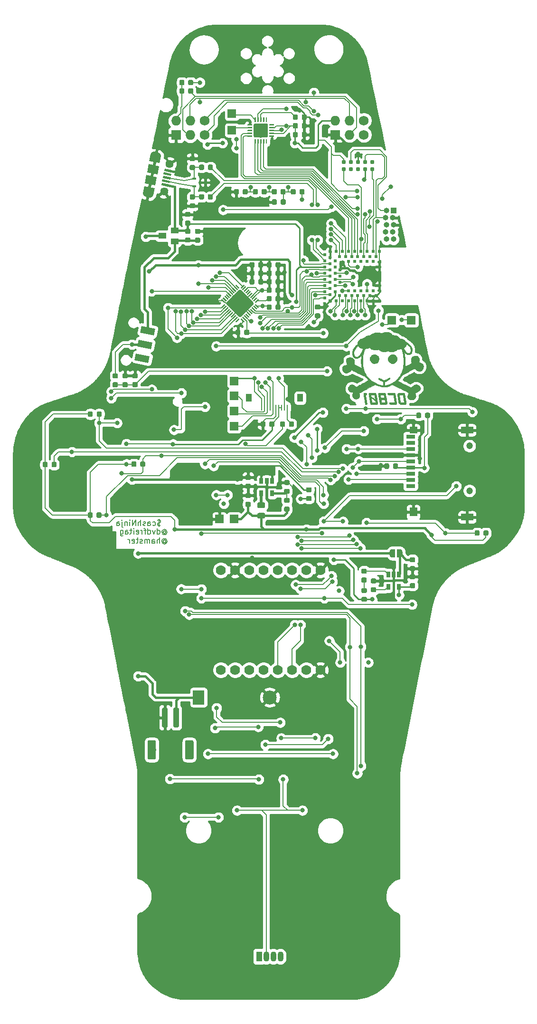
<source format=gbl>
G04 #@! TF.GenerationSoftware,KiCad,Pcbnew,(5.1.0)-1*
G04 #@! TF.CreationDate,2019-06-02T04:00:07-06:00*
G04 #@! TF.ProjectId,hcrn,6863726e-2e6b-4696-9361-645f70636258,0.1*
G04 #@! TF.SameCoordinates,Original*
G04 #@! TF.FileFunction,Copper,L2,Bot*
G04 #@! TF.FilePolarity,Positive*
%FSLAX46Y46*%
G04 Gerber Fmt 4.6, Leading zero omitted, Abs format (unit mm)*
G04 Created by KiCad (PCBNEW (5.1.0)-1) date 2019-06-02 04:00:07*
%MOMM*%
%LPD*%
G04 APERTURE LIST*
%ADD10C,0.150000*%
%ADD11C,0.010000*%
%ADD12C,0.784860*%
%ADD13C,0.100000*%
%ADD14C,0.875000*%
%ADD15C,2.500000*%
%ADD16R,2.000000X2.500000*%
%ADD17C,0.250000*%
%ADD18R,1.600000X0.700000*%
%ADD19C,1.200000*%
%ADD20R,1.400000X1.200000*%
%ADD21R,1.400000X1.600000*%
%ADD22R,2.200000X1.200000*%
%ADD23R,1.070000X1.800000*%
%ADD24O,1.070000X1.800000*%
%ADD25R,1.500000X1.500000*%
%ADD26R,0.254000X1.016000*%
%ADD27R,1.016000X1.346200*%
%ADD28C,1.500000*%
%ADD29C,1.450000*%
%ADD30C,0.400000*%
%ADD31C,1.200000*%
%ADD32C,1.000000*%
%ADD33C,0.975000*%
%ADD34R,1.400000X1.000000*%
%ADD35C,1.250000*%
%ADD36R,0.650000X1.060000*%
%ADD37C,3.600000*%
%ADD38C,0.500000*%
%ADD39C,1.778000*%
%ADD40R,0.700000X0.450000*%
%ADD41C,1.727200*%
%ADD42O,1.727200X1.727200*%
%ADD43R,1.727200X1.727200*%
%ADD44R,0.500000X0.500000*%
%ADD45O,1.000000X1.000000*%
%ADD46R,1.000000X1.000000*%
%ADD47C,0.800000*%
%ADD48C,0.254000*%
%ADD49C,0.177800*%
%ADD50C,0.381000*%
%ADD51C,0.203200*%
%ADD52C,0.508000*%
%ADD53C,0.304800*%
%ADD54C,0.200000*%
%ADD55C,0.152400*%
G04 APERTURE END LIST*
D10*
X157332023Y-111404761D02*
X157189166Y-111452380D01*
X156951071Y-111452380D01*
X156855833Y-111404761D01*
X156808214Y-111357142D01*
X156760595Y-111261904D01*
X156760595Y-111166666D01*
X156808214Y-111071428D01*
X156855833Y-111023809D01*
X156951071Y-110976190D01*
X157141547Y-110928571D01*
X157236785Y-110880952D01*
X157284404Y-110833333D01*
X157332023Y-110738095D01*
X157332023Y-110642857D01*
X157284404Y-110547619D01*
X157236785Y-110500000D01*
X157141547Y-110452380D01*
X156903452Y-110452380D01*
X156760595Y-110500000D01*
X157046309Y-110309523D02*
X157046309Y-111595238D01*
X155903452Y-111404761D02*
X155998690Y-111452380D01*
X156189166Y-111452380D01*
X156284404Y-111404761D01*
X156332023Y-111357142D01*
X156379642Y-111261904D01*
X156379642Y-110976190D01*
X156332023Y-110880952D01*
X156284404Y-110833333D01*
X156189166Y-110785714D01*
X155998690Y-110785714D01*
X155903452Y-110833333D01*
X155046309Y-111452380D02*
X155046309Y-110928571D01*
X155093928Y-110833333D01*
X155189166Y-110785714D01*
X155379642Y-110785714D01*
X155474880Y-110833333D01*
X155046309Y-111404761D02*
X155141547Y-111452380D01*
X155379642Y-111452380D01*
X155474880Y-111404761D01*
X155522500Y-111309523D01*
X155522500Y-111214285D01*
X155474880Y-111119047D01*
X155379642Y-111071428D01*
X155141547Y-111071428D01*
X155046309Y-111023809D01*
X154617738Y-111404761D02*
X154522500Y-111452380D01*
X154332023Y-111452380D01*
X154236785Y-111404761D01*
X154189166Y-111309523D01*
X154189166Y-111261904D01*
X154236785Y-111166666D01*
X154332023Y-111119047D01*
X154474880Y-111119047D01*
X154570119Y-111071428D01*
X154617738Y-110976190D01*
X154617738Y-110928571D01*
X154570119Y-110833333D01*
X154474880Y-110785714D01*
X154332023Y-110785714D01*
X154236785Y-110833333D01*
X153760595Y-111452380D02*
X153760595Y-110452380D01*
X153332023Y-111452380D02*
X153332023Y-110928571D01*
X153379642Y-110833333D01*
X153474880Y-110785714D01*
X153617738Y-110785714D01*
X153712976Y-110833333D01*
X153760595Y-110880952D01*
X152855833Y-111452380D02*
X152855833Y-110452380D01*
X152284404Y-111452380D01*
X152284404Y-110452380D01*
X151808214Y-111452380D02*
X151808214Y-110785714D01*
X151808214Y-110452380D02*
X151855833Y-110500000D01*
X151808214Y-110547619D01*
X151760595Y-110500000D01*
X151808214Y-110452380D01*
X151808214Y-110547619D01*
X151332023Y-110785714D02*
X151332023Y-111452380D01*
X151332023Y-110880952D02*
X151284404Y-110833333D01*
X151189166Y-110785714D01*
X151046309Y-110785714D01*
X150951071Y-110833333D01*
X150903452Y-110928571D01*
X150903452Y-111452380D01*
X150427261Y-110785714D02*
X150427261Y-111642857D01*
X150474880Y-111738095D01*
X150570119Y-111785714D01*
X150617738Y-111785714D01*
X150427261Y-110452380D02*
X150474880Y-110500000D01*
X150427261Y-110547619D01*
X150379642Y-110500000D01*
X150427261Y-110452380D01*
X150427261Y-110547619D01*
X149522500Y-111452380D02*
X149522500Y-110928571D01*
X149570119Y-110833333D01*
X149665357Y-110785714D01*
X149855833Y-110785714D01*
X149951071Y-110833333D01*
X149522500Y-111404761D02*
X149617738Y-111452380D01*
X149855833Y-111452380D01*
X149951071Y-111404761D01*
X149998690Y-111309523D01*
X149998690Y-111214285D01*
X149951071Y-111119047D01*
X149855833Y-111071428D01*
X149617738Y-111071428D01*
X149522500Y-111023809D01*
X157805357Y-112481190D02*
X157852976Y-112433571D01*
X157948214Y-112385952D01*
X158043452Y-112385952D01*
X158138690Y-112433571D01*
X158186309Y-112481190D01*
X158233928Y-112576428D01*
X158233928Y-112671666D01*
X158186309Y-112766904D01*
X158138690Y-112814523D01*
X158043452Y-112862142D01*
X157948214Y-112862142D01*
X157852976Y-112814523D01*
X157805357Y-112766904D01*
X157805357Y-112385952D02*
X157805357Y-112766904D01*
X157757738Y-112814523D01*
X157710119Y-112814523D01*
X157614880Y-112766904D01*
X157567261Y-112671666D01*
X157567261Y-112433571D01*
X157662500Y-112290714D01*
X157805357Y-112195476D01*
X157995833Y-112147857D01*
X158186309Y-112195476D01*
X158329166Y-112290714D01*
X158424404Y-112433571D01*
X158472023Y-112624047D01*
X158424404Y-112814523D01*
X158329166Y-112957380D01*
X158186309Y-113052619D01*
X157995833Y-113100238D01*
X157805357Y-113052619D01*
X157662500Y-112957380D01*
X156710119Y-112957380D02*
X156710119Y-111957380D01*
X156710119Y-112909761D02*
X156805357Y-112957380D01*
X156995833Y-112957380D01*
X157091071Y-112909761D01*
X157138690Y-112862142D01*
X157186309Y-112766904D01*
X157186309Y-112481190D01*
X157138690Y-112385952D01*
X157091071Y-112338333D01*
X156995833Y-112290714D01*
X156805357Y-112290714D01*
X156710119Y-112338333D01*
X156329166Y-112290714D02*
X156091071Y-112957380D01*
X155852976Y-112290714D01*
X155043452Y-112957380D02*
X155043452Y-111957380D01*
X155043452Y-112909761D02*
X155138690Y-112957380D01*
X155329166Y-112957380D01*
X155424404Y-112909761D01*
X155472023Y-112862142D01*
X155519642Y-112766904D01*
X155519642Y-112481190D01*
X155472023Y-112385952D01*
X155424404Y-112338333D01*
X155329166Y-112290714D01*
X155138690Y-112290714D01*
X155043452Y-112338333D01*
X154710119Y-112290714D02*
X154329166Y-112290714D01*
X154567261Y-112957380D02*
X154567261Y-112100238D01*
X154519642Y-112005000D01*
X154424404Y-111957380D01*
X154329166Y-111957380D01*
X153995833Y-112957380D02*
X153995833Y-112290714D01*
X153995833Y-112481190D02*
X153948214Y-112385952D01*
X153900595Y-112338333D01*
X153805357Y-112290714D01*
X153710119Y-112290714D01*
X152995833Y-112909761D02*
X153091071Y-112957380D01*
X153281547Y-112957380D01*
X153376785Y-112909761D01*
X153424404Y-112814523D01*
X153424404Y-112433571D01*
X153376785Y-112338333D01*
X153281547Y-112290714D01*
X153091071Y-112290714D01*
X152995833Y-112338333D01*
X152948214Y-112433571D01*
X152948214Y-112528809D01*
X153424404Y-112624047D01*
X152519642Y-112957380D02*
X152519642Y-112290714D01*
X152519642Y-111957380D02*
X152567261Y-112005000D01*
X152519642Y-112052619D01*
X152472023Y-112005000D01*
X152519642Y-111957380D01*
X152519642Y-112052619D01*
X152186309Y-112290714D02*
X151805357Y-112290714D01*
X152043452Y-111957380D02*
X152043452Y-112814523D01*
X151995833Y-112909761D01*
X151900595Y-112957380D01*
X151805357Y-112957380D01*
X151043452Y-112957380D02*
X151043452Y-112433571D01*
X151091071Y-112338333D01*
X151186309Y-112290714D01*
X151376785Y-112290714D01*
X151472023Y-112338333D01*
X151043452Y-112909761D02*
X151138690Y-112957380D01*
X151376785Y-112957380D01*
X151472023Y-112909761D01*
X151519642Y-112814523D01*
X151519642Y-112719285D01*
X151472023Y-112624047D01*
X151376785Y-112576428D01*
X151138690Y-112576428D01*
X151043452Y-112528809D01*
X150138690Y-112290714D02*
X150138690Y-113100238D01*
X150186309Y-113195476D01*
X150233928Y-113243095D01*
X150329166Y-113290714D01*
X150472023Y-113290714D01*
X150567261Y-113243095D01*
X150138690Y-112909761D02*
X150233928Y-112957380D01*
X150424404Y-112957380D01*
X150519642Y-112909761D01*
X150567261Y-112862142D01*
X150614880Y-112766904D01*
X150614880Y-112481190D01*
X150567261Y-112385952D01*
X150519642Y-112338333D01*
X150424404Y-112290714D01*
X150233928Y-112290714D01*
X150138690Y-112338333D01*
X157805357Y-114131190D02*
X157852976Y-114083571D01*
X157948214Y-114035952D01*
X158043452Y-114035952D01*
X158138690Y-114083571D01*
X158186309Y-114131190D01*
X158233928Y-114226428D01*
X158233928Y-114321666D01*
X158186309Y-114416904D01*
X158138690Y-114464523D01*
X158043452Y-114512142D01*
X157948214Y-114512142D01*
X157852976Y-114464523D01*
X157805357Y-114416904D01*
X157805357Y-114035952D02*
X157805357Y-114416904D01*
X157757738Y-114464523D01*
X157710119Y-114464523D01*
X157614880Y-114416904D01*
X157567261Y-114321666D01*
X157567261Y-114083571D01*
X157662500Y-113940714D01*
X157805357Y-113845476D01*
X157995833Y-113797857D01*
X158186309Y-113845476D01*
X158329166Y-113940714D01*
X158424404Y-114083571D01*
X158472023Y-114274047D01*
X158424404Y-114464523D01*
X158329166Y-114607380D01*
X158186309Y-114702619D01*
X157995833Y-114750238D01*
X157805357Y-114702619D01*
X157662500Y-114607380D01*
X157138690Y-114607380D02*
X157138690Y-113607380D01*
X156710119Y-114607380D02*
X156710119Y-114083571D01*
X156757738Y-113988333D01*
X156852976Y-113940714D01*
X156995833Y-113940714D01*
X157091071Y-113988333D01*
X157138690Y-114035952D01*
X155805357Y-114607380D02*
X155805357Y-114083571D01*
X155852976Y-113988333D01*
X155948214Y-113940714D01*
X156138690Y-113940714D01*
X156233928Y-113988333D01*
X155805357Y-114559761D02*
X155900595Y-114607380D01*
X156138690Y-114607380D01*
X156233928Y-114559761D01*
X156281547Y-114464523D01*
X156281547Y-114369285D01*
X156233928Y-114274047D01*
X156138690Y-114226428D01*
X155900595Y-114226428D01*
X155805357Y-114178809D01*
X155329166Y-114607380D02*
X155329166Y-113940714D01*
X155329166Y-114035952D02*
X155281547Y-113988333D01*
X155186309Y-113940714D01*
X155043452Y-113940714D01*
X154948214Y-113988333D01*
X154900595Y-114083571D01*
X154900595Y-114607380D01*
X154900595Y-114083571D02*
X154852976Y-113988333D01*
X154757738Y-113940714D01*
X154614880Y-113940714D01*
X154519642Y-113988333D01*
X154472023Y-114083571D01*
X154472023Y-114607380D01*
X154043452Y-114559761D02*
X153948214Y-114607380D01*
X153757738Y-114607380D01*
X153662500Y-114559761D01*
X153614880Y-114464523D01*
X153614880Y-114416904D01*
X153662500Y-114321666D01*
X153757738Y-114274047D01*
X153900595Y-114274047D01*
X153995833Y-114226428D01*
X154043452Y-114131190D01*
X154043452Y-114083571D01*
X153995833Y-113988333D01*
X153900595Y-113940714D01*
X153757738Y-113940714D01*
X153662500Y-113988333D01*
X153329166Y-113940714D02*
X152948214Y-113940714D01*
X153186309Y-113607380D02*
X153186309Y-114464523D01*
X153138690Y-114559761D01*
X153043452Y-114607380D01*
X152948214Y-114607380D01*
X152233928Y-114559761D02*
X152329166Y-114607380D01*
X152519642Y-114607380D01*
X152614880Y-114559761D01*
X152662500Y-114464523D01*
X152662500Y-114083571D01*
X152614880Y-113988333D01*
X152519642Y-113940714D01*
X152329166Y-113940714D01*
X152233928Y-113988333D01*
X152186309Y-114083571D01*
X152186309Y-114178809D01*
X152662500Y-114274047D01*
X151757738Y-114607380D02*
X151757738Y-113940714D01*
X151757738Y-114131190D02*
X151710119Y-114035952D01*
X151662500Y-113988333D01*
X151567261Y-113940714D01*
X151472023Y-113940714D01*
D11*
G36*
X199607083Y-87961020D02*
G01*
X199505535Y-88063478D01*
X199628411Y-88823316D01*
X199653069Y-88975422D01*
X199676361Y-89118374D01*
X199697763Y-89249022D01*
X199716756Y-89364214D01*
X199732816Y-89460799D01*
X199745423Y-89535626D01*
X199754055Y-89585544D01*
X199758190Y-89607403D01*
X199758277Y-89607732D01*
X199773400Y-89627024D01*
X199808661Y-89659578D01*
X199858254Y-89700287D01*
X199898406Y-89730917D01*
X200031544Y-89829525D01*
X200555350Y-89829525D01*
X200681360Y-89829214D01*
X200797112Y-89828333D01*
X200898799Y-89826957D01*
X200982613Y-89825162D01*
X201044746Y-89823023D01*
X201081392Y-89820615D01*
X201089754Y-89818928D01*
X201097899Y-89796447D01*
X201100623Y-89767270D01*
X201098138Y-89738024D01*
X201090869Y-89681787D01*
X201079385Y-89601971D01*
X201069436Y-89536220D01*
X200734768Y-89536220D01*
X200730274Y-89544644D01*
X200714109Y-89550778D01*
X200682248Y-89554945D01*
X200630666Y-89557470D01*
X200555337Y-89558675D01*
X200452634Y-89558884D01*
X200170500Y-89558457D01*
X200119021Y-89515174D01*
X200067541Y-89471890D01*
X199862977Y-88216196D01*
X199896324Y-88180432D01*
X199909423Y-88167771D01*
X199924812Y-88158515D01*
X199947302Y-88152130D01*
X199981704Y-88148086D01*
X200032831Y-88145849D01*
X200105494Y-88144888D01*
X200204503Y-88144670D01*
X200219693Y-88144669D01*
X200509714Y-88144669D01*
X200518654Y-88188380D01*
X200524241Y-88219007D01*
X200533872Y-88275444D01*
X200546904Y-88353682D01*
X200562693Y-88449713D01*
X200580598Y-88559529D01*
X200599976Y-88679120D01*
X200620183Y-88804478D01*
X200640578Y-88931595D01*
X200660517Y-89056462D01*
X200679358Y-89175070D01*
X200696457Y-89283411D01*
X200711173Y-89377476D01*
X200722862Y-89453256D01*
X200730882Y-89506744D01*
X200734590Y-89533930D01*
X200734768Y-89536220D01*
X201069436Y-89536220D01*
X201064256Y-89501988D01*
X201046050Y-89385248D01*
X201025338Y-89255165D01*
X201002688Y-89115150D01*
X200978670Y-88968613D01*
X200953853Y-88818968D01*
X200928806Y-88669625D01*
X200904100Y-88523996D01*
X200880302Y-88385494D01*
X200857983Y-88257528D01*
X200837713Y-88143512D01*
X200820059Y-88046857D01*
X200805592Y-87970975D01*
X200794881Y-87919276D01*
X200788495Y-87895174D01*
X200788063Y-87894324D01*
X200765825Y-87858561D01*
X199708631Y-87858561D01*
X199607083Y-87961020D01*
X199607083Y-87961020D01*
G37*
X199607083Y-87961020D02*
X199505535Y-88063478D01*
X199628411Y-88823316D01*
X199653069Y-88975422D01*
X199676361Y-89118374D01*
X199697763Y-89249022D01*
X199716756Y-89364214D01*
X199732816Y-89460799D01*
X199745423Y-89535626D01*
X199754055Y-89585544D01*
X199758190Y-89607403D01*
X199758277Y-89607732D01*
X199773400Y-89627024D01*
X199808661Y-89659578D01*
X199858254Y-89700287D01*
X199898406Y-89730917D01*
X200031544Y-89829525D01*
X200555350Y-89829525D01*
X200681360Y-89829214D01*
X200797112Y-89828333D01*
X200898799Y-89826957D01*
X200982613Y-89825162D01*
X201044746Y-89823023D01*
X201081392Y-89820615D01*
X201089754Y-89818928D01*
X201097899Y-89796447D01*
X201100623Y-89767270D01*
X201098138Y-89738024D01*
X201090869Y-89681787D01*
X201079385Y-89601971D01*
X201069436Y-89536220D01*
X200734768Y-89536220D01*
X200730274Y-89544644D01*
X200714109Y-89550778D01*
X200682248Y-89554945D01*
X200630666Y-89557470D01*
X200555337Y-89558675D01*
X200452634Y-89558884D01*
X200170500Y-89558457D01*
X200119021Y-89515174D01*
X200067541Y-89471890D01*
X199862977Y-88216196D01*
X199896324Y-88180432D01*
X199909423Y-88167771D01*
X199924812Y-88158515D01*
X199947302Y-88152130D01*
X199981704Y-88148086D01*
X200032831Y-88145849D01*
X200105494Y-88144888D01*
X200204503Y-88144670D01*
X200219693Y-88144669D01*
X200509714Y-88144669D01*
X200518654Y-88188380D01*
X200524241Y-88219007D01*
X200533872Y-88275444D01*
X200546904Y-88353682D01*
X200562693Y-88449713D01*
X200580598Y-88559529D01*
X200599976Y-88679120D01*
X200620183Y-88804478D01*
X200640578Y-88931595D01*
X200660517Y-89056462D01*
X200679358Y-89175070D01*
X200696457Y-89283411D01*
X200711173Y-89377476D01*
X200722862Y-89453256D01*
X200730882Y-89506744D01*
X200734590Y-89533930D01*
X200734768Y-89536220D01*
X201069436Y-89536220D01*
X201064256Y-89501988D01*
X201046050Y-89385248D01*
X201025338Y-89255165D01*
X201002688Y-89115150D01*
X200978670Y-88968613D01*
X200953853Y-88818968D01*
X200928806Y-88669625D01*
X200904100Y-88523996D01*
X200880302Y-88385494D01*
X200857983Y-88257528D01*
X200837713Y-88143512D01*
X200820059Y-88046857D01*
X200805592Y-87970975D01*
X200794881Y-87919276D01*
X200788495Y-87895174D01*
X200788063Y-87894324D01*
X200765825Y-87858561D01*
X199708631Y-87858561D01*
X199607083Y-87961020D01*
G36*
X198280730Y-87859280D02*
G01*
X198156943Y-87860384D01*
X198046462Y-87862088D01*
X197952992Y-87864305D01*
X197880235Y-87866946D01*
X197831897Y-87869924D01*
X197811735Y-87873117D01*
X197799487Y-87889986D01*
X197795213Y-87924159D01*
X197798150Y-87982305D01*
X197798639Y-87987809D01*
X197802476Y-88030280D01*
X197807628Y-88064307D01*
X197817344Y-88090824D01*
X197834874Y-88110767D01*
X197863467Y-88125069D01*
X197906373Y-88134666D01*
X197966841Y-88140491D01*
X198048121Y-88143479D01*
X198153461Y-88144565D01*
X198286111Y-88144683D01*
X198344048Y-88144669D01*
X198810883Y-88144669D01*
X198819320Y-88180432D01*
X198824791Y-88208621D01*
X198834334Y-88263182D01*
X198847301Y-88340052D01*
X198863042Y-88435168D01*
X198880909Y-88544467D01*
X198900255Y-88663887D01*
X198920430Y-88789364D01*
X198940787Y-88916836D01*
X198960677Y-89042240D01*
X198979452Y-89161513D01*
X198996463Y-89270592D01*
X199011061Y-89365415D01*
X199022600Y-89441918D01*
X199030430Y-89496039D01*
X199033902Y-89523716D01*
X199034017Y-89525803D01*
X199033375Y-89535331D01*
X199029213Y-89542856D01*
X199018177Y-89548615D01*
X198996912Y-89552844D01*
X198962065Y-89555779D01*
X198910281Y-89557657D01*
X198838207Y-89558714D01*
X198742488Y-89559185D01*
X198619771Y-89559308D01*
X198558109Y-89559312D01*
X198399089Y-89559882D01*
X198271292Y-89561590D01*
X198174842Y-89564432D01*
X198109863Y-89568403D01*
X198076478Y-89573499D01*
X198071853Y-89576055D01*
X198066614Y-89604694D01*
X198068633Y-89652495D01*
X198076184Y-89708125D01*
X198087540Y-89760254D01*
X198100973Y-89797549D01*
X198106919Y-89806164D01*
X198117115Y-89812274D01*
X198136227Y-89817251D01*
X198167180Y-89821203D01*
X198212901Y-89824241D01*
X198276316Y-89826472D01*
X198360352Y-89828006D01*
X198467934Y-89828953D01*
X198601988Y-89829421D01*
X198733150Y-89829525D01*
X198887612Y-89829467D01*
X199013424Y-89829188D01*
X199113726Y-89828531D01*
X199191660Y-89827339D01*
X199250364Y-89825454D01*
X199292979Y-89822719D01*
X199322646Y-89818977D01*
X199342504Y-89814070D01*
X199355693Y-89807842D01*
X199365354Y-89800135D01*
X199367809Y-89797735D01*
X199391811Y-89761500D01*
X199399783Y-89730182D01*
X199397282Y-89704381D01*
X199390056Y-89651059D01*
X199378690Y-89573780D01*
X199363770Y-89476108D01*
X199345879Y-89361609D01*
X199325603Y-89233846D01*
X199303526Y-89096385D01*
X199280234Y-88952790D01*
X199256310Y-88806625D01*
X199232341Y-88661457D01*
X199208910Y-88520848D01*
X199186602Y-88388364D01*
X199166003Y-88267570D01*
X199147697Y-88162030D01*
X199132269Y-88075309D01*
X199120303Y-88010971D01*
X199112385Y-87972581D01*
X199110028Y-87963972D01*
X199083798Y-87923859D01*
X199044915Y-87889577D01*
X199043231Y-87888530D01*
X199028618Y-87880717D01*
X199010822Y-87874396D01*
X198986546Y-87869411D01*
X198952494Y-87865608D01*
X198905367Y-87862831D01*
X198841869Y-87860924D01*
X198758703Y-87859731D01*
X198652571Y-87859098D01*
X198520176Y-87858869D01*
X198414117Y-87858864D01*
X198280730Y-87859280D01*
X198280730Y-87859280D01*
G37*
X198280730Y-87859280D02*
X198156943Y-87860384D01*
X198046462Y-87862088D01*
X197952992Y-87864305D01*
X197880235Y-87866946D01*
X197831897Y-87869924D01*
X197811735Y-87873117D01*
X197799487Y-87889986D01*
X197795213Y-87924159D01*
X197798150Y-87982305D01*
X197798639Y-87987809D01*
X197802476Y-88030280D01*
X197807628Y-88064307D01*
X197817344Y-88090824D01*
X197834874Y-88110767D01*
X197863467Y-88125069D01*
X197906373Y-88134666D01*
X197966841Y-88140491D01*
X198048121Y-88143479D01*
X198153461Y-88144565D01*
X198286111Y-88144683D01*
X198344048Y-88144669D01*
X198810883Y-88144669D01*
X198819320Y-88180432D01*
X198824791Y-88208621D01*
X198834334Y-88263182D01*
X198847301Y-88340052D01*
X198863042Y-88435168D01*
X198880909Y-88544467D01*
X198900255Y-88663887D01*
X198920430Y-88789364D01*
X198940787Y-88916836D01*
X198960677Y-89042240D01*
X198979452Y-89161513D01*
X198996463Y-89270592D01*
X199011061Y-89365415D01*
X199022600Y-89441918D01*
X199030430Y-89496039D01*
X199033902Y-89523716D01*
X199034017Y-89525803D01*
X199033375Y-89535331D01*
X199029213Y-89542856D01*
X199018177Y-89548615D01*
X198996912Y-89552844D01*
X198962065Y-89555779D01*
X198910281Y-89557657D01*
X198838207Y-89558714D01*
X198742488Y-89559185D01*
X198619771Y-89559308D01*
X198558109Y-89559312D01*
X198399089Y-89559882D01*
X198271292Y-89561590D01*
X198174842Y-89564432D01*
X198109863Y-89568403D01*
X198076478Y-89573499D01*
X198071853Y-89576055D01*
X198066614Y-89604694D01*
X198068633Y-89652495D01*
X198076184Y-89708125D01*
X198087540Y-89760254D01*
X198100973Y-89797549D01*
X198106919Y-89806164D01*
X198117115Y-89812274D01*
X198136227Y-89817251D01*
X198167180Y-89821203D01*
X198212901Y-89824241D01*
X198276316Y-89826472D01*
X198360352Y-89828006D01*
X198467934Y-89828953D01*
X198601988Y-89829421D01*
X198733150Y-89829525D01*
X198887612Y-89829467D01*
X199013424Y-89829188D01*
X199113726Y-89828531D01*
X199191660Y-89827339D01*
X199250364Y-89825454D01*
X199292979Y-89822719D01*
X199322646Y-89818977D01*
X199342504Y-89814070D01*
X199355693Y-89807842D01*
X199365354Y-89800135D01*
X199367809Y-89797735D01*
X199391811Y-89761500D01*
X199399783Y-89730182D01*
X199397282Y-89704381D01*
X199390056Y-89651059D01*
X199378690Y-89573780D01*
X199363770Y-89476108D01*
X199345879Y-89361609D01*
X199325603Y-89233846D01*
X199303526Y-89096385D01*
X199280234Y-88952790D01*
X199256310Y-88806625D01*
X199232341Y-88661457D01*
X199208910Y-88520848D01*
X199186602Y-88388364D01*
X199166003Y-88267570D01*
X199147697Y-88162030D01*
X199132269Y-88075309D01*
X199120303Y-88010971D01*
X199112385Y-87972581D01*
X199110028Y-87963972D01*
X199083798Y-87923859D01*
X199044915Y-87889577D01*
X199043231Y-87888530D01*
X199028618Y-87880717D01*
X199010822Y-87874396D01*
X198986546Y-87869411D01*
X198952494Y-87865608D01*
X198905367Y-87862831D01*
X198841869Y-87860924D01*
X198758703Y-87859731D01*
X198652571Y-87859098D01*
X198520176Y-87858869D01*
X198414117Y-87858864D01*
X198280730Y-87859280D01*
G36*
X196148376Y-87897576D02*
G01*
X196118290Y-87942628D01*
X196109862Y-87981024D01*
X196112472Y-88004784D01*
X196119793Y-88056869D01*
X196131350Y-88134239D01*
X196146669Y-88233854D01*
X196165275Y-88352675D01*
X196186695Y-88487662D01*
X196210454Y-88635775D01*
X196236078Y-88793975D01*
X196250522Y-88882522D01*
X196390681Y-89739587D01*
X196441011Y-89784556D01*
X196491340Y-89829525D01*
X197059331Y-89829041D01*
X197218606Y-89828450D01*
X197356234Y-89827001D01*
X197470287Y-89824747D01*
X197558839Y-89821743D01*
X197619961Y-89818041D01*
X197651728Y-89813695D01*
X197654942Y-89812466D01*
X197668888Y-89803820D01*
X197680317Y-89793876D01*
X197689019Y-89780174D01*
X197694780Y-89760254D01*
X197697386Y-89731659D01*
X197696625Y-89691929D01*
X197692284Y-89638605D01*
X197684150Y-89569227D01*
X197678939Y-89531496D01*
X197348170Y-89531496D01*
X197346346Y-89540879D01*
X197337452Y-89547888D01*
X197317498Y-89552866D01*
X197282491Y-89556155D01*
X197228442Y-89558097D01*
X197151360Y-89559033D01*
X197047253Y-89559307D01*
X197023619Y-89559312D01*
X196914223Y-89559233D01*
X196832460Y-89558698D01*
X196774173Y-89557261D01*
X196735205Y-89554478D01*
X196711398Y-89549902D01*
X196698596Y-89543088D01*
X196692642Y-89533591D01*
X196689968Y-89523549D01*
X196684747Y-89496529D01*
X196675866Y-89446524D01*
X196664410Y-89380045D01*
X196651464Y-89303606D01*
X196638116Y-89223718D01*
X196625451Y-89146894D01*
X196614553Y-89079648D01*
X196606510Y-89028491D01*
X196602407Y-88999936D01*
X196602102Y-88996533D01*
X196617215Y-88993717D01*
X196659438Y-88991614D01*
X196724096Y-88990307D01*
X196806517Y-88989876D01*
X196902027Y-88990405D01*
X196931429Y-88990748D01*
X197260757Y-88995044D01*
X197303968Y-89249362D01*
X197318685Y-89337286D01*
X197331376Y-89415597D01*
X197341103Y-89478306D01*
X197346928Y-89519424D01*
X197348170Y-89531496D01*
X197678939Y-89531496D01*
X197672011Y-89481337D01*
X197655652Y-89372476D01*
X197634861Y-89240184D01*
X197609426Y-89082003D01*
X197579133Y-88895473D01*
X197571435Y-88848174D01*
X197544399Y-88682070D01*
X197206107Y-88682070D01*
X197197097Y-88688905D01*
X197168268Y-88694048D01*
X197116927Y-88697655D01*
X197040377Y-88699885D01*
X196935922Y-88700892D01*
X196880983Y-88700989D01*
X196555858Y-88700989D01*
X196546266Y-88649331D01*
X196540295Y-88615035D01*
X196530552Y-88556689D01*
X196518247Y-88481639D01*
X196504592Y-88397231D01*
X196500411Y-88371171D01*
X196464148Y-88144669D01*
X197122342Y-88144669D01*
X197164225Y-88403910D01*
X197178260Y-88491881D01*
X197190295Y-88569414D01*
X197199474Y-88630828D01*
X197204944Y-88670445D01*
X197206107Y-88682070D01*
X197544399Y-88682070D01*
X197427176Y-87961878D01*
X197372507Y-87910219D01*
X197317838Y-87858561D01*
X196187391Y-87858561D01*
X196148376Y-87897576D01*
X196148376Y-87897576D01*
G37*
X196148376Y-87897576D02*
X196118290Y-87942628D01*
X196109862Y-87981024D01*
X196112472Y-88004784D01*
X196119793Y-88056869D01*
X196131350Y-88134239D01*
X196146669Y-88233854D01*
X196165275Y-88352675D01*
X196186695Y-88487662D01*
X196210454Y-88635775D01*
X196236078Y-88793975D01*
X196250522Y-88882522D01*
X196390681Y-89739587D01*
X196441011Y-89784556D01*
X196491340Y-89829525D01*
X197059331Y-89829041D01*
X197218606Y-89828450D01*
X197356234Y-89827001D01*
X197470287Y-89824747D01*
X197558839Y-89821743D01*
X197619961Y-89818041D01*
X197651728Y-89813695D01*
X197654942Y-89812466D01*
X197668888Y-89803820D01*
X197680317Y-89793876D01*
X197689019Y-89780174D01*
X197694780Y-89760254D01*
X197697386Y-89731659D01*
X197696625Y-89691929D01*
X197692284Y-89638605D01*
X197684150Y-89569227D01*
X197678939Y-89531496D01*
X197348170Y-89531496D01*
X197346346Y-89540879D01*
X197337452Y-89547888D01*
X197317498Y-89552866D01*
X197282491Y-89556155D01*
X197228442Y-89558097D01*
X197151360Y-89559033D01*
X197047253Y-89559307D01*
X197023619Y-89559312D01*
X196914223Y-89559233D01*
X196832460Y-89558698D01*
X196774173Y-89557261D01*
X196735205Y-89554478D01*
X196711398Y-89549902D01*
X196698596Y-89543088D01*
X196692642Y-89533591D01*
X196689968Y-89523549D01*
X196684747Y-89496529D01*
X196675866Y-89446524D01*
X196664410Y-89380045D01*
X196651464Y-89303606D01*
X196638116Y-89223718D01*
X196625451Y-89146894D01*
X196614553Y-89079648D01*
X196606510Y-89028491D01*
X196602407Y-88999936D01*
X196602102Y-88996533D01*
X196617215Y-88993717D01*
X196659438Y-88991614D01*
X196724096Y-88990307D01*
X196806517Y-88989876D01*
X196902027Y-88990405D01*
X196931429Y-88990748D01*
X197260757Y-88995044D01*
X197303968Y-89249362D01*
X197318685Y-89337286D01*
X197331376Y-89415597D01*
X197341103Y-89478306D01*
X197346928Y-89519424D01*
X197348170Y-89531496D01*
X197678939Y-89531496D01*
X197672011Y-89481337D01*
X197655652Y-89372476D01*
X197634861Y-89240184D01*
X197609426Y-89082003D01*
X197579133Y-88895473D01*
X197571435Y-88848174D01*
X197544399Y-88682070D01*
X197206107Y-88682070D01*
X197197097Y-88688905D01*
X197168268Y-88694048D01*
X197116927Y-88697655D01*
X197040377Y-88699885D01*
X196935922Y-88700892D01*
X196880983Y-88700989D01*
X196555858Y-88700989D01*
X196546266Y-88649331D01*
X196540295Y-88615035D01*
X196530552Y-88556689D01*
X196518247Y-88481639D01*
X196504592Y-88397231D01*
X196500411Y-88371171D01*
X196464148Y-88144669D01*
X197122342Y-88144669D01*
X197164225Y-88403910D01*
X197178260Y-88491881D01*
X197190295Y-88569414D01*
X197199474Y-88630828D01*
X197204944Y-88670445D01*
X197206107Y-88682070D01*
X197544399Y-88682070D01*
X197427176Y-87961878D01*
X197372507Y-87910219D01*
X197317838Y-87858561D01*
X196187391Y-87858561D01*
X196148376Y-87897576D01*
G36*
X194447625Y-87897576D02*
G01*
X194420695Y-87934719D01*
X194408771Y-87971391D01*
X194408737Y-87973076D01*
X194411269Y-87995268D01*
X194418504Y-88045839D01*
X194429972Y-88121803D01*
X194445205Y-88220173D01*
X194463736Y-88337961D01*
X194485094Y-88472182D01*
X194508812Y-88619848D01*
X194534421Y-88777972D01*
X194550295Y-88875376D01*
X194691725Y-89741190D01*
X194741157Y-89785357D01*
X194790589Y-89829525D01*
X195935963Y-89829525D01*
X195974977Y-89790510D01*
X196001295Y-89760411D01*
X196013823Y-89738646D01*
X196013992Y-89737141D01*
X196011506Y-89719205D01*
X196004352Y-89672761D01*
X195992991Y-89600671D01*
X195983239Y-89539443D01*
X195648388Y-89539443D01*
X195640968Y-89546483D01*
X195616601Y-89551775D01*
X195572155Y-89555509D01*
X195504497Y-89557878D01*
X195410493Y-89559072D01*
X195322868Y-89559312D01*
X195213474Y-89559233D01*
X195131715Y-89558699D01*
X195073440Y-89557265D01*
X195034493Y-89554485D01*
X195010722Y-89549913D01*
X194997974Y-89543104D01*
X194992093Y-89533612D01*
X194989491Y-89523549D01*
X194982338Y-89486640D01*
X194971922Y-89427276D01*
X194959032Y-89350488D01*
X194944456Y-89261305D01*
X194928981Y-89164756D01*
X194913397Y-89065873D01*
X194898491Y-88969684D01*
X194885051Y-88881219D01*
X194873866Y-88805508D01*
X194865724Y-88747581D01*
X194861412Y-88712468D01*
X194861096Y-88704156D01*
X194874240Y-88712129D01*
X194908918Y-88736270D01*
X194961216Y-88773693D01*
X195027220Y-88821515D01*
X195103016Y-88876851D01*
X195184690Y-88936815D01*
X195268328Y-88998525D01*
X195350016Y-89059094D01*
X195425840Y-89115639D01*
X195491886Y-89165274D01*
X195544239Y-89205115D01*
X195578987Y-89232278D01*
X195589027Y-89240637D01*
X195596240Y-89259317D01*
X195606730Y-89300716D01*
X195618775Y-89356157D01*
X195630652Y-89416965D01*
X195640635Y-89474464D01*
X195647003Y-89519978D01*
X195648388Y-89539443D01*
X195983239Y-89539443D01*
X195977880Y-89505802D01*
X195959479Y-89391017D01*
X195938246Y-89259181D01*
X195914641Y-89113159D01*
X195891540Y-88970727D01*
X195551203Y-88970727D01*
X195550580Y-88982180D01*
X195548027Y-88986480D01*
X195544728Y-88987097D01*
X195530342Y-88977940D01*
X195493885Y-88952093D01*
X195438684Y-88911987D01*
X195368062Y-88860058D01*
X195285344Y-88798737D01*
X195193854Y-88730459D01*
X195183120Y-88722420D01*
X195090845Y-88653269D01*
X195007067Y-88590443D01*
X194935105Y-88536433D01*
X194878275Y-88493732D01*
X194839895Y-88464830D01*
X194823282Y-88452218D01*
X194822928Y-88451934D01*
X194817364Y-88434775D01*
X194808037Y-88393389D01*
X194796478Y-88334894D01*
X194789259Y-88295396D01*
X194762486Y-88144669D01*
X195094184Y-88144669D01*
X195192989Y-88145037D01*
X195280071Y-88146067D01*
X195350772Y-88147645D01*
X195400434Y-88149657D01*
X195424399Y-88151989D01*
X195425882Y-88152754D01*
X195428294Y-88170020D01*
X195435081Y-88214381D01*
X195445569Y-88281547D01*
X195459085Y-88367227D01*
X195474957Y-88467129D01*
X195489461Y-88557935D01*
X195509776Y-88685005D01*
X195525487Y-88784150D01*
X195537039Y-88858833D01*
X195544879Y-88912516D01*
X195549451Y-88948660D01*
X195551203Y-88970727D01*
X195891540Y-88970727D01*
X195889121Y-88955815D01*
X195870667Y-88842332D01*
X195727342Y-87961878D01*
X195672215Y-87910219D01*
X195617087Y-87858561D01*
X194486640Y-87858561D01*
X194447625Y-87897576D01*
X194447625Y-87897576D01*
G37*
X194447625Y-87897576D02*
X194420695Y-87934719D01*
X194408771Y-87971391D01*
X194408737Y-87973076D01*
X194411269Y-87995268D01*
X194418504Y-88045839D01*
X194429972Y-88121803D01*
X194445205Y-88220173D01*
X194463736Y-88337961D01*
X194485094Y-88472182D01*
X194508812Y-88619848D01*
X194534421Y-88777972D01*
X194550295Y-88875376D01*
X194691725Y-89741190D01*
X194741157Y-89785357D01*
X194790589Y-89829525D01*
X195935963Y-89829525D01*
X195974977Y-89790510D01*
X196001295Y-89760411D01*
X196013823Y-89738646D01*
X196013992Y-89737141D01*
X196011506Y-89719205D01*
X196004352Y-89672761D01*
X195992991Y-89600671D01*
X195983239Y-89539443D01*
X195648388Y-89539443D01*
X195640968Y-89546483D01*
X195616601Y-89551775D01*
X195572155Y-89555509D01*
X195504497Y-89557878D01*
X195410493Y-89559072D01*
X195322868Y-89559312D01*
X195213474Y-89559233D01*
X195131715Y-89558699D01*
X195073440Y-89557265D01*
X195034493Y-89554485D01*
X195010722Y-89549913D01*
X194997974Y-89543104D01*
X194992093Y-89533612D01*
X194989491Y-89523549D01*
X194982338Y-89486640D01*
X194971922Y-89427276D01*
X194959032Y-89350488D01*
X194944456Y-89261305D01*
X194928981Y-89164756D01*
X194913397Y-89065873D01*
X194898491Y-88969684D01*
X194885051Y-88881219D01*
X194873866Y-88805508D01*
X194865724Y-88747581D01*
X194861412Y-88712468D01*
X194861096Y-88704156D01*
X194874240Y-88712129D01*
X194908918Y-88736270D01*
X194961216Y-88773693D01*
X195027220Y-88821515D01*
X195103016Y-88876851D01*
X195184690Y-88936815D01*
X195268328Y-88998525D01*
X195350016Y-89059094D01*
X195425840Y-89115639D01*
X195491886Y-89165274D01*
X195544239Y-89205115D01*
X195578987Y-89232278D01*
X195589027Y-89240637D01*
X195596240Y-89259317D01*
X195606730Y-89300716D01*
X195618775Y-89356157D01*
X195630652Y-89416965D01*
X195640635Y-89474464D01*
X195647003Y-89519978D01*
X195648388Y-89539443D01*
X195983239Y-89539443D01*
X195977880Y-89505802D01*
X195959479Y-89391017D01*
X195938246Y-89259181D01*
X195914641Y-89113159D01*
X195891540Y-88970727D01*
X195551203Y-88970727D01*
X195550580Y-88982180D01*
X195548027Y-88986480D01*
X195544728Y-88987097D01*
X195530342Y-88977940D01*
X195493885Y-88952093D01*
X195438684Y-88911987D01*
X195368062Y-88860058D01*
X195285344Y-88798737D01*
X195193854Y-88730459D01*
X195183120Y-88722420D01*
X195090845Y-88653269D01*
X195007067Y-88590443D01*
X194935105Y-88536433D01*
X194878275Y-88493732D01*
X194839895Y-88464830D01*
X194823282Y-88452218D01*
X194822928Y-88451934D01*
X194817364Y-88434775D01*
X194808037Y-88393389D01*
X194796478Y-88334894D01*
X194789259Y-88295396D01*
X194762486Y-88144669D01*
X195094184Y-88144669D01*
X195192989Y-88145037D01*
X195280071Y-88146067D01*
X195350772Y-88147645D01*
X195400434Y-88149657D01*
X195424399Y-88151989D01*
X195425882Y-88152754D01*
X195428294Y-88170020D01*
X195435081Y-88214381D01*
X195445569Y-88281547D01*
X195459085Y-88367227D01*
X195474957Y-88467129D01*
X195489461Y-88557935D01*
X195509776Y-88685005D01*
X195525487Y-88784150D01*
X195537039Y-88858833D01*
X195544879Y-88912516D01*
X195549451Y-88948660D01*
X195551203Y-88970727D01*
X195891540Y-88970727D01*
X195889121Y-88955815D01*
X195870667Y-88842332D01*
X195727342Y-87961878D01*
X195672215Y-87910219D01*
X195617087Y-87858561D01*
X194486640Y-87858561D01*
X194447625Y-87897576D01*
G36*
X193646812Y-87858940D02*
G01*
X193581313Y-87860447D01*
X193537649Y-87863636D01*
X193510847Y-87869059D01*
X193495932Y-87877270D01*
X193489133Y-87886377D01*
X193487990Y-87907144D01*
X193492024Y-87955642D01*
X193501309Y-88032373D01*
X193515917Y-88137842D01*
X193535920Y-88272551D01*
X193561391Y-88437004D01*
X193592403Y-88631705D01*
X193629028Y-88857157D01*
X193630785Y-88867885D01*
X193658621Y-89037781D01*
X193684898Y-89198122D01*
X193709171Y-89346198D01*
X193730996Y-89479303D01*
X193749929Y-89594728D01*
X193765525Y-89689765D01*
X193777340Y-89761705D01*
X193784930Y-89807840D01*
X193787851Y-89825462D01*
X193787868Y-89825551D01*
X193803031Y-89827182D01*
X193843378Y-89828488D01*
X193902303Y-89829314D01*
X193955909Y-89829525D01*
X194030181Y-89829282D01*
X194078040Y-89827747D01*
X194104862Y-89823712D01*
X194116024Y-89815967D01*
X194116902Y-89803303D01*
X194114941Y-89793761D01*
X194110716Y-89770739D01*
X194102183Y-89720509D01*
X194089922Y-89646688D01*
X194074514Y-89552894D01*
X194056541Y-89442740D01*
X194036584Y-89319845D01*
X194015225Y-89187824D01*
X193993044Y-89050294D01*
X193970624Y-88910870D01*
X193948545Y-88773169D01*
X193927389Y-88640808D01*
X193907738Y-88517401D01*
X193890172Y-88406567D01*
X193875273Y-88311920D01*
X193863622Y-88237078D01*
X193855802Y-88185656D01*
X193852392Y-88161271D01*
X193852290Y-88159956D01*
X193866546Y-88150997D01*
X193902812Y-88145371D01*
X193927791Y-88144425D01*
X193988376Y-88141561D01*
X194023838Y-88129273D01*
X194039677Y-88101295D01*
X194041394Y-88051358D01*
X194038833Y-88017918D01*
X194032612Y-87961200D01*
X194022737Y-87919836D01*
X194004651Y-87891406D01*
X193973800Y-87873487D01*
X193925628Y-87863656D01*
X193855578Y-87859491D01*
X193759095Y-87858569D01*
X193739122Y-87858561D01*
X193646812Y-87858940D01*
X193646812Y-87858940D01*
G37*
X193646812Y-87858940D02*
X193581313Y-87860447D01*
X193537649Y-87863636D01*
X193510847Y-87869059D01*
X193495932Y-87877270D01*
X193489133Y-87886377D01*
X193487990Y-87907144D01*
X193492024Y-87955642D01*
X193501309Y-88032373D01*
X193515917Y-88137842D01*
X193535920Y-88272551D01*
X193561391Y-88437004D01*
X193592403Y-88631705D01*
X193629028Y-88857157D01*
X193630785Y-88867885D01*
X193658621Y-89037781D01*
X193684898Y-89198122D01*
X193709171Y-89346198D01*
X193730996Y-89479303D01*
X193749929Y-89594728D01*
X193765525Y-89689765D01*
X193777340Y-89761705D01*
X193784930Y-89807840D01*
X193787851Y-89825462D01*
X193787868Y-89825551D01*
X193803031Y-89827182D01*
X193843378Y-89828488D01*
X193902303Y-89829314D01*
X193955909Y-89829525D01*
X194030181Y-89829282D01*
X194078040Y-89827747D01*
X194104862Y-89823712D01*
X194116024Y-89815967D01*
X194116902Y-89803303D01*
X194114941Y-89793761D01*
X194110716Y-89770739D01*
X194102183Y-89720509D01*
X194089922Y-89646688D01*
X194074514Y-89552894D01*
X194056541Y-89442740D01*
X194036584Y-89319845D01*
X194015225Y-89187824D01*
X193993044Y-89050294D01*
X193970624Y-88910870D01*
X193948545Y-88773169D01*
X193927389Y-88640808D01*
X193907738Y-88517401D01*
X193890172Y-88406567D01*
X193875273Y-88311920D01*
X193863622Y-88237078D01*
X193855802Y-88185656D01*
X193852392Y-88161271D01*
X193852290Y-88159956D01*
X193866546Y-88150997D01*
X193902812Y-88145371D01*
X193927791Y-88144425D01*
X193988376Y-88141561D01*
X194023838Y-88129273D01*
X194039677Y-88101295D01*
X194041394Y-88051358D01*
X194038833Y-88017918D01*
X194032612Y-87961200D01*
X194022737Y-87919836D01*
X194004651Y-87891406D01*
X193973800Y-87873487D01*
X193925628Y-87863656D01*
X193855578Y-87859491D01*
X193759095Y-87858569D01*
X193739122Y-87858561D01*
X193646812Y-87858940D01*
G36*
X197445462Y-76959521D02*
G01*
X197239497Y-76989388D01*
X197034385Y-77044671D01*
X196835466Y-77124527D01*
X196795979Y-77143835D01*
X196696217Y-77194195D01*
X196545983Y-77146071D01*
X196304753Y-77084779D01*
X196063530Y-77054980D01*
X195823689Y-77056404D01*
X195586606Y-77088784D01*
X195353657Y-77151851D01*
X195126218Y-77245337D01*
X194905665Y-77368974D01*
X194718560Y-77502349D01*
X194687539Y-77524874D01*
X194656739Y-77540733D01*
X194618425Y-77552149D01*
X194564862Y-77561341D01*
X194488316Y-77570531D01*
X194476664Y-77571799D01*
X194254093Y-77610879D01*
X194042677Y-77678129D01*
X193845142Y-77772294D01*
X193664208Y-77892121D01*
X193532322Y-78006517D01*
X193482824Y-78050257D01*
X193437195Y-78076588D01*
X193380257Y-78093547D01*
X193360068Y-78097741D01*
X193158929Y-78149563D01*
X192978012Y-78221483D01*
X192819541Y-78312429D01*
X192685739Y-78421327D01*
X192682130Y-78424859D01*
X192580798Y-78539170D01*
X192508479Y-78656509D01*
X192462554Y-78783086D01*
X192440407Y-78925106D01*
X192437426Y-79005119D01*
X192436827Y-79140226D01*
X192353789Y-79195804D01*
X192291078Y-79243760D01*
X192215131Y-79311139D01*
X192131786Y-79391931D01*
X192046883Y-79480129D01*
X191966259Y-79569725D01*
X191895753Y-79654708D01*
X191854675Y-79709464D01*
X191766188Y-79847053D01*
X191683509Y-79998995D01*
X191612326Y-80153840D01*
X191558322Y-80300136D01*
X191553304Y-80316446D01*
X191536329Y-80376118D01*
X191524434Y-80428526D01*
X191516703Y-80481784D01*
X191512223Y-80544008D01*
X191510079Y-80623311D01*
X191509427Y-80705870D01*
X191511153Y-80838172D01*
X191518510Y-80947480D01*
X191533108Y-81042335D01*
X191556560Y-81131279D01*
X191590477Y-81222852D01*
X191619510Y-81289167D01*
X191693983Y-81418110D01*
X191786746Y-81521560D01*
X191895837Y-81598530D01*
X192019294Y-81648030D01*
X192155154Y-81669073D01*
X192301454Y-81660670D01*
X192342278Y-81653268D01*
X192439511Y-81625481D01*
X192550390Y-81581426D01*
X192664868Y-81526029D01*
X192772896Y-81464216D01*
X192864427Y-81400914D01*
X192876306Y-81391437D01*
X192934259Y-81338441D01*
X192996997Y-81272197D01*
X193051939Y-81206084D01*
X193057115Y-81199193D01*
X193094875Y-81149637D01*
X193125174Y-81112456D01*
X193143484Y-81093089D01*
X193146639Y-81091667D01*
X193146542Y-81108573D01*
X193142352Y-81150999D01*
X193134753Y-81213036D01*
X193124431Y-81288773D01*
X193121255Y-81310879D01*
X193077797Y-81690180D01*
X193056966Y-82069890D01*
X193058721Y-82444426D01*
X193083015Y-82808207D01*
X193129806Y-83155649D01*
X193136044Y-83191075D01*
X193147770Y-83258369D01*
X193156484Y-83312759D01*
X193161154Y-83347503D01*
X193161428Y-83356575D01*
X193145552Y-83352584D01*
X193104444Y-83337077D01*
X193041819Y-83311679D01*
X192961388Y-83278018D01*
X192866868Y-83237720D01*
X192761970Y-83192412D01*
X192650409Y-83143720D01*
X192535899Y-83093271D01*
X192422154Y-83042691D01*
X192312886Y-82993608D01*
X192211810Y-82947646D01*
X192122640Y-82906435D01*
X192049089Y-82871598D01*
X192007205Y-82851034D01*
X191931120Y-82808750D01*
X191881420Y-82772002D01*
X191862432Y-82748126D01*
X191855829Y-82721182D01*
X191852586Y-82674570D01*
X191852682Y-82605031D01*
X191856092Y-82509303D01*
X191860187Y-82429496D01*
X191864844Y-82325659D01*
X191867193Y-82227402D01*
X191867192Y-82142089D01*
X191864794Y-82077086D01*
X191862458Y-82052810D01*
X191829955Y-81919406D01*
X191771539Y-81804338D01*
X191687377Y-81707766D01*
X191577638Y-81629851D01*
X191442491Y-81570753D01*
X191323511Y-81538653D01*
X191238256Y-81525721D01*
X191138162Y-81518542D01*
X191030954Y-81516861D01*
X190924357Y-81520419D01*
X190826097Y-81528958D01*
X190743899Y-81542220D01*
X190685502Y-81559942D01*
X190589777Y-81612084D01*
X190518193Y-81673154D01*
X190463187Y-81749767D01*
X190458252Y-81758640D01*
X190428232Y-81830795D01*
X190410608Y-81916120D01*
X190405546Y-82017222D01*
X190413217Y-82136705D01*
X190433786Y-82277178D01*
X190467424Y-82441246D01*
X190514297Y-82631516D01*
X190514640Y-82632827D01*
X190532592Y-82703057D01*
X190546497Y-82760977D01*
X190554917Y-82800329D01*
X190556546Y-82814798D01*
X190540023Y-82819715D01*
X190499140Y-82829296D01*
X190440714Y-82841992D01*
X190394065Y-82851691D01*
X190236240Y-82887393D01*
X190106270Y-82924810D01*
X190000220Y-82965544D01*
X189914155Y-83011194D01*
X189844141Y-83063363D01*
X189821479Y-83084674D01*
X189748882Y-83178897D01*
X189702761Y-83288216D01*
X189683155Y-83410078D01*
X189690099Y-83541928D01*
X189723631Y-83681214D01*
X189783787Y-83825382D01*
X189810069Y-83874627D01*
X189888261Y-83999598D01*
X189967983Y-84095922D01*
X190054034Y-84166573D01*
X190151214Y-84214523D01*
X190264323Y-84242748D01*
X190398161Y-84254221D01*
X190423509Y-84254721D01*
X190512640Y-84253211D01*
X190583155Y-84245114D01*
X190647852Y-84228714D01*
X190668018Y-84221925D01*
X190828113Y-84149531D01*
X190983405Y-84047568D01*
X191130938Y-83918202D01*
X191230040Y-83810090D01*
X191312852Y-83711494D01*
X191394429Y-83759225D01*
X191467336Y-83799924D01*
X191565006Y-83851430D01*
X191683169Y-83911604D01*
X191817554Y-83978304D01*
X191963891Y-84049390D01*
X192117909Y-84122721D01*
X192143592Y-84134807D01*
X192259158Y-84189016D01*
X192394783Y-84252497D01*
X192545171Y-84322781D01*
X192705026Y-84397401D01*
X192869053Y-84473889D01*
X193031957Y-84549777D01*
X193188443Y-84622597D01*
X193333215Y-84689882D01*
X193460977Y-84749164D01*
X193566434Y-84797974D01*
X193586439Y-84807212D01*
X193805381Y-84908253D01*
X193904132Y-85036317D01*
X193951130Y-85093875D01*
X194013928Y-85165988D01*
X194085620Y-85244964D01*
X194159298Y-85323109D01*
X194189755Y-85354422D01*
X194250801Y-85417815D01*
X194302075Y-85473590D01*
X194340165Y-85517823D01*
X194361659Y-85546593D01*
X194364802Y-85555696D01*
X194347944Y-85566237D01*
X194305931Y-85590457D01*
X194241529Y-85626828D01*
X194157499Y-85673825D01*
X194056605Y-85729921D01*
X193941611Y-85793589D01*
X193815281Y-85863303D01*
X193680376Y-85937535D01*
X193539662Y-86014758D01*
X193395902Y-86093448D01*
X193251858Y-86172075D01*
X193110295Y-86249115D01*
X193073441Y-86269128D01*
X192915964Y-86354047D01*
X192766669Y-86433476D01*
X192628216Y-86506063D01*
X192503265Y-86570456D01*
X192394477Y-86625304D01*
X192304511Y-86669255D01*
X192236029Y-86700959D01*
X192191689Y-86719062D01*
X192181970Y-86722035D01*
X192151555Y-86721339D01*
X192111513Y-86704865D01*
X192058868Y-86670686D01*
X191990647Y-86616877D01*
X191905740Y-86543179D01*
X191795532Y-86461237D01*
X191671724Y-86397471D01*
X191541971Y-86354630D01*
X191413928Y-86335463D01*
X191332387Y-86337287D01*
X191215979Y-86363417D01*
X191104815Y-86418029D01*
X190996061Y-86502603D01*
X190971950Y-86525600D01*
X190872652Y-86643366D01*
X190801229Y-86771712D01*
X190758314Y-86907324D01*
X190744541Y-87046888D01*
X190760543Y-87187089D01*
X190806955Y-87324611D01*
X190815704Y-87343034D01*
X190869869Y-87437737D01*
X190931235Y-87511807D01*
X191004672Y-87568209D01*
X191095047Y-87609912D01*
X191207231Y-87639879D01*
X191335785Y-87659864D01*
X191438836Y-87672226D01*
X191514245Y-87681847D01*
X191565895Y-87690059D01*
X191597672Y-87698197D01*
X191613460Y-87707595D01*
X191617144Y-87719587D01*
X191612608Y-87735507D01*
X191605462Y-87752470D01*
X191561939Y-87885045D01*
X191535131Y-88035029D01*
X191524247Y-88207222D01*
X191523911Y-88247985D01*
X191527273Y-88369707D01*
X191538712Y-88467306D01*
X191560432Y-88547903D01*
X191594637Y-88618619D01*
X191643529Y-88686574D01*
X191668636Y-88715629D01*
X191763760Y-88799105D01*
X191873258Y-88857680D01*
X191992744Y-88892117D01*
X192117833Y-88903179D01*
X192244137Y-88891628D01*
X192367271Y-88858228D01*
X192482849Y-88803742D01*
X192586484Y-88728932D01*
X192673790Y-88634561D01*
X192736494Y-88529893D01*
X192757365Y-88480877D01*
X192770065Y-88436206D01*
X192776463Y-88385076D01*
X192778432Y-88316677D01*
X192778426Y-88287722D01*
X192775976Y-88201800D01*
X192767956Y-88133484D01*
X192752113Y-88068762D01*
X192734951Y-88017510D01*
X192714330Y-87959974D01*
X192698006Y-87914134D01*
X192688869Y-87888113D01*
X192688062Y-87885708D01*
X192700576Y-87875471D01*
X192737972Y-87851866D01*
X192797184Y-87816664D01*
X192875141Y-87771637D01*
X192968774Y-87718558D01*
X193075016Y-87659199D01*
X193190797Y-87595332D01*
X193192653Y-87594315D01*
X193329097Y-87519527D01*
X193474166Y-87440018D01*
X193621175Y-87359450D01*
X193763439Y-87281487D01*
X193894275Y-87209792D01*
X194006998Y-87148028D01*
X194050976Y-87123933D01*
X194296667Y-86989314D01*
X194559094Y-86845496D01*
X194827127Y-86698580D01*
X195089637Y-86554666D01*
X195287578Y-86446131D01*
X195522803Y-86317141D01*
X195629318Y-86370660D01*
X195914264Y-86499900D01*
X196206130Y-86605519D01*
X196498727Y-86685553D01*
X196785868Y-86738044D01*
X196790673Y-86738688D01*
X197054005Y-86758073D01*
X197324840Y-86747067D01*
X197603404Y-86705624D01*
X197889926Y-86633702D01*
X198184635Y-86531255D01*
X198434911Y-86423346D01*
X198606706Y-86343021D01*
X198681281Y-86375770D01*
X198714789Y-86391066D01*
X198772520Y-86418060D01*
X198850054Y-86454659D01*
X198942971Y-86498769D01*
X199046853Y-86548296D01*
X199157279Y-86601147D01*
X199177071Y-86610641D01*
X199305789Y-86672347D01*
X199444663Y-86738818D01*
X199585520Y-86806150D01*
X199720188Y-86870437D01*
X199840491Y-86927774D01*
X199916182Y-86963775D01*
X200048325Y-87026858D01*
X200188736Y-87094450D01*
X200334618Y-87165160D01*
X200483171Y-87237595D01*
X200631596Y-87310364D01*
X200777094Y-87382076D01*
X200916866Y-87451338D01*
X201048113Y-87516758D01*
X201168036Y-87576946D01*
X201273836Y-87630509D01*
X201362713Y-87676055D01*
X201431870Y-87712194D01*
X201478505Y-87737532D01*
X201499822Y-87750679D01*
X201500754Y-87751643D01*
X201521030Y-87797939D01*
X201523386Y-87849811D01*
X201507026Y-87913432D01*
X201471153Y-87994974D01*
X201468702Y-87999892D01*
X201412021Y-88135295D01*
X201374456Y-88273676D01*
X201356514Y-88409303D01*
X201358701Y-88536450D01*
X201381524Y-88649386D01*
X201406000Y-88709251D01*
X201475669Y-88811691D01*
X201570886Y-88900494D01*
X201687117Y-88972294D01*
X201819825Y-89023725D01*
X201835582Y-89028087D01*
X201904943Y-89041826D01*
X201990725Y-89052008D01*
X202082423Y-89058072D01*
X202169528Y-89059460D01*
X202241535Y-89055610D01*
X202270100Y-89051231D01*
X202396608Y-89008475D01*
X202511784Y-88939212D01*
X202612273Y-88847708D01*
X202694725Y-88738228D01*
X202755786Y-88615039D01*
X202792105Y-88482403D01*
X202801101Y-88375602D01*
X202792688Y-88275434D01*
X202769606Y-88161612D01*
X202735092Y-88046752D01*
X202692380Y-87943468D01*
X202688003Y-87934695D01*
X202669027Y-87892424D01*
X202658686Y-87859834D01*
X202658047Y-87854150D01*
X202672202Y-87837698D01*
X202709452Y-87818227D01*
X202746350Y-87804742D01*
X202816355Y-87778597D01*
X202905155Y-87739380D01*
X203004748Y-87691124D01*
X203107132Y-87637861D01*
X203204307Y-87583624D01*
X203288269Y-87532447D01*
X203294023Y-87528705D01*
X203397575Y-87451482D01*
X203490682Y-87363825D01*
X203566510Y-87272859D01*
X203613618Y-87195525D01*
X203644098Y-87100853D01*
X203652700Y-86994800D01*
X203639615Y-86888870D01*
X203607091Y-86798486D01*
X203543271Y-86701977D01*
X203454299Y-86606191D01*
X203346485Y-86516438D01*
X203226135Y-86438027D01*
X203111184Y-86381066D01*
X203056619Y-86360640D01*
X203004771Y-86348369D01*
X202944107Y-86342369D01*
X202864681Y-86340754D01*
X202789734Y-86341713D01*
X202735229Y-86346249D01*
X202689847Y-86356577D01*
X202642267Y-86374915D01*
X202606714Y-86391272D01*
X202537170Y-86426172D01*
X202472372Y-86463633D01*
X202406114Y-86507940D01*
X202332187Y-86563377D01*
X202244386Y-86634229D01*
X202194246Y-86676016D01*
X202114964Y-86740279D01*
X202051803Y-86784485D01*
X201998414Y-86811070D01*
X201948453Y-86822469D01*
X201895572Y-86821116D01*
X201841587Y-86811311D01*
X201792168Y-86795590D01*
X201716314Y-86764910D01*
X201615291Y-86719900D01*
X201490368Y-86661194D01*
X201342811Y-86589421D01*
X201173888Y-86505215D01*
X200984867Y-86409207D01*
X200777015Y-86302027D01*
X200551601Y-86184307D01*
X200309890Y-86056680D01*
X200067184Y-85927291D01*
X199959821Y-85869813D01*
X199860363Y-85816582D01*
X199772595Y-85769623D01*
X199700302Y-85730961D01*
X199647270Y-85702619D01*
X199617283Y-85686623D01*
X199613213Y-85684464D01*
X199601309Y-85675961D01*
X199598790Y-85664363D01*
X199608363Y-85645674D01*
X199632732Y-85615896D01*
X199674606Y-85571034D01*
X199725680Y-85518364D01*
X199937875Y-85282860D01*
X200127123Y-85033531D01*
X200299429Y-84762447D01*
X200304123Y-84754371D01*
X200377134Y-84628468D01*
X200591714Y-84514256D01*
X200715056Y-84448438D01*
X200861024Y-84370262D01*
X201024329Y-84282580D01*
X201199684Y-84188244D01*
X201381798Y-84090104D01*
X201565383Y-83991012D01*
X201745150Y-83893820D01*
X201915810Y-83801379D01*
X202072074Y-83716540D01*
X202147575Y-83675455D01*
X202251185Y-83619260D01*
X202345854Y-83568372D01*
X202427963Y-83524701D01*
X202493893Y-83490155D01*
X202540021Y-83466646D01*
X202562730Y-83456081D01*
X202564257Y-83455682D01*
X202579743Y-83466308D01*
X202613114Y-83495463D01*
X202659912Y-83539065D01*
X202715679Y-83593029D01*
X202733937Y-83611072D01*
X202847664Y-83716491D01*
X202953754Y-83796628D01*
X203059200Y-83854425D01*
X203170994Y-83892824D01*
X203296129Y-83914766D01*
X203441599Y-83923194D01*
X203476633Y-83923525D01*
X203562821Y-83922939D01*
X203625212Y-83919975D01*
X203671770Y-83913603D01*
X203710460Y-83902791D01*
X203744136Y-83888869D01*
X203860050Y-83818687D01*
X203959501Y-83723212D01*
X204040641Y-83605381D01*
X204101622Y-83468130D01*
X204140594Y-83314398D01*
X204150152Y-83243692D01*
X204155451Y-83075646D01*
X204135289Y-82926394D01*
X204089571Y-82795566D01*
X204018200Y-82682794D01*
X203999015Y-82660336D01*
X203940032Y-82602178D01*
X203874093Y-82553609D01*
X203794380Y-82510727D01*
X203694075Y-82469630D01*
X203621639Y-82444361D01*
X203511659Y-82403209D01*
X203431508Y-82363114D01*
X203381710Y-82324439D01*
X203362788Y-82287545D01*
X203366130Y-82267196D01*
X203396294Y-82169758D01*
X203414165Y-82052263D01*
X203419914Y-81923900D01*
X203413707Y-81793857D01*
X203395714Y-81671322D01*
X203366104Y-81565485D01*
X203352646Y-81533267D01*
X203305772Y-81458659D01*
X203238021Y-81383452D01*
X203158813Y-81316676D01*
X203077569Y-81267358D01*
X203072970Y-81265213D01*
X202983292Y-81236707D01*
X202872634Y-81220998D01*
X202748928Y-81217670D01*
X202620109Y-81226308D01*
X202494110Y-81246498D01*
X202378865Y-81277824D01*
X202311135Y-81305063D01*
X202230459Y-81353524D01*
X202152601Y-81418334D01*
X202086430Y-81490932D01*
X202040818Y-81562760D01*
X202038236Y-81568412D01*
X202009457Y-81657128D01*
X201989215Y-81768206D01*
X201977692Y-81893334D01*
X201975070Y-82024203D01*
X201981532Y-82152502D01*
X201997259Y-82269919D01*
X202020798Y-82363370D01*
X202039249Y-82420540D01*
X202047472Y-82456897D01*
X202046115Y-82481499D01*
X202035825Y-82503404D01*
X202031325Y-82510452D01*
X202010853Y-82535635D01*
X201980106Y-82562275D01*
X201935683Y-82592399D01*
X201874184Y-82628036D01*
X201792212Y-82671214D01*
X201686365Y-82723961D01*
X201616933Y-82757694D01*
X201531700Y-82798138D01*
X201437142Y-82841822D01*
X201337504Y-82886910D01*
X201237033Y-82931566D01*
X201139974Y-82973951D01*
X201050572Y-83012230D01*
X200973075Y-83044565D01*
X200911727Y-83069120D01*
X200870774Y-83084058D01*
X200854467Y-83087547D01*
X200854251Y-83070231D01*
X200859174Y-83031843D01*
X200864154Y-83002679D01*
X200870064Y-82953923D01*
X200875316Y-82878157D01*
X200879858Y-82780153D01*
X200883638Y-82664686D01*
X200886605Y-82536528D01*
X200888603Y-82407111D01*
X200636616Y-82407111D01*
X200633281Y-82574263D01*
X200625130Y-82716571D01*
X200588618Y-83049478D01*
X200535806Y-83360805D01*
X200465176Y-83657115D01*
X200375211Y-83944973D01*
X200288439Y-84173239D01*
X200168635Y-84440532D01*
X200036986Y-84683487D01*
X199889142Y-84908659D01*
X199720754Y-85122604D01*
X199527471Y-85331876D01*
X199504139Y-85355255D01*
X199257171Y-85582641D01*
X198998637Y-85785575D01*
X198732333Y-85961211D01*
X198581013Y-86046696D01*
X198520222Y-86079264D01*
X198467133Y-86108211D01*
X198430276Y-86128867D01*
X198422065Y-86133715D01*
X198366478Y-86163430D01*
X198287267Y-86199907D01*
X198191175Y-86240499D01*
X198084944Y-86282560D01*
X197975315Y-86323445D01*
X197869032Y-86360507D01*
X197772836Y-86391101D01*
X197747190Y-86398556D01*
X197690261Y-86413118D01*
X197614565Y-86430395D01*
X197529419Y-86448487D01*
X197444139Y-86465496D01*
X197368042Y-86479523D01*
X197310446Y-86488669D01*
X197297004Y-86490302D01*
X197280936Y-86479182D01*
X197276634Y-86470885D01*
X197274809Y-86449288D01*
X197274333Y-86401060D01*
X197275140Y-86331327D01*
X197277163Y-86245216D01*
X197280334Y-86147853D01*
X197281106Y-86127335D01*
X197293529Y-85804503D01*
X197420006Y-85768059D01*
X197559097Y-85718304D01*
X197707472Y-85646042D01*
X197868196Y-85549669D01*
X197972959Y-85478815D01*
X198059950Y-85417270D01*
X198124112Y-85370066D01*
X198168898Y-85333658D01*
X198197764Y-85304505D01*
X198214162Y-85279064D01*
X198221546Y-85253790D01*
X198223369Y-85225142D01*
X198223379Y-85221925D01*
X198217384Y-85172062D01*
X198195083Y-85137566D01*
X198181498Y-85125797D01*
X198144655Y-85102591D01*
X198107501Y-85094372D01*
X198064823Y-85102561D01*
X198011403Y-85128579D01*
X197942027Y-85173847D01*
X197903243Y-85201580D01*
X197782677Y-85287395D01*
X197680836Y-85355304D01*
X197592533Y-85408350D01*
X197512582Y-85449573D01*
X197435796Y-85482014D01*
X197407358Y-85492328D01*
X197273443Y-85527564D01*
X197140599Y-85538543D01*
X197005994Y-85524563D01*
X196866793Y-85484922D01*
X196720161Y-85418918D01*
X196563265Y-85325852D01*
X196466996Y-85259592D01*
X196385907Y-85204737D01*
X196322783Y-85170967D01*
X196273095Y-85156903D01*
X196232312Y-85161168D01*
X196200686Y-85178611D01*
X196165466Y-85222224D01*
X196149839Y-85277520D01*
X196157154Y-85331156D01*
X196160568Y-85338483D01*
X196195143Y-85382842D01*
X196254177Y-85435308D01*
X196332370Y-85492802D01*
X196424424Y-85552246D01*
X196525039Y-85610560D01*
X196628916Y-85664667D01*
X196730758Y-85711488D01*
X196825264Y-85747943D01*
X196903649Y-85770219D01*
X197025820Y-85796472D01*
X197018854Y-86132116D01*
X197016186Y-86232613D01*
X197012696Y-86322430D01*
X197008663Y-86396675D01*
X197004369Y-86450455D01*
X197000093Y-86478878D01*
X196998797Y-86481796D01*
X196976503Y-86486577D01*
X196928770Y-86484901D01*
X196861090Y-86477656D01*
X196778953Y-86465729D01*
X196687851Y-86450006D01*
X196593275Y-86431374D01*
X196500716Y-86410720D01*
X196415666Y-86388930D01*
X196404796Y-86385875D01*
X196090252Y-86281439D01*
X195775519Y-86147947D01*
X195464723Y-85987840D01*
X195161992Y-85803557D01*
X194871454Y-85597538D01*
X194597235Y-85372223D01*
X194434329Y-85221089D01*
X194293471Y-85078684D01*
X194174596Y-84946257D01*
X194072456Y-84817386D01*
X193981803Y-84685645D01*
X193935275Y-84610203D01*
X193779789Y-84319882D01*
X193644580Y-84006789D01*
X193530389Y-83673231D01*
X193437958Y-83321515D01*
X193368030Y-82953950D01*
X193341652Y-82764256D01*
X193334236Y-82681674D01*
X193328600Y-82574086D01*
X193324750Y-82448224D01*
X193322693Y-82310822D01*
X193322435Y-82168613D01*
X193323983Y-82028331D01*
X193327342Y-81896708D01*
X193332519Y-81780479D01*
X193339521Y-81686377D01*
X193340636Y-81675457D01*
X193390721Y-81303404D01*
X193463130Y-80914995D01*
X193556768Y-80515377D01*
X193670544Y-80109696D01*
X193678991Y-80081997D01*
X193726496Y-79927022D01*
X193801314Y-79926971D01*
X193929847Y-79917719D01*
X193355545Y-79917719D01*
X193355047Y-79936568D01*
X193344933Y-79979762D01*
X193326966Y-80041962D01*
X193302906Y-80117828D01*
X193274515Y-80202020D01*
X193243555Y-80289200D01*
X193211789Y-80374028D01*
X193180976Y-80451165D01*
X193174275Y-80467103D01*
X193113956Y-80597136D01*
X193042477Y-80732051D01*
X192965190Y-80862732D01*
X192887445Y-80980067D01*
X192824047Y-81063654D01*
X192731490Y-81160295D01*
X192626535Y-81243417D01*
X192513979Y-81311093D01*
X192398620Y-81361392D01*
X192285255Y-81392387D01*
X192178682Y-81402149D01*
X192083698Y-81388749D01*
X192048086Y-81375601D01*
X191966081Y-81321301D01*
X191896489Y-81240055D01*
X191840487Y-81134650D01*
X191799251Y-81007879D01*
X191773956Y-80862530D01*
X191765766Y-80705870D01*
X191770301Y-80584057D01*
X191784507Y-80479299D01*
X191799816Y-80413367D01*
X191840857Y-80290810D01*
X191899662Y-80156428D01*
X191971074Y-80020422D01*
X192049937Y-79892995D01*
X192094259Y-79830742D01*
X192133796Y-79781650D01*
X192185058Y-79722886D01*
X192243809Y-79658766D01*
X192305812Y-79593605D01*
X192366832Y-79531720D01*
X192422634Y-79477426D01*
X192468980Y-79435038D01*
X192501636Y-79408873D01*
X192514594Y-79402491D01*
X192529033Y-79414559D01*
X192555803Y-79446380D01*
X192589419Y-79491376D01*
X192593429Y-79497030D01*
X192673467Y-79588308D01*
X192779190Y-79674870D01*
X192904507Y-79753025D01*
X193043332Y-79819086D01*
X193189574Y-79869362D01*
X193222006Y-79877905D01*
X193281162Y-79893376D01*
X193327560Y-79906949D01*
X193353202Y-79916239D01*
X193355545Y-79917719D01*
X193929847Y-79917719D01*
X193933571Y-79917451D01*
X194079887Y-79890912D01*
X194229453Y-79850140D01*
X194371460Y-79797921D01*
X194456720Y-79758060D01*
X194560461Y-79704286D01*
X194671301Y-79812424D01*
X194803869Y-79923969D01*
X194948664Y-80010401D01*
X195110115Y-80073856D01*
X195292651Y-80116473D01*
X195305744Y-80118636D01*
X195384461Y-80126875D01*
X195486202Y-80130997D01*
X195602501Y-80131267D01*
X195724895Y-80127950D01*
X195844921Y-80121311D01*
X195954114Y-80111615D01*
X196044012Y-80099128D01*
X196066302Y-80094803D01*
X196190138Y-80068520D01*
X196262974Y-80132633D01*
X196417166Y-80249701D01*
X196586639Y-80344698D01*
X196764215Y-80413993D01*
X196875619Y-80442534D01*
X197039238Y-80464093D01*
X197217994Y-80467225D01*
X197401714Y-80452742D01*
X197580228Y-80421454D01*
X197743364Y-80374173D01*
X197746375Y-80373079D01*
X197874276Y-80326401D01*
X197957432Y-80363006D01*
X198147273Y-80429466D01*
X198345077Y-80466096D01*
X198547982Y-80472955D01*
X198753132Y-80450106D01*
X198957664Y-80397609D01*
X199109573Y-80338532D01*
X199172619Y-80306916D01*
X199248103Y-80263959D01*
X199328927Y-80214270D01*
X199407996Y-80162455D01*
X199478214Y-80113121D01*
X199532483Y-80070875D01*
X199557345Y-80047814D01*
X199576296Y-80029374D01*
X199596510Y-80017426D01*
X199625019Y-80010562D01*
X199668853Y-80007374D01*
X199735046Y-80006451D01*
X199763978Y-80006402D01*
X199857796Y-80003744D01*
X199962330Y-79996738D01*
X200059604Y-79986701D01*
X200089641Y-79982560D01*
X200157260Y-79972530D01*
X200212791Y-79964595D01*
X200248938Y-79959781D01*
X200258581Y-79958811D01*
X200268488Y-79973233D01*
X200285138Y-80012921D01*
X200306773Y-80072512D01*
X200331632Y-80146639D01*
X200357957Y-80229939D01*
X200383988Y-80317047D01*
X200407965Y-80402598D01*
X200422788Y-80459500D01*
X200442671Y-80544392D01*
X200465755Y-80651843D01*
X200490287Y-80773013D01*
X200514510Y-80899060D01*
X200536668Y-81021142D01*
X200550623Y-81103242D01*
X200572473Y-81257296D01*
X200591646Y-81433171D01*
X200607835Y-81624216D01*
X200620734Y-81823783D01*
X200630035Y-82025221D01*
X200635432Y-82221881D01*
X200636616Y-82407111D01*
X200888603Y-82407111D01*
X200888706Y-82400454D01*
X200889889Y-82261235D01*
X200890103Y-82123647D01*
X200889296Y-81992461D01*
X200887414Y-81872452D01*
X200884408Y-81768393D01*
X200880224Y-81685057D01*
X200878717Y-81664627D01*
X200858954Y-81450581D01*
X200834852Y-81237290D01*
X200807522Y-81033300D01*
X200778074Y-80847152D01*
X200758866Y-80742541D01*
X200743966Y-80665588D01*
X200731589Y-80599994D01*
X200722890Y-80552012D01*
X200719027Y-80527895D01*
X200718935Y-80526619D01*
X200728059Y-80532815D01*
X200752729Y-80559351D01*
X200788806Y-80601601D01*
X200818497Y-80637883D01*
X200915518Y-80744429D01*
X201022827Y-80838299D01*
X201133076Y-80913741D01*
X201234281Y-80963270D01*
X201294542Y-80982857D01*
X201355477Y-80994264D01*
X201429074Y-80999263D01*
X201482161Y-80999925D01*
X201556582Y-80998961D01*
X201610210Y-80994602D01*
X201654021Y-80984648D01*
X201698990Y-80966897D01*
X201736479Y-80948929D01*
X201867463Y-80867909D01*
X201973842Y-80766952D01*
X202055478Y-80646416D01*
X202112233Y-80506661D01*
X202143968Y-80348046D01*
X202147522Y-80252328D01*
X201881961Y-80252328D01*
X201874168Y-80354275D01*
X201858297Y-80436084D01*
X201813211Y-80539469D01*
X201746573Y-80623384D01*
X201663015Y-80685684D01*
X201567166Y-80724226D01*
X201463658Y-80736864D01*
X201357119Y-80721454D01*
X201293361Y-80697711D01*
X201224194Y-80657313D01*
X201151395Y-80598016D01*
X201073059Y-80517714D01*
X200987279Y-80414301D01*
X200892148Y-80285673D01*
X200804218Y-80157497D01*
X200747459Y-80072400D01*
X200696431Y-79995704D01*
X200653867Y-79931532D01*
X200622502Y-79884011D01*
X200605069Y-79857264D01*
X200602699Y-79853463D01*
X200610193Y-79836533D01*
X200642620Y-79809336D01*
X200696123Y-79775086D01*
X200698004Y-79773988D01*
X200762370Y-79731164D01*
X200833324Y-79675729D01*
X200896506Y-79618978D01*
X200901876Y-79613632D01*
X200991546Y-79510488D01*
X201057508Y-79402777D01*
X201103659Y-79282407D01*
X201133892Y-79141285D01*
X201135957Y-79127352D01*
X201149219Y-79120933D01*
X201181784Y-79134039D01*
X201230168Y-79164028D01*
X201290890Y-79208257D01*
X201360465Y-79264085D01*
X201435411Y-79328867D01*
X201512245Y-79399963D01*
X201569249Y-79456076D01*
X201663332Y-79557173D01*
X201734834Y-79648947D01*
X201788199Y-79738817D01*
X201827870Y-79834198D01*
X201856761Y-79935996D01*
X201873224Y-80032310D01*
X201881635Y-80141380D01*
X201881961Y-80252328D01*
X202147522Y-80252328D01*
X202150546Y-80170930D01*
X202131828Y-79975672D01*
X202125477Y-79936987D01*
X202089290Y-79781460D01*
X202036001Y-79640638D01*
X201962252Y-79508456D01*
X201864681Y-79378847D01*
X201745841Y-79251564D01*
X201571815Y-79092529D01*
X201398932Y-78961082D01*
X201222372Y-78853583D01*
X201210299Y-78847151D01*
X201138709Y-78807466D01*
X201088897Y-78774240D01*
X201053357Y-78741556D01*
X201024584Y-78703496D01*
X201020973Y-78697882D01*
X200921804Y-78570183D01*
X200795788Y-78455633D01*
X200645668Y-78355756D01*
X200474183Y-78272076D01*
X200284075Y-78206117D01*
X200078085Y-78159403D01*
X200041642Y-78153479D01*
X200005927Y-78145539D01*
X199978320Y-78130425D01*
X199951192Y-78101718D01*
X199916915Y-78052995D01*
X199910226Y-78042866D01*
X199827736Y-77942810D01*
X199718456Y-77849457D01*
X199587039Y-77764820D01*
X199438137Y-77690913D01*
X199276403Y-77629751D01*
X199106490Y-77583347D01*
X198933049Y-77553715D01*
X198760734Y-77542870D01*
X198755149Y-77542855D01*
X198643178Y-77542791D01*
X198582500Y-77463225D01*
X198543333Y-77416546D01*
X198489389Y-77358344D01*
X198429683Y-77298178D01*
X198401647Y-77271429D01*
X198280786Y-77175036D01*
X198140814Y-77090826D01*
X197992315Y-77024285D01*
X197845870Y-76980902D01*
X197838598Y-76979401D01*
X197646942Y-76955911D01*
X197445462Y-76959521D01*
X197445462Y-76959521D01*
G37*
X197445462Y-76959521D02*
X197239497Y-76989388D01*
X197034385Y-77044671D01*
X196835466Y-77124527D01*
X196795979Y-77143835D01*
X196696217Y-77194195D01*
X196545983Y-77146071D01*
X196304753Y-77084779D01*
X196063530Y-77054980D01*
X195823689Y-77056404D01*
X195586606Y-77088784D01*
X195353657Y-77151851D01*
X195126218Y-77245337D01*
X194905665Y-77368974D01*
X194718560Y-77502349D01*
X194687539Y-77524874D01*
X194656739Y-77540733D01*
X194618425Y-77552149D01*
X194564862Y-77561341D01*
X194488316Y-77570531D01*
X194476664Y-77571799D01*
X194254093Y-77610879D01*
X194042677Y-77678129D01*
X193845142Y-77772294D01*
X193664208Y-77892121D01*
X193532322Y-78006517D01*
X193482824Y-78050257D01*
X193437195Y-78076588D01*
X193380257Y-78093547D01*
X193360068Y-78097741D01*
X193158929Y-78149563D01*
X192978012Y-78221483D01*
X192819541Y-78312429D01*
X192685739Y-78421327D01*
X192682130Y-78424859D01*
X192580798Y-78539170D01*
X192508479Y-78656509D01*
X192462554Y-78783086D01*
X192440407Y-78925106D01*
X192437426Y-79005119D01*
X192436827Y-79140226D01*
X192353789Y-79195804D01*
X192291078Y-79243760D01*
X192215131Y-79311139D01*
X192131786Y-79391931D01*
X192046883Y-79480129D01*
X191966259Y-79569725D01*
X191895753Y-79654708D01*
X191854675Y-79709464D01*
X191766188Y-79847053D01*
X191683509Y-79998995D01*
X191612326Y-80153840D01*
X191558322Y-80300136D01*
X191553304Y-80316446D01*
X191536329Y-80376118D01*
X191524434Y-80428526D01*
X191516703Y-80481784D01*
X191512223Y-80544008D01*
X191510079Y-80623311D01*
X191509427Y-80705870D01*
X191511153Y-80838172D01*
X191518510Y-80947480D01*
X191533108Y-81042335D01*
X191556560Y-81131279D01*
X191590477Y-81222852D01*
X191619510Y-81289167D01*
X191693983Y-81418110D01*
X191786746Y-81521560D01*
X191895837Y-81598530D01*
X192019294Y-81648030D01*
X192155154Y-81669073D01*
X192301454Y-81660670D01*
X192342278Y-81653268D01*
X192439511Y-81625481D01*
X192550390Y-81581426D01*
X192664868Y-81526029D01*
X192772896Y-81464216D01*
X192864427Y-81400914D01*
X192876306Y-81391437D01*
X192934259Y-81338441D01*
X192996997Y-81272197D01*
X193051939Y-81206084D01*
X193057115Y-81199193D01*
X193094875Y-81149637D01*
X193125174Y-81112456D01*
X193143484Y-81093089D01*
X193146639Y-81091667D01*
X193146542Y-81108573D01*
X193142352Y-81150999D01*
X193134753Y-81213036D01*
X193124431Y-81288773D01*
X193121255Y-81310879D01*
X193077797Y-81690180D01*
X193056966Y-82069890D01*
X193058721Y-82444426D01*
X193083015Y-82808207D01*
X193129806Y-83155649D01*
X193136044Y-83191075D01*
X193147770Y-83258369D01*
X193156484Y-83312759D01*
X193161154Y-83347503D01*
X193161428Y-83356575D01*
X193145552Y-83352584D01*
X193104444Y-83337077D01*
X193041819Y-83311679D01*
X192961388Y-83278018D01*
X192866868Y-83237720D01*
X192761970Y-83192412D01*
X192650409Y-83143720D01*
X192535899Y-83093271D01*
X192422154Y-83042691D01*
X192312886Y-82993608D01*
X192211810Y-82947646D01*
X192122640Y-82906435D01*
X192049089Y-82871598D01*
X192007205Y-82851034D01*
X191931120Y-82808750D01*
X191881420Y-82772002D01*
X191862432Y-82748126D01*
X191855829Y-82721182D01*
X191852586Y-82674570D01*
X191852682Y-82605031D01*
X191856092Y-82509303D01*
X191860187Y-82429496D01*
X191864844Y-82325659D01*
X191867193Y-82227402D01*
X191867192Y-82142089D01*
X191864794Y-82077086D01*
X191862458Y-82052810D01*
X191829955Y-81919406D01*
X191771539Y-81804338D01*
X191687377Y-81707766D01*
X191577638Y-81629851D01*
X191442491Y-81570753D01*
X191323511Y-81538653D01*
X191238256Y-81525721D01*
X191138162Y-81518542D01*
X191030954Y-81516861D01*
X190924357Y-81520419D01*
X190826097Y-81528958D01*
X190743899Y-81542220D01*
X190685502Y-81559942D01*
X190589777Y-81612084D01*
X190518193Y-81673154D01*
X190463187Y-81749767D01*
X190458252Y-81758640D01*
X190428232Y-81830795D01*
X190410608Y-81916120D01*
X190405546Y-82017222D01*
X190413217Y-82136705D01*
X190433786Y-82277178D01*
X190467424Y-82441246D01*
X190514297Y-82631516D01*
X190514640Y-82632827D01*
X190532592Y-82703057D01*
X190546497Y-82760977D01*
X190554917Y-82800329D01*
X190556546Y-82814798D01*
X190540023Y-82819715D01*
X190499140Y-82829296D01*
X190440714Y-82841992D01*
X190394065Y-82851691D01*
X190236240Y-82887393D01*
X190106270Y-82924810D01*
X190000220Y-82965544D01*
X189914155Y-83011194D01*
X189844141Y-83063363D01*
X189821479Y-83084674D01*
X189748882Y-83178897D01*
X189702761Y-83288216D01*
X189683155Y-83410078D01*
X189690099Y-83541928D01*
X189723631Y-83681214D01*
X189783787Y-83825382D01*
X189810069Y-83874627D01*
X189888261Y-83999598D01*
X189967983Y-84095922D01*
X190054034Y-84166573D01*
X190151214Y-84214523D01*
X190264323Y-84242748D01*
X190398161Y-84254221D01*
X190423509Y-84254721D01*
X190512640Y-84253211D01*
X190583155Y-84245114D01*
X190647852Y-84228714D01*
X190668018Y-84221925D01*
X190828113Y-84149531D01*
X190983405Y-84047568D01*
X191130938Y-83918202D01*
X191230040Y-83810090D01*
X191312852Y-83711494D01*
X191394429Y-83759225D01*
X191467336Y-83799924D01*
X191565006Y-83851430D01*
X191683169Y-83911604D01*
X191817554Y-83978304D01*
X191963891Y-84049390D01*
X192117909Y-84122721D01*
X192143592Y-84134807D01*
X192259158Y-84189016D01*
X192394783Y-84252497D01*
X192545171Y-84322781D01*
X192705026Y-84397401D01*
X192869053Y-84473889D01*
X193031957Y-84549777D01*
X193188443Y-84622597D01*
X193333215Y-84689882D01*
X193460977Y-84749164D01*
X193566434Y-84797974D01*
X193586439Y-84807212D01*
X193805381Y-84908253D01*
X193904132Y-85036317D01*
X193951130Y-85093875D01*
X194013928Y-85165988D01*
X194085620Y-85244964D01*
X194159298Y-85323109D01*
X194189755Y-85354422D01*
X194250801Y-85417815D01*
X194302075Y-85473590D01*
X194340165Y-85517823D01*
X194361659Y-85546593D01*
X194364802Y-85555696D01*
X194347944Y-85566237D01*
X194305931Y-85590457D01*
X194241529Y-85626828D01*
X194157499Y-85673825D01*
X194056605Y-85729921D01*
X193941611Y-85793589D01*
X193815281Y-85863303D01*
X193680376Y-85937535D01*
X193539662Y-86014758D01*
X193395902Y-86093448D01*
X193251858Y-86172075D01*
X193110295Y-86249115D01*
X193073441Y-86269128D01*
X192915964Y-86354047D01*
X192766669Y-86433476D01*
X192628216Y-86506063D01*
X192503265Y-86570456D01*
X192394477Y-86625304D01*
X192304511Y-86669255D01*
X192236029Y-86700959D01*
X192191689Y-86719062D01*
X192181970Y-86722035D01*
X192151555Y-86721339D01*
X192111513Y-86704865D01*
X192058868Y-86670686D01*
X191990647Y-86616877D01*
X191905740Y-86543179D01*
X191795532Y-86461237D01*
X191671724Y-86397471D01*
X191541971Y-86354630D01*
X191413928Y-86335463D01*
X191332387Y-86337287D01*
X191215979Y-86363417D01*
X191104815Y-86418029D01*
X190996061Y-86502603D01*
X190971950Y-86525600D01*
X190872652Y-86643366D01*
X190801229Y-86771712D01*
X190758314Y-86907324D01*
X190744541Y-87046888D01*
X190760543Y-87187089D01*
X190806955Y-87324611D01*
X190815704Y-87343034D01*
X190869869Y-87437737D01*
X190931235Y-87511807D01*
X191004672Y-87568209D01*
X191095047Y-87609912D01*
X191207231Y-87639879D01*
X191335785Y-87659864D01*
X191438836Y-87672226D01*
X191514245Y-87681847D01*
X191565895Y-87690059D01*
X191597672Y-87698197D01*
X191613460Y-87707595D01*
X191617144Y-87719587D01*
X191612608Y-87735507D01*
X191605462Y-87752470D01*
X191561939Y-87885045D01*
X191535131Y-88035029D01*
X191524247Y-88207222D01*
X191523911Y-88247985D01*
X191527273Y-88369707D01*
X191538712Y-88467306D01*
X191560432Y-88547903D01*
X191594637Y-88618619D01*
X191643529Y-88686574D01*
X191668636Y-88715629D01*
X191763760Y-88799105D01*
X191873258Y-88857680D01*
X191992744Y-88892117D01*
X192117833Y-88903179D01*
X192244137Y-88891628D01*
X192367271Y-88858228D01*
X192482849Y-88803742D01*
X192586484Y-88728932D01*
X192673790Y-88634561D01*
X192736494Y-88529893D01*
X192757365Y-88480877D01*
X192770065Y-88436206D01*
X192776463Y-88385076D01*
X192778432Y-88316677D01*
X192778426Y-88287722D01*
X192775976Y-88201800D01*
X192767956Y-88133484D01*
X192752113Y-88068762D01*
X192734951Y-88017510D01*
X192714330Y-87959974D01*
X192698006Y-87914134D01*
X192688869Y-87888113D01*
X192688062Y-87885708D01*
X192700576Y-87875471D01*
X192737972Y-87851866D01*
X192797184Y-87816664D01*
X192875141Y-87771637D01*
X192968774Y-87718558D01*
X193075016Y-87659199D01*
X193190797Y-87595332D01*
X193192653Y-87594315D01*
X193329097Y-87519527D01*
X193474166Y-87440018D01*
X193621175Y-87359450D01*
X193763439Y-87281487D01*
X193894275Y-87209792D01*
X194006998Y-87148028D01*
X194050976Y-87123933D01*
X194296667Y-86989314D01*
X194559094Y-86845496D01*
X194827127Y-86698580D01*
X195089637Y-86554666D01*
X195287578Y-86446131D01*
X195522803Y-86317141D01*
X195629318Y-86370660D01*
X195914264Y-86499900D01*
X196206130Y-86605519D01*
X196498727Y-86685553D01*
X196785868Y-86738044D01*
X196790673Y-86738688D01*
X197054005Y-86758073D01*
X197324840Y-86747067D01*
X197603404Y-86705624D01*
X197889926Y-86633702D01*
X198184635Y-86531255D01*
X198434911Y-86423346D01*
X198606706Y-86343021D01*
X198681281Y-86375770D01*
X198714789Y-86391066D01*
X198772520Y-86418060D01*
X198850054Y-86454659D01*
X198942971Y-86498769D01*
X199046853Y-86548296D01*
X199157279Y-86601147D01*
X199177071Y-86610641D01*
X199305789Y-86672347D01*
X199444663Y-86738818D01*
X199585520Y-86806150D01*
X199720188Y-86870437D01*
X199840491Y-86927774D01*
X199916182Y-86963775D01*
X200048325Y-87026858D01*
X200188736Y-87094450D01*
X200334618Y-87165160D01*
X200483171Y-87237595D01*
X200631596Y-87310364D01*
X200777094Y-87382076D01*
X200916866Y-87451338D01*
X201048113Y-87516758D01*
X201168036Y-87576946D01*
X201273836Y-87630509D01*
X201362713Y-87676055D01*
X201431870Y-87712194D01*
X201478505Y-87737532D01*
X201499822Y-87750679D01*
X201500754Y-87751643D01*
X201521030Y-87797939D01*
X201523386Y-87849811D01*
X201507026Y-87913432D01*
X201471153Y-87994974D01*
X201468702Y-87999892D01*
X201412021Y-88135295D01*
X201374456Y-88273676D01*
X201356514Y-88409303D01*
X201358701Y-88536450D01*
X201381524Y-88649386D01*
X201406000Y-88709251D01*
X201475669Y-88811691D01*
X201570886Y-88900494D01*
X201687117Y-88972294D01*
X201819825Y-89023725D01*
X201835582Y-89028087D01*
X201904943Y-89041826D01*
X201990725Y-89052008D01*
X202082423Y-89058072D01*
X202169528Y-89059460D01*
X202241535Y-89055610D01*
X202270100Y-89051231D01*
X202396608Y-89008475D01*
X202511784Y-88939212D01*
X202612273Y-88847708D01*
X202694725Y-88738228D01*
X202755786Y-88615039D01*
X202792105Y-88482403D01*
X202801101Y-88375602D01*
X202792688Y-88275434D01*
X202769606Y-88161612D01*
X202735092Y-88046752D01*
X202692380Y-87943468D01*
X202688003Y-87934695D01*
X202669027Y-87892424D01*
X202658686Y-87859834D01*
X202658047Y-87854150D01*
X202672202Y-87837698D01*
X202709452Y-87818227D01*
X202746350Y-87804742D01*
X202816355Y-87778597D01*
X202905155Y-87739380D01*
X203004748Y-87691124D01*
X203107132Y-87637861D01*
X203204307Y-87583624D01*
X203288269Y-87532447D01*
X203294023Y-87528705D01*
X203397575Y-87451482D01*
X203490682Y-87363825D01*
X203566510Y-87272859D01*
X203613618Y-87195525D01*
X203644098Y-87100853D01*
X203652700Y-86994800D01*
X203639615Y-86888870D01*
X203607091Y-86798486D01*
X203543271Y-86701977D01*
X203454299Y-86606191D01*
X203346485Y-86516438D01*
X203226135Y-86438027D01*
X203111184Y-86381066D01*
X203056619Y-86360640D01*
X203004771Y-86348369D01*
X202944107Y-86342369D01*
X202864681Y-86340754D01*
X202789734Y-86341713D01*
X202735229Y-86346249D01*
X202689847Y-86356577D01*
X202642267Y-86374915D01*
X202606714Y-86391272D01*
X202537170Y-86426172D01*
X202472372Y-86463633D01*
X202406114Y-86507940D01*
X202332187Y-86563377D01*
X202244386Y-86634229D01*
X202194246Y-86676016D01*
X202114964Y-86740279D01*
X202051803Y-86784485D01*
X201998414Y-86811070D01*
X201948453Y-86822469D01*
X201895572Y-86821116D01*
X201841587Y-86811311D01*
X201792168Y-86795590D01*
X201716314Y-86764910D01*
X201615291Y-86719900D01*
X201490368Y-86661194D01*
X201342811Y-86589421D01*
X201173888Y-86505215D01*
X200984867Y-86409207D01*
X200777015Y-86302027D01*
X200551601Y-86184307D01*
X200309890Y-86056680D01*
X200067184Y-85927291D01*
X199959821Y-85869813D01*
X199860363Y-85816582D01*
X199772595Y-85769623D01*
X199700302Y-85730961D01*
X199647270Y-85702619D01*
X199617283Y-85686623D01*
X199613213Y-85684464D01*
X199601309Y-85675961D01*
X199598790Y-85664363D01*
X199608363Y-85645674D01*
X199632732Y-85615896D01*
X199674606Y-85571034D01*
X199725680Y-85518364D01*
X199937875Y-85282860D01*
X200127123Y-85033531D01*
X200299429Y-84762447D01*
X200304123Y-84754371D01*
X200377134Y-84628468D01*
X200591714Y-84514256D01*
X200715056Y-84448438D01*
X200861024Y-84370262D01*
X201024329Y-84282580D01*
X201199684Y-84188244D01*
X201381798Y-84090104D01*
X201565383Y-83991012D01*
X201745150Y-83893820D01*
X201915810Y-83801379D01*
X202072074Y-83716540D01*
X202147575Y-83675455D01*
X202251185Y-83619260D01*
X202345854Y-83568372D01*
X202427963Y-83524701D01*
X202493893Y-83490155D01*
X202540021Y-83466646D01*
X202562730Y-83456081D01*
X202564257Y-83455682D01*
X202579743Y-83466308D01*
X202613114Y-83495463D01*
X202659912Y-83539065D01*
X202715679Y-83593029D01*
X202733937Y-83611072D01*
X202847664Y-83716491D01*
X202953754Y-83796628D01*
X203059200Y-83854425D01*
X203170994Y-83892824D01*
X203296129Y-83914766D01*
X203441599Y-83923194D01*
X203476633Y-83923525D01*
X203562821Y-83922939D01*
X203625212Y-83919975D01*
X203671770Y-83913603D01*
X203710460Y-83902791D01*
X203744136Y-83888869D01*
X203860050Y-83818687D01*
X203959501Y-83723212D01*
X204040641Y-83605381D01*
X204101622Y-83468130D01*
X204140594Y-83314398D01*
X204150152Y-83243692D01*
X204155451Y-83075646D01*
X204135289Y-82926394D01*
X204089571Y-82795566D01*
X204018200Y-82682794D01*
X203999015Y-82660336D01*
X203940032Y-82602178D01*
X203874093Y-82553609D01*
X203794380Y-82510727D01*
X203694075Y-82469630D01*
X203621639Y-82444361D01*
X203511659Y-82403209D01*
X203431508Y-82363114D01*
X203381710Y-82324439D01*
X203362788Y-82287545D01*
X203366130Y-82267196D01*
X203396294Y-82169758D01*
X203414165Y-82052263D01*
X203419914Y-81923900D01*
X203413707Y-81793857D01*
X203395714Y-81671322D01*
X203366104Y-81565485D01*
X203352646Y-81533267D01*
X203305772Y-81458659D01*
X203238021Y-81383452D01*
X203158813Y-81316676D01*
X203077569Y-81267358D01*
X203072970Y-81265213D01*
X202983292Y-81236707D01*
X202872634Y-81220998D01*
X202748928Y-81217670D01*
X202620109Y-81226308D01*
X202494110Y-81246498D01*
X202378865Y-81277824D01*
X202311135Y-81305063D01*
X202230459Y-81353524D01*
X202152601Y-81418334D01*
X202086430Y-81490932D01*
X202040818Y-81562760D01*
X202038236Y-81568412D01*
X202009457Y-81657128D01*
X201989215Y-81768206D01*
X201977692Y-81893334D01*
X201975070Y-82024203D01*
X201981532Y-82152502D01*
X201997259Y-82269919D01*
X202020798Y-82363370D01*
X202039249Y-82420540D01*
X202047472Y-82456897D01*
X202046115Y-82481499D01*
X202035825Y-82503404D01*
X202031325Y-82510452D01*
X202010853Y-82535635D01*
X201980106Y-82562275D01*
X201935683Y-82592399D01*
X201874184Y-82628036D01*
X201792212Y-82671214D01*
X201686365Y-82723961D01*
X201616933Y-82757694D01*
X201531700Y-82798138D01*
X201437142Y-82841822D01*
X201337504Y-82886910D01*
X201237033Y-82931566D01*
X201139974Y-82973951D01*
X201050572Y-83012230D01*
X200973075Y-83044565D01*
X200911727Y-83069120D01*
X200870774Y-83084058D01*
X200854467Y-83087547D01*
X200854251Y-83070231D01*
X200859174Y-83031843D01*
X200864154Y-83002679D01*
X200870064Y-82953923D01*
X200875316Y-82878157D01*
X200879858Y-82780153D01*
X200883638Y-82664686D01*
X200886605Y-82536528D01*
X200888603Y-82407111D01*
X200636616Y-82407111D01*
X200633281Y-82574263D01*
X200625130Y-82716571D01*
X200588618Y-83049478D01*
X200535806Y-83360805D01*
X200465176Y-83657115D01*
X200375211Y-83944973D01*
X200288439Y-84173239D01*
X200168635Y-84440532D01*
X200036986Y-84683487D01*
X199889142Y-84908659D01*
X199720754Y-85122604D01*
X199527471Y-85331876D01*
X199504139Y-85355255D01*
X199257171Y-85582641D01*
X198998637Y-85785575D01*
X198732333Y-85961211D01*
X198581013Y-86046696D01*
X198520222Y-86079264D01*
X198467133Y-86108211D01*
X198430276Y-86128867D01*
X198422065Y-86133715D01*
X198366478Y-86163430D01*
X198287267Y-86199907D01*
X198191175Y-86240499D01*
X198084944Y-86282560D01*
X197975315Y-86323445D01*
X197869032Y-86360507D01*
X197772836Y-86391101D01*
X197747190Y-86398556D01*
X197690261Y-86413118D01*
X197614565Y-86430395D01*
X197529419Y-86448487D01*
X197444139Y-86465496D01*
X197368042Y-86479523D01*
X197310446Y-86488669D01*
X197297004Y-86490302D01*
X197280936Y-86479182D01*
X197276634Y-86470885D01*
X197274809Y-86449288D01*
X197274333Y-86401060D01*
X197275140Y-86331327D01*
X197277163Y-86245216D01*
X197280334Y-86147853D01*
X197281106Y-86127335D01*
X197293529Y-85804503D01*
X197420006Y-85768059D01*
X197559097Y-85718304D01*
X197707472Y-85646042D01*
X197868196Y-85549669D01*
X197972959Y-85478815D01*
X198059950Y-85417270D01*
X198124112Y-85370066D01*
X198168898Y-85333658D01*
X198197764Y-85304505D01*
X198214162Y-85279064D01*
X198221546Y-85253790D01*
X198223369Y-85225142D01*
X198223379Y-85221925D01*
X198217384Y-85172062D01*
X198195083Y-85137566D01*
X198181498Y-85125797D01*
X198144655Y-85102591D01*
X198107501Y-85094372D01*
X198064823Y-85102561D01*
X198011403Y-85128579D01*
X197942027Y-85173847D01*
X197903243Y-85201580D01*
X197782677Y-85287395D01*
X197680836Y-85355304D01*
X197592533Y-85408350D01*
X197512582Y-85449573D01*
X197435796Y-85482014D01*
X197407358Y-85492328D01*
X197273443Y-85527564D01*
X197140599Y-85538543D01*
X197005994Y-85524563D01*
X196866793Y-85484922D01*
X196720161Y-85418918D01*
X196563265Y-85325852D01*
X196466996Y-85259592D01*
X196385907Y-85204737D01*
X196322783Y-85170967D01*
X196273095Y-85156903D01*
X196232312Y-85161168D01*
X196200686Y-85178611D01*
X196165466Y-85222224D01*
X196149839Y-85277520D01*
X196157154Y-85331156D01*
X196160568Y-85338483D01*
X196195143Y-85382842D01*
X196254177Y-85435308D01*
X196332370Y-85492802D01*
X196424424Y-85552246D01*
X196525039Y-85610560D01*
X196628916Y-85664667D01*
X196730758Y-85711488D01*
X196825264Y-85747943D01*
X196903649Y-85770219D01*
X197025820Y-85796472D01*
X197018854Y-86132116D01*
X197016186Y-86232613D01*
X197012696Y-86322430D01*
X197008663Y-86396675D01*
X197004369Y-86450455D01*
X197000093Y-86478878D01*
X196998797Y-86481796D01*
X196976503Y-86486577D01*
X196928770Y-86484901D01*
X196861090Y-86477656D01*
X196778953Y-86465729D01*
X196687851Y-86450006D01*
X196593275Y-86431374D01*
X196500716Y-86410720D01*
X196415666Y-86388930D01*
X196404796Y-86385875D01*
X196090252Y-86281439D01*
X195775519Y-86147947D01*
X195464723Y-85987840D01*
X195161992Y-85803557D01*
X194871454Y-85597538D01*
X194597235Y-85372223D01*
X194434329Y-85221089D01*
X194293471Y-85078684D01*
X194174596Y-84946257D01*
X194072456Y-84817386D01*
X193981803Y-84685645D01*
X193935275Y-84610203D01*
X193779789Y-84319882D01*
X193644580Y-84006789D01*
X193530389Y-83673231D01*
X193437958Y-83321515D01*
X193368030Y-82953950D01*
X193341652Y-82764256D01*
X193334236Y-82681674D01*
X193328600Y-82574086D01*
X193324750Y-82448224D01*
X193322693Y-82310822D01*
X193322435Y-82168613D01*
X193323983Y-82028331D01*
X193327342Y-81896708D01*
X193332519Y-81780479D01*
X193339521Y-81686377D01*
X193340636Y-81675457D01*
X193390721Y-81303404D01*
X193463130Y-80914995D01*
X193556768Y-80515377D01*
X193670544Y-80109696D01*
X193678991Y-80081997D01*
X193726496Y-79927022D01*
X193801314Y-79926971D01*
X193929847Y-79917719D01*
X193355545Y-79917719D01*
X193355047Y-79936568D01*
X193344933Y-79979762D01*
X193326966Y-80041962D01*
X193302906Y-80117828D01*
X193274515Y-80202020D01*
X193243555Y-80289200D01*
X193211789Y-80374028D01*
X193180976Y-80451165D01*
X193174275Y-80467103D01*
X193113956Y-80597136D01*
X193042477Y-80732051D01*
X192965190Y-80862732D01*
X192887445Y-80980067D01*
X192824047Y-81063654D01*
X192731490Y-81160295D01*
X192626535Y-81243417D01*
X192513979Y-81311093D01*
X192398620Y-81361392D01*
X192285255Y-81392387D01*
X192178682Y-81402149D01*
X192083698Y-81388749D01*
X192048086Y-81375601D01*
X191966081Y-81321301D01*
X191896489Y-81240055D01*
X191840487Y-81134650D01*
X191799251Y-81007879D01*
X191773956Y-80862530D01*
X191765766Y-80705870D01*
X191770301Y-80584057D01*
X191784507Y-80479299D01*
X191799816Y-80413367D01*
X191840857Y-80290810D01*
X191899662Y-80156428D01*
X191971074Y-80020422D01*
X192049937Y-79892995D01*
X192094259Y-79830742D01*
X192133796Y-79781650D01*
X192185058Y-79722886D01*
X192243809Y-79658766D01*
X192305812Y-79593605D01*
X192366832Y-79531720D01*
X192422634Y-79477426D01*
X192468980Y-79435038D01*
X192501636Y-79408873D01*
X192514594Y-79402491D01*
X192529033Y-79414559D01*
X192555803Y-79446380D01*
X192589419Y-79491376D01*
X192593429Y-79497030D01*
X192673467Y-79588308D01*
X192779190Y-79674870D01*
X192904507Y-79753025D01*
X193043332Y-79819086D01*
X193189574Y-79869362D01*
X193222006Y-79877905D01*
X193281162Y-79893376D01*
X193327560Y-79906949D01*
X193353202Y-79916239D01*
X193355545Y-79917719D01*
X193929847Y-79917719D01*
X193933571Y-79917451D01*
X194079887Y-79890912D01*
X194229453Y-79850140D01*
X194371460Y-79797921D01*
X194456720Y-79758060D01*
X194560461Y-79704286D01*
X194671301Y-79812424D01*
X194803869Y-79923969D01*
X194948664Y-80010401D01*
X195110115Y-80073856D01*
X195292651Y-80116473D01*
X195305744Y-80118636D01*
X195384461Y-80126875D01*
X195486202Y-80130997D01*
X195602501Y-80131267D01*
X195724895Y-80127950D01*
X195844921Y-80121311D01*
X195954114Y-80111615D01*
X196044012Y-80099128D01*
X196066302Y-80094803D01*
X196190138Y-80068520D01*
X196262974Y-80132633D01*
X196417166Y-80249701D01*
X196586639Y-80344698D01*
X196764215Y-80413993D01*
X196875619Y-80442534D01*
X197039238Y-80464093D01*
X197217994Y-80467225D01*
X197401714Y-80452742D01*
X197580228Y-80421454D01*
X197743364Y-80374173D01*
X197746375Y-80373079D01*
X197874276Y-80326401D01*
X197957432Y-80363006D01*
X198147273Y-80429466D01*
X198345077Y-80466096D01*
X198547982Y-80472955D01*
X198753132Y-80450106D01*
X198957664Y-80397609D01*
X199109573Y-80338532D01*
X199172619Y-80306916D01*
X199248103Y-80263959D01*
X199328927Y-80214270D01*
X199407996Y-80162455D01*
X199478214Y-80113121D01*
X199532483Y-80070875D01*
X199557345Y-80047814D01*
X199576296Y-80029374D01*
X199596510Y-80017426D01*
X199625019Y-80010562D01*
X199668853Y-80007374D01*
X199735046Y-80006451D01*
X199763978Y-80006402D01*
X199857796Y-80003744D01*
X199962330Y-79996738D01*
X200059604Y-79986701D01*
X200089641Y-79982560D01*
X200157260Y-79972530D01*
X200212791Y-79964595D01*
X200248938Y-79959781D01*
X200258581Y-79958811D01*
X200268488Y-79973233D01*
X200285138Y-80012921D01*
X200306773Y-80072512D01*
X200331632Y-80146639D01*
X200357957Y-80229939D01*
X200383988Y-80317047D01*
X200407965Y-80402598D01*
X200422788Y-80459500D01*
X200442671Y-80544392D01*
X200465755Y-80651843D01*
X200490287Y-80773013D01*
X200514510Y-80899060D01*
X200536668Y-81021142D01*
X200550623Y-81103242D01*
X200572473Y-81257296D01*
X200591646Y-81433171D01*
X200607835Y-81624216D01*
X200620734Y-81823783D01*
X200630035Y-82025221D01*
X200635432Y-82221881D01*
X200636616Y-82407111D01*
X200888603Y-82407111D01*
X200888706Y-82400454D01*
X200889889Y-82261235D01*
X200890103Y-82123647D01*
X200889296Y-81992461D01*
X200887414Y-81872452D01*
X200884408Y-81768393D01*
X200880224Y-81685057D01*
X200878717Y-81664627D01*
X200858954Y-81450581D01*
X200834852Y-81237290D01*
X200807522Y-81033300D01*
X200778074Y-80847152D01*
X200758866Y-80742541D01*
X200743966Y-80665588D01*
X200731589Y-80599994D01*
X200722890Y-80552012D01*
X200719027Y-80527895D01*
X200718935Y-80526619D01*
X200728059Y-80532815D01*
X200752729Y-80559351D01*
X200788806Y-80601601D01*
X200818497Y-80637883D01*
X200915518Y-80744429D01*
X201022827Y-80838299D01*
X201133076Y-80913741D01*
X201234281Y-80963270D01*
X201294542Y-80982857D01*
X201355477Y-80994264D01*
X201429074Y-80999263D01*
X201482161Y-80999925D01*
X201556582Y-80998961D01*
X201610210Y-80994602D01*
X201654021Y-80984648D01*
X201698990Y-80966897D01*
X201736479Y-80948929D01*
X201867463Y-80867909D01*
X201973842Y-80766952D01*
X202055478Y-80646416D01*
X202112233Y-80506661D01*
X202143968Y-80348046D01*
X202147522Y-80252328D01*
X201881961Y-80252328D01*
X201874168Y-80354275D01*
X201858297Y-80436084D01*
X201813211Y-80539469D01*
X201746573Y-80623384D01*
X201663015Y-80685684D01*
X201567166Y-80724226D01*
X201463658Y-80736864D01*
X201357119Y-80721454D01*
X201293361Y-80697711D01*
X201224194Y-80657313D01*
X201151395Y-80598016D01*
X201073059Y-80517714D01*
X200987279Y-80414301D01*
X200892148Y-80285673D01*
X200804218Y-80157497D01*
X200747459Y-80072400D01*
X200696431Y-79995704D01*
X200653867Y-79931532D01*
X200622502Y-79884011D01*
X200605069Y-79857264D01*
X200602699Y-79853463D01*
X200610193Y-79836533D01*
X200642620Y-79809336D01*
X200696123Y-79775086D01*
X200698004Y-79773988D01*
X200762370Y-79731164D01*
X200833324Y-79675729D01*
X200896506Y-79618978D01*
X200901876Y-79613632D01*
X200991546Y-79510488D01*
X201057508Y-79402777D01*
X201103659Y-79282407D01*
X201133892Y-79141285D01*
X201135957Y-79127352D01*
X201149219Y-79120933D01*
X201181784Y-79134039D01*
X201230168Y-79164028D01*
X201290890Y-79208257D01*
X201360465Y-79264085D01*
X201435411Y-79328867D01*
X201512245Y-79399963D01*
X201569249Y-79456076D01*
X201663332Y-79557173D01*
X201734834Y-79648947D01*
X201788199Y-79738817D01*
X201827870Y-79834198D01*
X201856761Y-79935996D01*
X201873224Y-80032310D01*
X201881635Y-80141380D01*
X201881961Y-80252328D01*
X202147522Y-80252328D01*
X202150546Y-80170930D01*
X202131828Y-79975672D01*
X202125477Y-79936987D01*
X202089290Y-79781460D01*
X202036001Y-79640638D01*
X201962252Y-79508456D01*
X201864681Y-79378847D01*
X201745841Y-79251564D01*
X201571815Y-79092529D01*
X201398932Y-78961082D01*
X201222372Y-78853583D01*
X201210299Y-78847151D01*
X201138709Y-78807466D01*
X201088897Y-78774240D01*
X201053357Y-78741556D01*
X201024584Y-78703496D01*
X201020973Y-78697882D01*
X200921804Y-78570183D01*
X200795788Y-78455633D01*
X200645668Y-78355756D01*
X200474183Y-78272076D01*
X200284075Y-78206117D01*
X200078085Y-78159403D01*
X200041642Y-78153479D01*
X200005927Y-78145539D01*
X199978320Y-78130425D01*
X199951192Y-78101718D01*
X199916915Y-78052995D01*
X199910226Y-78042866D01*
X199827736Y-77942810D01*
X199718456Y-77849457D01*
X199587039Y-77764820D01*
X199438137Y-77690913D01*
X199276403Y-77629751D01*
X199106490Y-77583347D01*
X198933049Y-77553715D01*
X198760734Y-77542870D01*
X198755149Y-77542855D01*
X198643178Y-77542791D01*
X198582500Y-77463225D01*
X198543333Y-77416546D01*
X198489389Y-77358344D01*
X198429683Y-77298178D01*
X198401647Y-77271429D01*
X198280786Y-77175036D01*
X198140814Y-77090826D01*
X197992315Y-77024285D01*
X197845870Y-76980902D01*
X197838598Y-76979401D01*
X197646942Y-76955911D01*
X197445462Y-76959521D01*
G36*
X198510076Y-80988890D02*
G01*
X198368020Y-81028254D01*
X198238014Y-81095840D01*
X198116442Y-81193123D01*
X198102156Y-81206953D01*
X198004600Y-81324108D01*
X197932024Y-81455801D01*
X197885046Y-81597410D01*
X197864282Y-81744313D01*
X197870348Y-81891885D01*
X197903861Y-82035506D01*
X197965438Y-82170551D01*
X197972133Y-82181726D01*
X198022018Y-82250460D01*
X198088388Y-82324696D01*
X198160904Y-82393868D01*
X198229230Y-82447411D01*
X198237179Y-82452618D01*
X198358492Y-82513152D01*
X198496514Y-82553554D01*
X198641948Y-82571983D01*
X198785501Y-82566595D01*
X198801077Y-82564424D01*
X198919890Y-82533379D01*
X199041077Y-82478108D01*
X199154875Y-82403770D01*
X199230459Y-82337644D01*
X199327909Y-82219115D01*
X199398570Y-82088784D01*
X199442993Y-81950482D01*
X199461726Y-81808045D01*
X199455319Y-81665306D01*
X199424322Y-81526098D01*
X199369284Y-81394254D01*
X199290755Y-81273610D01*
X199189284Y-81167997D01*
X199065421Y-81081250D01*
X199049073Y-81072287D01*
X198926407Y-81017222D01*
X198805644Y-80986376D01*
X198673052Y-80976291D01*
X198667801Y-80976272D01*
X198510076Y-80988890D01*
X198510076Y-80988890D01*
G37*
X198510076Y-80988890D02*
X198368020Y-81028254D01*
X198238014Y-81095840D01*
X198116442Y-81193123D01*
X198102156Y-81206953D01*
X198004600Y-81324108D01*
X197932024Y-81455801D01*
X197885046Y-81597410D01*
X197864282Y-81744313D01*
X197870348Y-81891885D01*
X197903861Y-82035506D01*
X197965438Y-82170551D01*
X197972133Y-82181726D01*
X198022018Y-82250460D01*
X198088388Y-82324696D01*
X198160904Y-82393868D01*
X198229230Y-82447411D01*
X198237179Y-82452618D01*
X198358492Y-82513152D01*
X198496514Y-82553554D01*
X198641948Y-82571983D01*
X198785501Y-82566595D01*
X198801077Y-82564424D01*
X198919890Y-82533379D01*
X199041077Y-82478108D01*
X199154875Y-82403770D01*
X199230459Y-82337644D01*
X199327909Y-82219115D01*
X199398570Y-82088784D01*
X199442993Y-81950482D01*
X199461726Y-81808045D01*
X199455319Y-81665306D01*
X199424322Y-81526098D01*
X199369284Y-81394254D01*
X199290755Y-81273610D01*
X199189284Y-81167997D01*
X199065421Y-81081250D01*
X199049073Y-81072287D01*
X198926407Y-81017222D01*
X198805644Y-80986376D01*
X198673052Y-80976291D01*
X198667801Y-80976272D01*
X198510076Y-80988890D01*
G36*
X195277399Y-80990837D02*
G01*
X195132407Y-81033181D01*
X195001224Y-81100232D01*
X194886222Y-81189111D01*
X194789772Y-81296938D01*
X194714244Y-81420832D01*
X194662011Y-81557912D01*
X194635442Y-81705298D01*
X194636909Y-81860110D01*
X194647363Y-81931510D01*
X194689253Y-82071769D01*
X194757854Y-82202839D01*
X194849096Y-82320111D01*
X194958910Y-82418977D01*
X195083227Y-82494825D01*
X195177395Y-82531971D01*
X195260146Y-82552311D01*
X195352428Y-82566782D01*
X195441923Y-82574013D01*
X195516311Y-82572636D01*
X195529199Y-82571076D01*
X195685073Y-82533386D01*
X195825967Y-82470184D01*
X195949635Y-82384416D01*
X196053831Y-82279027D01*
X196136311Y-82156964D01*
X196194828Y-82021173D01*
X196227138Y-81874601D01*
X196230996Y-81720194D01*
X196224365Y-81658913D01*
X196190109Y-81511670D01*
X196131310Y-81381181D01*
X196045022Y-81261605D01*
X195999409Y-81212764D01*
X195879133Y-81110139D01*
X195751651Y-81037567D01*
X195613281Y-80993506D01*
X195460342Y-80976417D01*
X195433829Y-80976083D01*
X195277399Y-80990837D01*
X195277399Y-80990837D01*
G37*
X195277399Y-80990837D02*
X195132407Y-81033181D01*
X195001224Y-81100232D01*
X194886222Y-81189111D01*
X194789772Y-81296938D01*
X194714244Y-81420832D01*
X194662011Y-81557912D01*
X194635442Y-81705298D01*
X194636909Y-81860110D01*
X194647363Y-81931510D01*
X194689253Y-82071769D01*
X194757854Y-82202839D01*
X194849096Y-82320111D01*
X194958910Y-82418977D01*
X195083227Y-82494825D01*
X195177395Y-82531971D01*
X195260146Y-82552311D01*
X195352428Y-82566782D01*
X195441923Y-82574013D01*
X195516311Y-82572636D01*
X195529199Y-82571076D01*
X195685073Y-82533386D01*
X195825967Y-82470184D01*
X195949635Y-82384416D01*
X196053831Y-82279027D01*
X196136311Y-82156964D01*
X196194828Y-82021173D01*
X196227138Y-81874601D01*
X196230996Y-81720194D01*
X196224365Y-81658913D01*
X196190109Y-81511670D01*
X196131310Y-81381181D01*
X196045022Y-81261605D01*
X195999409Y-81212764D01*
X195879133Y-81110139D01*
X195751651Y-81037567D01*
X195613281Y-80993506D01*
X195460342Y-80976417D01*
X195433829Y-80976083D01*
X195277399Y-80990837D01*
D12*
X192530000Y-47925000D03*
X192530000Y-46655000D03*
X191260000Y-47925000D03*
X191260000Y-46655000D03*
X189990000Y-47925000D03*
X189990000Y-46655000D03*
X193800000Y-46655000D03*
X193800000Y-47925000D03*
X195070000Y-46655000D03*
X195070000Y-47925000D03*
D13*
G36*
X184027691Y-106221053D02*
G01*
X184048926Y-106224203D01*
X184069750Y-106229419D01*
X184089962Y-106236651D01*
X184109368Y-106245830D01*
X184127781Y-106256866D01*
X184145024Y-106269654D01*
X184160930Y-106284070D01*
X184175346Y-106299976D01*
X184188134Y-106317219D01*
X184199170Y-106335632D01*
X184208349Y-106355038D01*
X184215581Y-106375250D01*
X184220797Y-106396074D01*
X184223947Y-106417309D01*
X184225000Y-106438750D01*
X184225000Y-106876250D01*
X184223947Y-106897691D01*
X184220797Y-106918926D01*
X184215581Y-106939750D01*
X184208349Y-106959962D01*
X184199170Y-106979368D01*
X184188134Y-106997781D01*
X184175346Y-107015024D01*
X184160930Y-107030930D01*
X184145024Y-107045346D01*
X184127781Y-107058134D01*
X184109368Y-107069170D01*
X184089962Y-107078349D01*
X184069750Y-107085581D01*
X184048926Y-107090797D01*
X184027691Y-107093947D01*
X184006250Y-107095000D01*
X183493750Y-107095000D01*
X183472309Y-107093947D01*
X183451074Y-107090797D01*
X183430250Y-107085581D01*
X183410038Y-107078349D01*
X183390632Y-107069170D01*
X183372219Y-107058134D01*
X183354976Y-107045346D01*
X183339070Y-107030930D01*
X183324654Y-107015024D01*
X183311866Y-106997781D01*
X183300830Y-106979368D01*
X183291651Y-106959962D01*
X183284419Y-106939750D01*
X183279203Y-106918926D01*
X183276053Y-106897691D01*
X183275000Y-106876250D01*
X183275000Y-106438750D01*
X183276053Y-106417309D01*
X183279203Y-106396074D01*
X183284419Y-106375250D01*
X183291651Y-106355038D01*
X183300830Y-106335632D01*
X183311866Y-106317219D01*
X183324654Y-106299976D01*
X183339070Y-106284070D01*
X183354976Y-106269654D01*
X183372219Y-106256866D01*
X183390632Y-106245830D01*
X183410038Y-106236651D01*
X183430250Y-106229419D01*
X183451074Y-106224203D01*
X183472309Y-106221053D01*
X183493750Y-106220000D01*
X184006250Y-106220000D01*
X184027691Y-106221053D01*
X184027691Y-106221053D01*
G37*
D14*
X183750000Y-106657500D03*
D13*
G36*
X184027691Y-104646053D02*
G01*
X184048926Y-104649203D01*
X184069750Y-104654419D01*
X184089962Y-104661651D01*
X184109368Y-104670830D01*
X184127781Y-104681866D01*
X184145024Y-104694654D01*
X184160930Y-104709070D01*
X184175346Y-104724976D01*
X184188134Y-104742219D01*
X184199170Y-104760632D01*
X184208349Y-104780038D01*
X184215581Y-104800250D01*
X184220797Y-104821074D01*
X184223947Y-104842309D01*
X184225000Y-104863750D01*
X184225000Y-105301250D01*
X184223947Y-105322691D01*
X184220797Y-105343926D01*
X184215581Y-105364750D01*
X184208349Y-105384962D01*
X184199170Y-105404368D01*
X184188134Y-105422781D01*
X184175346Y-105440024D01*
X184160930Y-105455930D01*
X184145024Y-105470346D01*
X184127781Y-105483134D01*
X184109368Y-105494170D01*
X184089962Y-105503349D01*
X184069750Y-105510581D01*
X184048926Y-105515797D01*
X184027691Y-105518947D01*
X184006250Y-105520000D01*
X183493750Y-105520000D01*
X183472309Y-105518947D01*
X183451074Y-105515797D01*
X183430250Y-105510581D01*
X183410038Y-105503349D01*
X183390632Y-105494170D01*
X183372219Y-105483134D01*
X183354976Y-105470346D01*
X183339070Y-105455930D01*
X183324654Y-105440024D01*
X183311866Y-105422781D01*
X183300830Y-105404368D01*
X183291651Y-105384962D01*
X183284419Y-105364750D01*
X183279203Y-105343926D01*
X183276053Y-105322691D01*
X183275000Y-105301250D01*
X183275000Y-104863750D01*
X183276053Y-104842309D01*
X183279203Y-104821074D01*
X183284419Y-104800250D01*
X183291651Y-104780038D01*
X183300830Y-104760632D01*
X183311866Y-104742219D01*
X183324654Y-104724976D01*
X183339070Y-104709070D01*
X183354976Y-104694654D01*
X183372219Y-104681866D01*
X183390632Y-104670830D01*
X183410038Y-104661651D01*
X183430250Y-104654419D01*
X183451074Y-104649203D01*
X183472309Y-104646053D01*
X183493750Y-104645000D01*
X184006250Y-104645000D01*
X184027691Y-104646053D01*
X184027691Y-104646053D01*
G37*
D14*
X183750000Y-105082500D03*
D15*
X176790000Y-142070000D03*
D16*
X164090000Y-142070000D03*
D13*
G36*
X176194504Y-39821204D02*
G01*
X176218773Y-39824804D01*
X176242571Y-39830765D01*
X176265671Y-39839030D01*
X176287849Y-39849520D01*
X176308893Y-39862133D01*
X176328598Y-39876747D01*
X176346777Y-39893223D01*
X176363253Y-39911402D01*
X176377867Y-39931107D01*
X176390480Y-39952151D01*
X176400970Y-39974329D01*
X176409235Y-39997429D01*
X176415196Y-40021227D01*
X176418796Y-40045496D01*
X176420000Y-40070000D01*
X176420000Y-42070000D01*
X176418796Y-42094504D01*
X176415196Y-42118773D01*
X176409235Y-42142571D01*
X176400970Y-42165671D01*
X176390480Y-42187849D01*
X176377867Y-42208893D01*
X176363253Y-42228598D01*
X176346777Y-42246777D01*
X176328598Y-42263253D01*
X176308893Y-42277867D01*
X176287849Y-42290480D01*
X176265671Y-42300970D01*
X176242571Y-42309235D01*
X176218773Y-42315196D01*
X176194504Y-42318796D01*
X176170000Y-42320000D01*
X174170000Y-42320000D01*
X174145496Y-42318796D01*
X174121227Y-42315196D01*
X174097429Y-42309235D01*
X174074329Y-42300970D01*
X174052151Y-42290480D01*
X174031107Y-42277867D01*
X174011402Y-42263253D01*
X173993223Y-42246777D01*
X173976747Y-42228598D01*
X173962133Y-42208893D01*
X173949520Y-42187849D01*
X173939030Y-42165671D01*
X173930765Y-42142571D01*
X173924804Y-42118773D01*
X173921204Y-42094504D01*
X173920000Y-42070000D01*
X173920000Y-40070000D01*
X173921204Y-40045496D01*
X173924804Y-40021227D01*
X173930765Y-39997429D01*
X173939030Y-39974329D01*
X173949520Y-39952151D01*
X173962133Y-39931107D01*
X173976747Y-39911402D01*
X173993223Y-39893223D01*
X174011402Y-39876747D01*
X174031107Y-39862133D01*
X174052151Y-39849520D01*
X174074329Y-39839030D01*
X174097429Y-39830765D01*
X174121227Y-39824804D01*
X174145496Y-39821204D01*
X174170000Y-39820000D01*
X176170000Y-39820000D01*
X176194504Y-39821204D01*
X176194504Y-39821204D01*
G37*
D15*
X175170000Y-41070000D03*
D13*
G36*
X177463626Y-39945301D02*
G01*
X177469693Y-39946201D01*
X177475643Y-39947691D01*
X177481418Y-39949758D01*
X177486962Y-39952380D01*
X177492223Y-39955533D01*
X177497150Y-39959187D01*
X177501694Y-39963306D01*
X177505813Y-39967850D01*
X177509467Y-39972777D01*
X177512620Y-39978038D01*
X177515242Y-39983582D01*
X177517309Y-39989357D01*
X177518799Y-39995307D01*
X177519699Y-40001374D01*
X177520000Y-40007500D01*
X177520000Y-40132500D01*
X177519699Y-40138626D01*
X177518799Y-40144693D01*
X177517309Y-40150643D01*
X177515242Y-40156418D01*
X177512620Y-40161962D01*
X177509467Y-40167223D01*
X177505813Y-40172150D01*
X177501694Y-40176694D01*
X177497150Y-40180813D01*
X177492223Y-40184467D01*
X177486962Y-40187620D01*
X177481418Y-40190242D01*
X177475643Y-40192309D01*
X177469693Y-40193799D01*
X177463626Y-40194699D01*
X177457500Y-40195000D01*
X176757500Y-40195000D01*
X176751374Y-40194699D01*
X176745307Y-40193799D01*
X176739357Y-40192309D01*
X176733582Y-40190242D01*
X176728038Y-40187620D01*
X176722777Y-40184467D01*
X176717850Y-40180813D01*
X176713306Y-40176694D01*
X176709187Y-40172150D01*
X176705533Y-40167223D01*
X176702380Y-40161962D01*
X176699758Y-40156418D01*
X176697691Y-40150643D01*
X176696201Y-40144693D01*
X176695301Y-40138626D01*
X176695000Y-40132500D01*
X176695000Y-40007500D01*
X176695301Y-40001374D01*
X176696201Y-39995307D01*
X176697691Y-39989357D01*
X176699758Y-39983582D01*
X176702380Y-39978038D01*
X176705533Y-39972777D01*
X176709187Y-39967850D01*
X176713306Y-39963306D01*
X176717850Y-39959187D01*
X176722777Y-39955533D01*
X176728038Y-39952380D01*
X176733582Y-39949758D01*
X176739357Y-39947691D01*
X176745307Y-39946201D01*
X176751374Y-39945301D01*
X176757500Y-39945000D01*
X177457500Y-39945000D01*
X177463626Y-39945301D01*
X177463626Y-39945301D01*
G37*
D17*
X177107500Y-40070000D03*
D13*
G36*
X177463626Y-40445301D02*
G01*
X177469693Y-40446201D01*
X177475643Y-40447691D01*
X177481418Y-40449758D01*
X177486962Y-40452380D01*
X177492223Y-40455533D01*
X177497150Y-40459187D01*
X177501694Y-40463306D01*
X177505813Y-40467850D01*
X177509467Y-40472777D01*
X177512620Y-40478038D01*
X177515242Y-40483582D01*
X177517309Y-40489357D01*
X177518799Y-40495307D01*
X177519699Y-40501374D01*
X177520000Y-40507500D01*
X177520000Y-40632500D01*
X177519699Y-40638626D01*
X177518799Y-40644693D01*
X177517309Y-40650643D01*
X177515242Y-40656418D01*
X177512620Y-40661962D01*
X177509467Y-40667223D01*
X177505813Y-40672150D01*
X177501694Y-40676694D01*
X177497150Y-40680813D01*
X177492223Y-40684467D01*
X177486962Y-40687620D01*
X177481418Y-40690242D01*
X177475643Y-40692309D01*
X177469693Y-40693799D01*
X177463626Y-40694699D01*
X177457500Y-40695000D01*
X176757500Y-40695000D01*
X176751374Y-40694699D01*
X176745307Y-40693799D01*
X176739357Y-40692309D01*
X176733582Y-40690242D01*
X176728038Y-40687620D01*
X176722777Y-40684467D01*
X176717850Y-40680813D01*
X176713306Y-40676694D01*
X176709187Y-40672150D01*
X176705533Y-40667223D01*
X176702380Y-40661962D01*
X176699758Y-40656418D01*
X176697691Y-40650643D01*
X176696201Y-40644693D01*
X176695301Y-40638626D01*
X176695000Y-40632500D01*
X176695000Y-40507500D01*
X176695301Y-40501374D01*
X176696201Y-40495307D01*
X176697691Y-40489357D01*
X176699758Y-40483582D01*
X176702380Y-40478038D01*
X176705533Y-40472777D01*
X176709187Y-40467850D01*
X176713306Y-40463306D01*
X176717850Y-40459187D01*
X176722777Y-40455533D01*
X176728038Y-40452380D01*
X176733582Y-40449758D01*
X176739357Y-40447691D01*
X176745307Y-40446201D01*
X176751374Y-40445301D01*
X176757500Y-40445000D01*
X177457500Y-40445000D01*
X177463626Y-40445301D01*
X177463626Y-40445301D01*
G37*
D17*
X177107500Y-40570000D03*
D13*
G36*
X177463626Y-40945301D02*
G01*
X177469693Y-40946201D01*
X177475643Y-40947691D01*
X177481418Y-40949758D01*
X177486962Y-40952380D01*
X177492223Y-40955533D01*
X177497150Y-40959187D01*
X177501694Y-40963306D01*
X177505813Y-40967850D01*
X177509467Y-40972777D01*
X177512620Y-40978038D01*
X177515242Y-40983582D01*
X177517309Y-40989357D01*
X177518799Y-40995307D01*
X177519699Y-41001374D01*
X177520000Y-41007500D01*
X177520000Y-41132500D01*
X177519699Y-41138626D01*
X177518799Y-41144693D01*
X177517309Y-41150643D01*
X177515242Y-41156418D01*
X177512620Y-41161962D01*
X177509467Y-41167223D01*
X177505813Y-41172150D01*
X177501694Y-41176694D01*
X177497150Y-41180813D01*
X177492223Y-41184467D01*
X177486962Y-41187620D01*
X177481418Y-41190242D01*
X177475643Y-41192309D01*
X177469693Y-41193799D01*
X177463626Y-41194699D01*
X177457500Y-41195000D01*
X176757500Y-41195000D01*
X176751374Y-41194699D01*
X176745307Y-41193799D01*
X176739357Y-41192309D01*
X176733582Y-41190242D01*
X176728038Y-41187620D01*
X176722777Y-41184467D01*
X176717850Y-41180813D01*
X176713306Y-41176694D01*
X176709187Y-41172150D01*
X176705533Y-41167223D01*
X176702380Y-41161962D01*
X176699758Y-41156418D01*
X176697691Y-41150643D01*
X176696201Y-41144693D01*
X176695301Y-41138626D01*
X176695000Y-41132500D01*
X176695000Y-41007500D01*
X176695301Y-41001374D01*
X176696201Y-40995307D01*
X176697691Y-40989357D01*
X176699758Y-40983582D01*
X176702380Y-40978038D01*
X176705533Y-40972777D01*
X176709187Y-40967850D01*
X176713306Y-40963306D01*
X176717850Y-40959187D01*
X176722777Y-40955533D01*
X176728038Y-40952380D01*
X176733582Y-40949758D01*
X176739357Y-40947691D01*
X176745307Y-40946201D01*
X176751374Y-40945301D01*
X176757500Y-40945000D01*
X177457500Y-40945000D01*
X177463626Y-40945301D01*
X177463626Y-40945301D01*
G37*
D17*
X177107500Y-41070000D03*
D13*
G36*
X177463626Y-41445301D02*
G01*
X177469693Y-41446201D01*
X177475643Y-41447691D01*
X177481418Y-41449758D01*
X177486962Y-41452380D01*
X177492223Y-41455533D01*
X177497150Y-41459187D01*
X177501694Y-41463306D01*
X177505813Y-41467850D01*
X177509467Y-41472777D01*
X177512620Y-41478038D01*
X177515242Y-41483582D01*
X177517309Y-41489357D01*
X177518799Y-41495307D01*
X177519699Y-41501374D01*
X177520000Y-41507500D01*
X177520000Y-41632500D01*
X177519699Y-41638626D01*
X177518799Y-41644693D01*
X177517309Y-41650643D01*
X177515242Y-41656418D01*
X177512620Y-41661962D01*
X177509467Y-41667223D01*
X177505813Y-41672150D01*
X177501694Y-41676694D01*
X177497150Y-41680813D01*
X177492223Y-41684467D01*
X177486962Y-41687620D01*
X177481418Y-41690242D01*
X177475643Y-41692309D01*
X177469693Y-41693799D01*
X177463626Y-41694699D01*
X177457500Y-41695000D01*
X176757500Y-41695000D01*
X176751374Y-41694699D01*
X176745307Y-41693799D01*
X176739357Y-41692309D01*
X176733582Y-41690242D01*
X176728038Y-41687620D01*
X176722777Y-41684467D01*
X176717850Y-41680813D01*
X176713306Y-41676694D01*
X176709187Y-41672150D01*
X176705533Y-41667223D01*
X176702380Y-41661962D01*
X176699758Y-41656418D01*
X176697691Y-41650643D01*
X176696201Y-41644693D01*
X176695301Y-41638626D01*
X176695000Y-41632500D01*
X176695000Y-41507500D01*
X176695301Y-41501374D01*
X176696201Y-41495307D01*
X176697691Y-41489357D01*
X176699758Y-41483582D01*
X176702380Y-41478038D01*
X176705533Y-41472777D01*
X176709187Y-41467850D01*
X176713306Y-41463306D01*
X176717850Y-41459187D01*
X176722777Y-41455533D01*
X176728038Y-41452380D01*
X176733582Y-41449758D01*
X176739357Y-41447691D01*
X176745307Y-41446201D01*
X176751374Y-41445301D01*
X176757500Y-41445000D01*
X177457500Y-41445000D01*
X177463626Y-41445301D01*
X177463626Y-41445301D01*
G37*
D17*
X177107500Y-41570000D03*
D13*
G36*
X177463626Y-41945301D02*
G01*
X177469693Y-41946201D01*
X177475643Y-41947691D01*
X177481418Y-41949758D01*
X177486962Y-41952380D01*
X177492223Y-41955533D01*
X177497150Y-41959187D01*
X177501694Y-41963306D01*
X177505813Y-41967850D01*
X177509467Y-41972777D01*
X177512620Y-41978038D01*
X177515242Y-41983582D01*
X177517309Y-41989357D01*
X177518799Y-41995307D01*
X177519699Y-42001374D01*
X177520000Y-42007500D01*
X177520000Y-42132500D01*
X177519699Y-42138626D01*
X177518799Y-42144693D01*
X177517309Y-42150643D01*
X177515242Y-42156418D01*
X177512620Y-42161962D01*
X177509467Y-42167223D01*
X177505813Y-42172150D01*
X177501694Y-42176694D01*
X177497150Y-42180813D01*
X177492223Y-42184467D01*
X177486962Y-42187620D01*
X177481418Y-42190242D01*
X177475643Y-42192309D01*
X177469693Y-42193799D01*
X177463626Y-42194699D01*
X177457500Y-42195000D01*
X176757500Y-42195000D01*
X176751374Y-42194699D01*
X176745307Y-42193799D01*
X176739357Y-42192309D01*
X176733582Y-42190242D01*
X176728038Y-42187620D01*
X176722777Y-42184467D01*
X176717850Y-42180813D01*
X176713306Y-42176694D01*
X176709187Y-42172150D01*
X176705533Y-42167223D01*
X176702380Y-42161962D01*
X176699758Y-42156418D01*
X176697691Y-42150643D01*
X176696201Y-42144693D01*
X176695301Y-42138626D01*
X176695000Y-42132500D01*
X176695000Y-42007500D01*
X176695301Y-42001374D01*
X176696201Y-41995307D01*
X176697691Y-41989357D01*
X176699758Y-41983582D01*
X176702380Y-41978038D01*
X176705533Y-41972777D01*
X176709187Y-41967850D01*
X176713306Y-41963306D01*
X176717850Y-41959187D01*
X176722777Y-41955533D01*
X176728038Y-41952380D01*
X176733582Y-41949758D01*
X176739357Y-41947691D01*
X176745307Y-41946201D01*
X176751374Y-41945301D01*
X176757500Y-41945000D01*
X177457500Y-41945000D01*
X177463626Y-41945301D01*
X177463626Y-41945301D01*
G37*
D17*
X177107500Y-42070000D03*
D13*
G36*
X176238626Y-42595301D02*
G01*
X176244693Y-42596201D01*
X176250643Y-42597691D01*
X176256418Y-42599758D01*
X176261962Y-42602380D01*
X176267223Y-42605533D01*
X176272150Y-42609187D01*
X176276694Y-42613306D01*
X176280813Y-42617850D01*
X176284467Y-42622777D01*
X176287620Y-42628038D01*
X176290242Y-42633582D01*
X176292309Y-42639357D01*
X176293799Y-42645307D01*
X176294699Y-42651374D01*
X176295000Y-42657500D01*
X176295000Y-43357500D01*
X176294699Y-43363626D01*
X176293799Y-43369693D01*
X176292309Y-43375643D01*
X176290242Y-43381418D01*
X176287620Y-43386962D01*
X176284467Y-43392223D01*
X176280813Y-43397150D01*
X176276694Y-43401694D01*
X176272150Y-43405813D01*
X176267223Y-43409467D01*
X176261962Y-43412620D01*
X176256418Y-43415242D01*
X176250643Y-43417309D01*
X176244693Y-43418799D01*
X176238626Y-43419699D01*
X176232500Y-43420000D01*
X176107500Y-43420000D01*
X176101374Y-43419699D01*
X176095307Y-43418799D01*
X176089357Y-43417309D01*
X176083582Y-43415242D01*
X176078038Y-43412620D01*
X176072777Y-43409467D01*
X176067850Y-43405813D01*
X176063306Y-43401694D01*
X176059187Y-43397150D01*
X176055533Y-43392223D01*
X176052380Y-43386962D01*
X176049758Y-43381418D01*
X176047691Y-43375643D01*
X176046201Y-43369693D01*
X176045301Y-43363626D01*
X176045000Y-43357500D01*
X176045000Y-42657500D01*
X176045301Y-42651374D01*
X176046201Y-42645307D01*
X176047691Y-42639357D01*
X176049758Y-42633582D01*
X176052380Y-42628038D01*
X176055533Y-42622777D01*
X176059187Y-42617850D01*
X176063306Y-42613306D01*
X176067850Y-42609187D01*
X176072777Y-42605533D01*
X176078038Y-42602380D01*
X176083582Y-42599758D01*
X176089357Y-42597691D01*
X176095307Y-42596201D01*
X176101374Y-42595301D01*
X176107500Y-42595000D01*
X176232500Y-42595000D01*
X176238626Y-42595301D01*
X176238626Y-42595301D01*
G37*
D17*
X176170000Y-43007500D03*
D13*
G36*
X175738626Y-42595301D02*
G01*
X175744693Y-42596201D01*
X175750643Y-42597691D01*
X175756418Y-42599758D01*
X175761962Y-42602380D01*
X175767223Y-42605533D01*
X175772150Y-42609187D01*
X175776694Y-42613306D01*
X175780813Y-42617850D01*
X175784467Y-42622777D01*
X175787620Y-42628038D01*
X175790242Y-42633582D01*
X175792309Y-42639357D01*
X175793799Y-42645307D01*
X175794699Y-42651374D01*
X175795000Y-42657500D01*
X175795000Y-43357500D01*
X175794699Y-43363626D01*
X175793799Y-43369693D01*
X175792309Y-43375643D01*
X175790242Y-43381418D01*
X175787620Y-43386962D01*
X175784467Y-43392223D01*
X175780813Y-43397150D01*
X175776694Y-43401694D01*
X175772150Y-43405813D01*
X175767223Y-43409467D01*
X175761962Y-43412620D01*
X175756418Y-43415242D01*
X175750643Y-43417309D01*
X175744693Y-43418799D01*
X175738626Y-43419699D01*
X175732500Y-43420000D01*
X175607500Y-43420000D01*
X175601374Y-43419699D01*
X175595307Y-43418799D01*
X175589357Y-43417309D01*
X175583582Y-43415242D01*
X175578038Y-43412620D01*
X175572777Y-43409467D01*
X175567850Y-43405813D01*
X175563306Y-43401694D01*
X175559187Y-43397150D01*
X175555533Y-43392223D01*
X175552380Y-43386962D01*
X175549758Y-43381418D01*
X175547691Y-43375643D01*
X175546201Y-43369693D01*
X175545301Y-43363626D01*
X175545000Y-43357500D01*
X175545000Y-42657500D01*
X175545301Y-42651374D01*
X175546201Y-42645307D01*
X175547691Y-42639357D01*
X175549758Y-42633582D01*
X175552380Y-42628038D01*
X175555533Y-42622777D01*
X175559187Y-42617850D01*
X175563306Y-42613306D01*
X175567850Y-42609187D01*
X175572777Y-42605533D01*
X175578038Y-42602380D01*
X175583582Y-42599758D01*
X175589357Y-42597691D01*
X175595307Y-42596201D01*
X175601374Y-42595301D01*
X175607500Y-42595000D01*
X175732500Y-42595000D01*
X175738626Y-42595301D01*
X175738626Y-42595301D01*
G37*
D17*
X175670000Y-43007500D03*
D13*
G36*
X175238626Y-42595301D02*
G01*
X175244693Y-42596201D01*
X175250643Y-42597691D01*
X175256418Y-42599758D01*
X175261962Y-42602380D01*
X175267223Y-42605533D01*
X175272150Y-42609187D01*
X175276694Y-42613306D01*
X175280813Y-42617850D01*
X175284467Y-42622777D01*
X175287620Y-42628038D01*
X175290242Y-42633582D01*
X175292309Y-42639357D01*
X175293799Y-42645307D01*
X175294699Y-42651374D01*
X175295000Y-42657500D01*
X175295000Y-43357500D01*
X175294699Y-43363626D01*
X175293799Y-43369693D01*
X175292309Y-43375643D01*
X175290242Y-43381418D01*
X175287620Y-43386962D01*
X175284467Y-43392223D01*
X175280813Y-43397150D01*
X175276694Y-43401694D01*
X175272150Y-43405813D01*
X175267223Y-43409467D01*
X175261962Y-43412620D01*
X175256418Y-43415242D01*
X175250643Y-43417309D01*
X175244693Y-43418799D01*
X175238626Y-43419699D01*
X175232500Y-43420000D01*
X175107500Y-43420000D01*
X175101374Y-43419699D01*
X175095307Y-43418799D01*
X175089357Y-43417309D01*
X175083582Y-43415242D01*
X175078038Y-43412620D01*
X175072777Y-43409467D01*
X175067850Y-43405813D01*
X175063306Y-43401694D01*
X175059187Y-43397150D01*
X175055533Y-43392223D01*
X175052380Y-43386962D01*
X175049758Y-43381418D01*
X175047691Y-43375643D01*
X175046201Y-43369693D01*
X175045301Y-43363626D01*
X175045000Y-43357500D01*
X175045000Y-42657500D01*
X175045301Y-42651374D01*
X175046201Y-42645307D01*
X175047691Y-42639357D01*
X175049758Y-42633582D01*
X175052380Y-42628038D01*
X175055533Y-42622777D01*
X175059187Y-42617850D01*
X175063306Y-42613306D01*
X175067850Y-42609187D01*
X175072777Y-42605533D01*
X175078038Y-42602380D01*
X175083582Y-42599758D01*
X175089357Y-42597691D01*
X175095307Y-42596201D01*
X175101374Y-42595301D01*
X175107500Y-42595000D01*
X175232500Y-42595000D01*
X175238626Y-42595301D01*
X175238626Y-42595301D01*
G37*
D17*
X175170000Y-43007500D03*
D13*
G36*
X174738626Y-42595301D02*
G01*
X174744693Y-42596201D01*
X174750643Y-42597691D01*
X174756418Y-42599758D01*
X174761962Y-42602380D01*
X174767223Y-42605533D01*
X174772150Y-42609187D01*
X174776694Y-42613306D01*
X174780813Y-42617850D01*
X174784467Y-42622777D01*
X174787620Y-42628038D01*
X174790242Y-42633582D01*
X174792309Y-42639357D01*
X174793799Y-42645307D01*
X174794699Y-42651374D01*
X174795000Y-42657500D01*
X174795000Y-43357500D01*
X174794699Y-43363626D01*
X174793799Y-43369693D01*
X174792309Y-43375643D01*
X174790242Y-43381418D01*
X174787620Y-43386962D01*
X174784467Y-43392223D01*
X174780813Y-43397150D01*
X174776694Y-43401694D01*
X174772150Y-43405813D01*
X174767223Y-43409467D01*
X174761962Y-43412620D01*
X174756418Y-43415242D01*
X174750643Y-43417309D01*
X174744693Y-43418799D01*
X174738626Y-43419699D01*
X174732500Y-43420000D01*
X174607500Y-43420000D01*
X174601374Y-43419699D01*
X174595307Y-43418799D01*
X174589357Y-43417309D01*
X174583582Y-43415242D01*
X174578038Y-43412620D01*
X174572777Y-43409467D01*
X174567850Y-43405813D01*
X174563306Y-43401694D01*
X174559187Y-43397150D01*
X174555533Y-43392223D01*
X174552380Y-43386962D01*
X174549758Y-43381418D01*
X174547691Y-43375643D01*
X174546201Y-43369693D01*
X174545301Y-43363626D01*
X174545000Y-43357500D01*
X174545000Y-42657500D01*
X174545301Y-42651374D01*
X174546201Y-42645307D01*
X174547691Y-42639357D01*
X174549758Y-42633582D01*
X174552380Y-42628038D01*
X174555533Y-42622777D01*
X174559187Y-42617850D01*
X174563306Y-42613306D01*
X174567850Y-42609187D01*
X174572777Y-42605533D01*
X174578038Y-42602380D01*
X174583582Y-42599758D01*
X174589357Y-42597691D01*
X174595307Y-42596201D01*
X174601374Y-42595301D01*
X174607500Y-42595000D01*
X174732500Y-42595000D01*
X174738626Y-42595301D01*
X174738626Y-42595301D01*
G37*
D17*
X174670000Y-43007500D03*
D13*
G36*
X174238626Y-42595301D02*
G01*
X174244693Y-42596201D01*
X174250643Y-42597691D01*
X174256418Y-42599758D01*
X174261962Y-42602380D01*
X174267223Y-42605533D01*
X174272150Y-42609187D01*
X174276694Y-42613306D01*
X174280813Y-42617850D01*
X174284467Y-42622777D01*
X174287620Y-42628038D01*
X174290242Y-42633582D01*
X174292309Y-42639357D01*
X174293799Y-42645307D01*
X174294699Y-42651374D01*
X174295000Y-42657500D01*
X174295000Y-43357500D01*
X174294699Y-43363626D01*
X174293799Y-43369693D01*
X174292309Y-43375643D01*
X174290242Y-43381418D01*
X174287620Y-43386962D01*
X174284467Y-43392223D01*
X174280813Y-43397150D01*
X174276694Y-43401694D01*
X174272150Y-43405813D01*
X174267223Y-43409467D01*
X174261962Y-43412620D01*
X174256418Y-43415242D01*
X174250643Y-43417309D01*
X174244693Y-43418799D01*
X174238626Y-43419699D01*
X174232500Y-43420000D01*
X174107500Y-43420000D01*
X174101374Y-43419699D01*
X174095307Y-43418799D01*
X174089357Y-43417309D01*
X174083582Y-43415242D01*
X174078038Y-43412620D01*
X174072777Y-43409467D01*
X174067850Y-43405813D01*
X174063306Y-43401694D01*
X174059187Y-43397150D01*
X174055533Y-43392223D01*
X174052380Y-43386962D01*
X174049758Y-43381418D01*
X174047691Y-43375643D01*
X174046201Y-43369693D01*
X174045301Y-43363626D01*
X174045000Y-43357500D01*
X174045000Y-42657500D01*
X174045301Y-42651374D01*
X174046201Y-42645307D01*
X174047691Y-42639357D01*
X174049758Y-42633582D01*
X174052380Y-42628038D01*
X174055533Y-42622777D01*
X174059187Y-42617850D01*
X174063306Y-42613306D01*
X174067850Y-42609187D01*
X174072777Y-42605533D01*
X174078038Y-42602380D01*
X174083582Y-42599758D01*
X174089357Y-42597691D01*
X174095307Y-42596201D01*
X174101374Y-42595301D01*
X174107500Y-42595000D01*
X174232500Y-42595000D01*
X174238626Y-42595301D01*
X174238626Y-42595301D01*
G37*
D17*
X174170000Y-43007500D03*
D13*
G36*
X173588626Y-41945301D02*
G01*
X173594693Y-41946201D01*
X173600643Y-41947691D01*
X173606418Y-41949758D01*
X173611962Y-41952380D01*
X173617223Y-41955533D01*
X173622150Y-41959187D01*
X173626694Y-41963306D01*
X173630813Y-41967850D01*
X173634467Y-41972777D01*
X173637620Y-41978038D01*
X173640242Y-41983582D01*
X173642309Y-41989357D01*
X173643799Y-41995307D01*
X173644699Y-42001374D01*
X173645000Y-42007500D01*
X173645000Y-42132500D01*
X173644699Y-42138626D01*
X173643799Y-42144693D01*
X173642309Y-42150643D01*
X173640242Y-42156418D01*
X173637620Y-42161962D01*
X173634467Y-42167223D01*
X173630813Y-42172150D01*
X173626694Y-42176694D01*
X173622150Y-42180813D01*
X173617223Y-42184467D01*
X173611962Y-42187620D01*
X173606418Y-42190242D01*
X173600643Y-42192309D01*
X173594693Y-42193799D01*
X173588626Y-42194699D01*
X173582500Y-42195000D01*
X172882500Y-42195000D01*
X172876374Y-42194699D01*
X172870307Y-42193799D01*
X172864357Y-42192309D01*
X172858582Y-42190242D01*
X172853038Y-42187620D01*
X172847777Y-42184467D01*
X172842850Y-42180813D01*
X172838306Y-42176694D01*
X172834187Y-42172150D01*
X172830533Y-42167223D01*
X172827380Y-42161962D01*
X172824758Y-42156418D01*
X172822691Y-42150643D01*
X172821201Y-42144693D01*
X172820301Y-42138626D01*
X172820000Y-42132500D01*
X172820000Y-42007500D01*
X172820301Y-42001374D01*
X172821201Y-41995307D01*
X172822691Y-41989357D01*
X172824758Y-41983582D01*
X172827380Y-41978038D01*
X172830533Y-41972777D01*
X172834187Y-41967850D01*
X172838306Y-41963306D01*
X172842850Y-41959187D01*
X172847777Y-41955533D01*
X172853038Y-41952380D01*
X172858582Y-41949758D01*
X172864357Y-41947691D01*
X172870307Y-41946201D01*
X172876374Y-41945301D01*
X172882500Y-41945000D01*
X173582500Y-41945000D01*
X173588626Y-41945301D01*
X173588626Y-41945301D01*
G37*
D17*
X173232500Y-42070000D03*
D13*
G36*
X173588626Y-41445301D02*
G01*
X173594693Y-41446201D01*
X173600643Y-41447691D01*
X173606418Y-41449758D01*
X173611962Y-41452380D01*
X173617223Y-41455533D01*
X173622150Y-41459187D01*
X173626694Y-41463306D01*
X173630813Y-41467850D01*
X173634467Y-41472777D01*
X173637620Y-41478038D01*
X173640242Y-41483582D01*
X173642309Y-41489357D01*
X173643799Y-41495307D01*
X173644699Y-41501374D01*
X173645000Y-41507500D01*
X173645000Y-41632500D01*
X173644699Y-41638626D01*
X173643799Y-41644693D01*
X173642309Y-41650643D01*
X173640242Y-41656418D01*
X173637620Y-41661962D01*
X173634467Y-41667223D01*
X173630813Y-41672150D01*
X173626694Y-41676694D01*
X173622150Y-41680813D01*
X173617223Y-41684467D01*
X173611962Y-41687620D01*
X173606418Y-41690242D01*
X173600643Y-41692309D01*
X173594693Y-41693799D01*
X173588626Y-41694699D01*
X173582500Y-41695000D01*
X172882500Y-41695000D01*
X172876374Y-41694699D01*
X172870307Y-41693799D01*
X172864357Y-41692309D01*
X172858582Y-41690242D01*
X172853038Y-41687620D01*
X172847777Y-41684467D01*
X172842850Y-41680813D01*
X172838306Y-41676694D01*
X172834187Y-41672150D01*
X172830533Y-41667223D01*
X172827380Y-41661962D01*
X172824758Y-41656418D01*
X172822691Y-41650643D01*
X172821201Y-41644693D01*
X172820301Y-41638626D01*
X172820000Y-41632500D01*
X172820000Y-41507500D01*
X172820301Y-41501374D01*
X172821201Y-41495307D01*
X172822691Y-41489357D01*
X172824758Y-41483582D01*
X172827380Y-41478038D01*
X172830533Y-41472777D01*
X172834187Y-41467850D01*
X172838306Y-41463306D01*
X172842850Y-41459187D01*
X172847777Y-41455533D01*
X172853038Y-41452380D01*
X172858582Y-41449758D01*
X172864357Y-41447691D01*
X172870307Y-41446201D01*
X172876374Y-41445301D01*
X172882500Y-41445000D01*
X173582500Y-41445000D01*
X173588626Y-41445301D01*
X173588626Y-41445301D01*
G37*
D17*
X173232500Y-41570000D03*
D13*
G36*
X173588626Y-40945301D02*
G01*
X173594693Y-40946201D01*
X173600643Y-40947691D01*
X173606418Y-40949758D01*
X173611962Y-40952380D01*
X173617223Y-40955533D01*
X173622150Y-40959187D01*
X173626694Y-40963306D01*
X173630813Y-40967850D01*
X173634467Y-40972777D01*
X173637620Y-40978038D01*
X173640242Y-40983582D01*
X173642309Y-40989357D01*
X173643799Y-40995307D01*
X173644699Y-41001374D01*
X173645000Y-41007500D01*
X173645000Y-41132500D01*
X173644699Y-41138626D01*
X173643799Y-41144693D01*
X173642309Y-41150643D01*
X173640242Y-41156418D01*
X173637620Y-41161962D01*
X173634467Y-41167223D01*
X173630813Y-41172150D01*
X173626694Y-41176694D01*
X173622150Y-41180813D01*
X173617223Y-41184467D01*
X173611962Y-41187620D01*
X173606418Y-41190242D01*
X173600643Y-41192309D01*
X173594693Y-41193799D01*
X173588626Y-41194699D01*
X173582500Y-41195000D01*
X172882500Y-41195000D01*
X172876374Y-41194699D01*
X172870307Y-41193799D01*
X172864357Y-41192309D01*
X172858582Y-41190242D01*
X172853038Y-41187620D01*
X172847777Y-41184467D01*
X172842850Y-41180813D01*
X172838306Y-41176694D01*
X172834187Y-41172150D01*
X172830533Y-41167223D01*
X172827380Y-41161962D01*
X172824758Y-41156418D01*
X172822691Y-41150643D01*
X172821201Y-41144693D01*
X172820301Y-41138626D01*
X172820000Y-41132500D01*
X172820000Y-41007500D01*
X172820301Y-41001374D01*
X172821201Y-40995307D01*
X172822691Y-40989357D01*
X172824758Y-40983582D01*
X172827380Y-40978038D01*
X172830533Y-40972777D01*
X172834187Y-40967850D01*
X172838306Y-40963306D01*
X172842850Y-40959187D01*
X172847777Y-40955533D01*
X172853038Y-40952380D01*
X172858582Y-40949758D01*
X172864357Y-40947691D01*
X172870307Y-40946201D01*
X172876374Y-40945301D01*
X172882500Y-40945000D01*
X173582500Y-40945000D01*
X173588626Y-40945301D01*
X173588626Y-40945301D01*
G37*
D17*
X173232500Y-41070000D03*
D13*
G36*
X173588626Y-40445301D02*
G01*
X173594693Y-40446201D01*
X173600643Y-40447691D01*
X173606418Y-40449758D01*
X173611962Y-40452380D01*
X173617223Y-40455533D01*
X173622150Y-40459187D01*
X173626694Y-40463306D01*
X173630813Y-40467850D01*
X173634467Y-40472777D01*
X173637620Y-40478038D01*
X173640242Y-40483582D01*
X173642309Y-40489357D01*
X173643799Y-40495307D01*
X173644699Y-40501374D01*
X173645000Y-40507500D01*
X173645000Y-40632500D01*
X173644699Y-40638626D01*
X173643799Y-40644693D01*
X173642309Y-40650643D01*
X173640242Y-40656418D01*
X173637620Y-40661962D01*
X173634467Y-40667223D01*
X173630813Y-40672150D01*
X173626694Y-40676694D01*
X173622150Y-40680813D01*
X173617223Y-40684467D01*
X173611962Y-40687620D01*
X173606418Y-40690242D01*
X173600643Y-40692309D01*
X173594693Y-40693799D01*
X173588626Y-40694699D01*
X173582500Y-40695000D01*
X172882500Y-40695000D01*
X172876374Y-40694699D01*
X172870307Y-40693799D01*
X172864357Y-40692309D01*
X172858582Y-40690242D01*
X172853038Y-40687620D01*
X172847777Y-40684467D01*
X172842850Y-40680813D01*
X172838306Y-40676694D01*
X172834187Y-40672150D01*
X172830533Y-40667223D01*
X172827380Y-40661962D01*
X172824758Y-40656418D01*
X172822691Y-40650643D01*
X172821201Y-40644693D01*
X172820301Y-40638626D01*
X172820000Y-40632500D01*
X172820000Y-40507500D01*
X172820301Y-40501374D01*
X172821201Y-40495307D01*
X172822691Y-40489357D01*
X172824758Y-40483582D01*
X172827380Y-40478038D01*
X172830533Y-40472777D01*
X172834187Y-40467850D01*
X172838306Y-40463306D01*
X172842850Y-40459187D01*
X172847777Y-40455533D01*
X172853038Y-40452380D01*
X172858582Y-40449758D01*
X172864357Y-40447691D01*
X172870307Y-40446201D01*
X172876374Y-40445301D01*
X172882500Y-40445000D01*
X173582500Y-40445000D01*
X173588626Y-40445301D01*
X173588626Y-40445301D01*
G37*
D17*
X173232500Y-40570000D03*
D13*
G36*
X173588626Y-39945301D02*
G01*
X173594693Y-39946201D01*
X173600643Y-39947691D01*
X173606418Y-39949758D01*
X173611962Y-39952380D01*
X173617223Y-39955533D01*
X173622150Y-39959187D01*
X173626694Y-39963306D01*
X173630813Y-39967850D01*
X173634467Y-39972777D01*
X173637620Y-39978038D01*
X173640242Y-39983582D01*
X173642309Y-39989357D01*
X173643799Y-39995307D01*
X173644699Y-40001374D01*
X173645000Y-40007500D01*
X173645000Y-40132500D01*
X173644699Y-40138626D01*
X173643799Y-40144693D01*
X173642309Y-40150643D01*
X173640242Y-40156418D01*
X173637620Y-40161962D01*
X173634467Y-40167223D01*
X173630813Y-40172150D01*
X173626694Y-40176694D01*
X173622150Y-40180813D01*
X173617223Y-40184467D01*
X173611962Y-40187620D01*
X173606418Y-40190242D01*
X173600643Y-40192309D01*
X173594693Y-40193799D01*
X173588626Y-40194699D01*
X173582500Y-40195000D01*
X172882500Y-40195000D01*
X172876374Y-40194699D01*
X172870307Y-40193799D01*
X172864357Y-40192309D01*
X172858582Y-40190242D01*
X172853038Y-40187620D01*
X172847777Y-40184467D01*
X172842850Y-40180813D01*
X172838306Y-40176694D01*
X172834187Y-40172150D01*
X172830533Y-40167223D01*
X172827380Y-40161962D01*
X172824758Y-40156418D01*
X172822691Y-40150643D01*
X172821201Y-40144693D01*
X172820301Y-40138626D01*
X172820000Y-40132500D01*
X172820000Y-40007500D01*
X172820301Y-40001374D01*
X172821201Y-39995307D01*
X172822691Y-39989357D01*
X172824758Y-39983582D01*
X172827380Y-39978038D01*
X172830533Y-39972777D01*
X172834187Y-39967850D01*
X172838306Y-39963306D01*
X172842850Y-39959187D01*
X172847777Y-39955533D01*
X172853038Y-39952380D01*
X172858582Y-39949758D01*
X172864357Y-39947691D01*
X172870307Y-39946201D01*
X172876374Y-39945301D01*
X172882500Y-39945000D01*
X173582500Y-39945000D01*
X173588626Y-39945301D01*
X173588626Y-39945301D01*
G37*
D17*
X173232500Y-40070000D03*
D13*
G36*
X174238626Y-38720301D02*
G01*
X174244693Y-38721201D01*
X174250643Y-38722691D01*
X174256418Y-38724758D01*
X174261962Y-38727380D01*
X174267223Y-38730533D01*
X174272150Y-38734187D01*
X174276694Y-38738306D01*
X174280813Y-38742850D01*
X174284467Y-38747777D01*
X174287620Y-38753038D01*
X174290242Y-38758582D01*
X174292309Y-38764357D01*
X174293799Y-38770307D01*
X174294699Y-38776374D01*
X174295000Y-38782500D01*
X174295000Y-39482500D01*
X174294699Y-39488626D01*
X174293799Y-39494693D01*
X174292309Y-39500643D01*
X174290242Y-39506418D01*
X174287620Y-39511962D01*
X174284467Y-39517223D01*
X174280813Y-39522150D01*
X174276694Y-39526694D01*
X174272150Y-39530813D01*
X174267223Y-39534467D01*
X174261962Y-39537620D01*
X174256418Y-39540242D01*
X174250643Y-39542309D01*
X174244693Y-39543799D01*
X174238626Y-39544699D01*
X174232500Y-39545000D01*
X174107500Y-39545000D01*
X174101374Y-39544699D01*
X174095307Y-39543799D01*
X174089357Y-39542309D01*
X174083582Y-39540242D01*
X174078038Y-39537620D01*
X174072777Y-39534467D01*
X174067850Y-39530813D01*
X174063306Y-39526694D01*
X174059187Y-39522150D01*
X174055533Y-39517223D01*
X174052380Y-39511962D01*
X174049758Y-39506418D01*
X174047691Y-39500643D01*
X174046201Y-39494693D01*
X174045301Y-39488626D01*
X174045000Y-39482500D01*
X174045000Y-38782500D01*
X174045301Y-38776374D01*
X174046201Y-38770307D01*
X174047691Y-38764357D01*
X174049758Y-38758582D01*
X174052380Y-38753038D01*
X174055533Y-38747777D01*
X174059187Y-38742850D01*
X174063306Y-38738306D01*
X174067850Y-38734187D01*
X174072777Y-38730533D01*
X174078038Y-38727380D01*
X174083582Y-38724758D01*
X174089357Y-38722691D01*
X174095307Y-38721201D01*
X174101374Y-38720301D01*
X174107500Y-38720000D01*
X174232500Y-38720000D01*
X174238626Y-38720301D01*
X174238626Y-38720301D01*
G37*
D17*
X174170000Y-39132500D03*
D13*
G36*
X174738626Y-38720301D02*
G01*
X174744693Y-38721201D01*
X174750643Y-38722691D01*
X174756418Y-38724758D01*
X174761962Y-38727380D01*
X174767223Y-38730533D01*
X174772150Y-38734187D01*
X174776694Y-38738306D01*
X174780813Y-38742850D01*
X174784467Y-38747777D01*
X174787620Y-38753038D01*
X174790242Y-38758582D01*
X174792309Y-38764357D01*
X174793799Y-38770307D01*
X174794699Y-38776374D01*
X174795000Y-38782500D01*
X174795000Y-39482500D01*
X174794699Y-39488626D01*
X174793799Y-39494693D01*
X174792309Y-39500643D01*
X174790242Y-39506418D01*
X174787620Y-39511962D01*
X174784467Y-39517223D01*
X174780813Y-39522150D01*
X174776694Y-39526694D01*
X174772150Y-39530813D01*
X174767223Y-39534467D01*
X174761962Y-39537620D01*
X174756418Y-39540242D01*
X174750643Y-39542309D01*
X174744693Y-39543799D01*
X174738626Y-39544699D01*
X174732500Y-39545000D01*
X174607500Y-39545000D01*
X174601374Y-39544699D01*
X174595307Y-39543799D01*
X174589357Y-39542309D01*
X174583582Y-39540242D01*
X174578038Y-39537620D01*
X174572777Y-39534467D01*
X174567850Y-39530813D01*
X174563306Y-39526694D01*
X174559187Y-39522150D01*
X174555533Y-39517223D01*
X174552380Y-39511962D01*
X174549758Y-39506418D01*
X174547691Y-39500643D01*
X174546201Y-39494693D01*
X174545301Y-39488626D01*
X174545000Y-39482500D01*
X174545000Y-38782500D01*
X174545301Y-38776374D01*
X174546201Y-38770307D01*
X174547691Y-38764357D01*
X174549758Y-38758582D01*
X174552380Y-38753038D01*
X174555533Y-38747777D01*
X174559187Y-38742850D01*
X174563306Y-38738306D01*
X174567850Y-38734187D01*
X174572777Y-38730533D01*
X174578038Y-38727380D01*
X174583582Y-38724758D01*
X174589357Y-38722691D01*
X174595307Y-38721201D01*
X174601374Y-38720301D01*
X174607500Y-38720000D01*
X174732500Y-38720000D01*
X174738626Y-38720301D01*
X174738626Y-38720301D01*
G37*
D17*
X174670000Y-39132500D03*
D13*
G36*
X175238626Y-38720301D02*
G01*
X175244693Y-38721201D01*
X175250643Y-38722691D01*
X175256418Y-38724758D01*
X175261962Y-38727380D01*
X175267223Y-38730533D01*
X175272150Y-38734187D01*
X175276694Y-38738306D01*
X175280813Y-38742850D01*
X175284467Y-38747777D01*
X175287620Y-38753038D01*
X175290242Y-38758582D01*
X175292309Y-38764357D01*
X175293799Y-38770307D01*
X175294699Y-38776374D01*
X175295000Y-38782500D01*
X175295000Y-39482500D01*
X175294699Y-39488626D01*
X175293799Y-39494693D01*
X175292309Y-39500643D01*
X175290242Y-39506418D01*
X175287620Y-39511962D01*
X175284467Y-39517223D01*
X175280813Y-39522150D01*
X175276694Y-39526694D01*
X175272150Y-39530813D01*
X175267223Y-39534467D01*
X175261962Y-39537620D01*
X175256418Y-39540242D01*
X175250643Y-39542309D01*
X175244693Y-39543799D01*
X175238626Y-39544699D01*
X175232500Y-39545000D01*
X175107500Y-39545000D01*
X175101374Y-39544699D01*
X175095307Y-39543799D01*
X175089357Y-39542309D01*
X175083582Y-39540242D01*
X175078038Y-39537620D01*
X175072777Y-39534467D01*
X175067850Y-39530813D01*
X175063306Y-39526694D01*
X175059187Y-39522150D01*
X175055533Y-39517223D01*
X175052380Y-39511962D01*
X175049758Y-39506418D01*
X175047691Y-39500643D01*
X175046201Y-39494693D01*
X175045301Y-39488626D01*
X175045000Y-39482500D01*
X175045000Y-38782500D01*
X175045301Y-38776374D01*
X175046201Y-38770307D01*
X175047691Y-38764357D01*
X175049758Y-38758582D01*
X175052380Y-38753038D01*
X175055533Y-38747777D01*
X175059187Y-38742850D01*
X175063306Y-38738306D01*
X175067850Y-38734187D01*
X175072777Y-38730533D01*
X175078038Y-38727380D01*
X175083582Y-38724758D01*
X175089357Y-38722691D01*
X175095307Y-38721201D01*
X175101374Y-38720301D01*
X175107500Y-38720000D01*
X175232500Y-38720000D01*
X175238626Y-38720301D01*
X175238626Y-38720301D01*
G37*
D17*
X175170000Y-39132500D03*
D13*
G36*
X175738626Y-38720301D02*
G01*
X175744693Y-38721201D01*
X175750643Y-38722691D01*
X175756418Y-38724758D01*
X175761962Y-38727380D01*
X175767223Y-38730533D01*
X175772150Y-38734187D01*
X175776694Y-38738306D01*
X175780813Y-38742850D01*
X175784467Y-38747777D01*
X175787620Y-38753038D01*
X175790242Y-38758582D01*
X175792309Y-38764357D01*
X175793799Y-38770307D01*
X175794699Y-38776374D01*
X175795000Y-38782500D01*
X175795000Y-39482500D01*
X175794699Y-39488626D01*
X175793799Y-39494693D01*
X175792309Y-39500643D01*
X175790242Y-39506418D01*
X175787620Y-39511962D01*
X175784467Y-39517223D01*
X175780813Y-39522150D01*
X175776694Y-39526694D01*
X175772150Y-39530813D01*
X175767223Y-39534467D01*
X175761962Y-39537620D01*
X175756418Y-39540242D01*
X175750643Y-39542309D01*
X175744693Y-39543799D01*
X175738626Y-39544699D01*
X175732500Y-39545000D01*
X175607500Y-39545000D01*
X175601374Y-39544699D01*
X175595307Y-39543799D01*
X175589357Y-39542309D01*
X175583582Y-39540242D01*
X175578038Y-39537620D01*
X175572777Y-39534467D01*
X175567850Y-39530813D01*
X175563306Y-39526694D01*
X175559187Y-39522150D01*
X175555533Y-39517223D01*
X175552380Y-39511962D01*
X175549758Y-39506418D01*
X175547691Y-39500643D01*
X175546201Y-39494693D01*
X175545301Y-39488626D01*
X175545000Y-39482500D01*
X175545000Y-38782500D01*
X175545301Y-38776374D01*
X175546201Y-38770307D01*
X175547691Y-38764357D01*
X175549758Y-38758582D01*
X175552380Y-38753038D01*
X175555533Y-38747777D01*
X175559187Y-38742850D01*
X175563306Y-38738306D01*
X175567850Y-38734187D01*
X175572777Y-38730533D01*
X175578038Y-38727380D01*
X175583582Y-38724758D01*
X175589357Y-38722691D01*
X175595307Y-38721201D01*
X175601374Y-38720301D01*
X175607500Y-38720000D01*
X175732500Y-38720000D01*
X175738626Y-38720301D01*
X175738626Y-38720301D01*
G37*
D17*
X175670000Y-39132500D03*
D13*
G36*
X176238626Y-38720301D02*
G01*
X176244693Y-38721201D01*
X176250643Y-38722691D01*
X176256418Y-38724758D01*
X176261962Y-38727380D01*
X176267223Y-38730533D01*
X176272150Y-38734187D01*
X176276694Y-38738306D01*
X176280813Y-38742850D01*
X176284467Y-38747777D01*
X176287620Y-38753038D01*
X176290242Y-38758582D01*
X176292309Y-38764357D01*
X176293799Y-38770307D01*
X176294699Y-38776374D01*
X176295000Y-38782500D01*
X176295000Y-39482500D01*
X176294699Y-39488626D01*
X176293799Y-39494693D01*
X176292309Y-39500643D01*
X176290242Y-39506418D01*
X176287620Y-39511962D01*
X176284467Y-39517223D01*
X176280813Y-39522150D01*
X176276694Y-39526694D01*
X176272150Y-39530813D01*
X176267223Y-39534467D01*
X176261962Y-39537620D01*
X176256418Y-39540242D01*
X176250643Y-39542309D01*
X176244693Y-39543799D01*
X176238626Y-39544699D01*
X176232500Y-39545000D01*
X176107500Y-39545000D01*
X176101374Y-39544699D01*
X176095307Y-39543799D01*
X176089357Y-39542309D01*
X176083582Y-39540242D01*
X176078038Y-39537620D01*
X176072777Y-39534467D01*
X176067850Y-39530813D01*
X176063306Y-39526694D01*
X176059187Y-39522150D01*
X176055533Y-39517223D01*
X176052380Y-39511962D01*
X176049758Y-39506418D01*
X176047691Y-39500643D01*
X176046201Y-39494693D01*
X176045301Y-39488626D01*
X176045000Y-39482500D01*
X176045000Y-38782500D01*
X176045301Y-38776374D01*
X176046201Y-38770307D01*
X176047691Y-38764357D01*
X176049758Y-38758582D01*
X176052380Y-38753038D01*
X176055533Y-38747777D01*
X176059187Y-38742850D01*
X176063306Y-38738306D01*
X176067850Y-38734187D01*
X176072777Y-38730533D01*
X176078038Y-38727380D01*
X176083582Y-38724758D01*
X176089357Y-38722691D01*
X176095307Y-38721201D01*
X176101374Y-38720301D01*
X176107500Y-38720000D01*
X176232500Y-38720000D01*
X176238626Y-38720301D01*
X176238626Y-38720301D01*
G37*
D17*
X176170000Y-39132500D03*
D18*
X201880000Y-95590000D03*
X201880000Y-96690000D03*
X201880000Y-97790000D03*
X201880000Y-98890000D03*
X201880000Y-99990000D03*
X201880000Y-101090000D03*
X201880000Y-104390000D03*
X201880000Y-103290000D03*
X201880000Y-102190000D03*
D19*
X212380000Y-97260000D03*
X212380000Y-105240000D03*
D20*
X202380000Y-94440000D03*
D21*
X202380000Y-109040000D03*
D22*
X211980000Y-109940000D03*
X211980000Y-94440000D03*
D13*
G36*
X199437691Y-100396053D02*
G01*
X199458926Y-100399203D01*
X199479750Y-100404419D01*
X199499962Y-100411651D01*
X199519368Y-100420830D01*
X199537781Y-100431866D01*
X199555024Y-100444654D01*
X199570930Y-100459070D01*
X199585346Y-100474976D01*
X199598134Y-100492219D01*
X199609170Y-100510632D01*
X199618349Y-100530038D01*
X199625581Y-100550250D01*
X199630797Y-100571074D01*
X199633947Y-100592309D01*
X199635000Y-100613750D01*
X199635000Y-101126250D01*
X199633947Y-101147691D01*
X199630797Y-101168926D01*
X199625581Y-101189750D01*
X199618349Y-101209962D01*
X199609170Y-101229368D01*
X199598134Y-101247781D01*
X199585346Y-101265024D01*
X199570930Y-101280930D01*
X199555024Y-101295346D01*
X199537781Y-101308134D01*
X199519368Y-101319170D01*
X199499962Y-101328349D01*
X199479750Y-101335581D01*
X199458926Y-101340797D01*
X199437691Y-101343947D01*
X199416250Y-101345000D01*
X198978750Y-101345000D01*
X198957309Y-101343947D01*
X198936074Y-101340797D01*
X198915250Y-101335581D01*
X198895038Y-101328349D01*
X198875632Y-101319170D01*
X198857219Y-101308134D01*
X198839976Y-101295346D01*
X198824070Y-101280930D01*
X198809654Y-101265024D01*
X198796866Y-101247781D01*
X198785830Y-101229368D01*
X198776651Y-101209962D01*
X198769419Y-101189750D01*
X198764203Y-101168926D01*
X198761053Y-101147691D01*
X198760000Y-101126250D01*
X198760000Y-100613750D01*
X198761053Y-100592309D01*
X198764203Y-100571074D01*
X198769419Y-100550250D01*
X198776651Y-100530038D01*
X198785830Y-100510632D01*
X198796866Y-100492219D01*
X198809654Y-100474976D01*
X198824070Y-100459070D01*
X198839976Y-100444654D01*
X198857219Y-100431866D01*
X198875632Y-100420830D01*
X198895038Y-100411651D01*
X198915250Y-100404419D01*
X198936074Y-100399203D01*
X198957309Y-100396053D01*
X198978750Y-100395000D01*
X199416250Y-100395000D01*
X199437691Y-100396053D01*
X199437691Y-100396053D01*
G37*
D14*
X199197500Y-100870000D03*
D13*
G36*
X197862691Y-100396053D02*
G01*
X197883926Y-100399203D01*
X197904750Y-100404419D01*
X197924962Y-100411651D01*
X197944368Y-100420830D01*
X197962781Y-100431866D01*
X197980024Y-100444654D01*
X197995930Y-100459070D01*
X198010346Y-100474976D01*
X198023134Y-100492219D01*
X198034170Y-100510632D01*
X198043349Y-100530038D01*
X198050581Y-100550250D01*
X198055797Y-100571074D01*
X198058947Y-100592309D01*
X198060000Y-100613750D01*
X198060000Y-101126250D01*
X198058947Y-101147691D01*
X198055797Y-101168926D01*
X198050581Y-101189750D01*
X198043349Y-101209962D01*
X198034170Y-101229368D01*
X198023134Y-101247781D01*
X198010346Y-101265024D01*
X197995930Y-101280930D01*
X197980024Y-101295346D01*
X197962781Y-101308134D01*
X197944368Y-101319170D01*
X197924962Y-101328349D01*
X197904750Y-101335581D01*
X197883926Y-101340797D01*
X197862691Y-101343947D01*
X197841250Y-101345000D01*
X197403750Y-101345000D01*
X197382309Y-101343947D01*
X197361074Y-101340797D01*
X197340250Y-101335581D01*
X197320038Y-101328349D01*
X197300632Y-101319170D01*
X197282219Y-101308134D01*
X197264976Y-101295346D01*
X197249070Y-101280930D01*
X197234654Y-101265024D01*
X197221866Y-101247781D01*
X197210830Y-101229368D01*
X197201651Y-101209962D01*
X197194419Y-101189750D01*
X197189203Y-101168926D01*
X197186053Y-101147691D01*
X197185000Y-101126250D01*
X197185000Y-100613750D01*
X197186053Y-100592309D01*
X197189203Y-100571074D01*
X197194419Y-100550250D01*
X197201651Y-100530038D01*
X197210830Y-100510632D01*
X197221866Y-100492219D01*
X197234654Y-100474976D01*
X197249070Y-100459070D01*
X197264976Y-100444654D01*
X197282219Y-100431866D01*
X197300632Y-100420830D01*
X197320038Y-100411651D01*
X197340250Y-100404419D01*
X197361074Y-100399203D01*
X197382309Y-100396053D01*
X197403750Y-100395000D01*
X197841250Y-100395000D01*
X197862691Y-100396053D01*
X197862691Y-100396053D01*
G37*
D14*
X197622500Y-100870000D03*
D13*
G36*
X164187691Y-58596053D02*
G01*
X164208926Y-58599203D01*
X164229750Y-58604419D01*
X164249962Y-58611651D01*
X164269368Y-58620830D01*
X164287781Y-58631866D01*
X164305024Y-58644654D01*
X164320930Y-58659070D01*
X164335346Y-58674976D01*
X164348134Y-58692219D01*
X164359170Y-58710632D01*
X164368349Y-58730038D01*
X164375581Y-58750250D01*
X164380797Y-58771074D01*
X164383947Y-58792309D01*
X164385000Y-58813750D01*
X164385000Y-59251250D01*
X164383947Y-59272691D01*
X164380797Y-59293926D01*
X164375581Y-59314750D01*
X164368349Y-59334962D01*
X164359170Y-59354368D01*
X164348134Y-59372781D01*
X164335346Y-59390024D01*
X164320930Y-59405930D01*
X164305024Y-59420346D01*
X164287781Y-59433134D01*
X164269368Y-59444170D01*
X164249962Y-59453349D01*
X164229750Y-59460581D01*
X164208926Y-59465797D01*
X164187691Y-59468947D01*
X164166250Y-59470000D01*
X163653750Y-59470000D01*
X163632309Y-59468947D01*
X163611074Y-59465797D01*
X163590250Y-59460581D01*
X163570038Y-59453349D01*
X163550632Y-59444170D01*
X163532219Y-59433134D01*
X163514976Y-59420346D01*
X163499070Y-59405930D01*
X163484654Y-59390024D01*
X163471866Y-59372781D01*
X163460830Y-59354368D01*
X163451651Y-59334962D01*
X163444419Y-59314750D01*
X163439203Y-59293926D01*
X163436053Y-59272691D01*
X163435000Y-59251250D01*
X163435000Y-58813750D01*
X163436053Y-58792309D01*
X163439203Y-58771074D01*
X163444419Y-58750250D01*
X163451651Y-58730038D01*
X163460830Y-58710632D01*
X163471866Y-58692219D01*
X163484654Y-58674976D01*
X163499070Y-58659070D01*
X163514976Y-58644654D01*
X163532219Y-58631866D01*
X163550632Y-58620830D01*
X163570038Y-58611651D01*
X163590250Y-58604419D01*
X163611074Y-58599203D01*
X163632309Y-58596053D01*
X163653750Y-58595000D01*
X164166250Y-58595000D01*
X164187691Y-58596053D01*
X164187691Y-58596053D01*
G37*
D14*
X163910000Y-59032500D03*
D13*
G36*
X164187691Y-60171053D02*
G01*
X164208926Y-60174203D01*
X164229750Y-60179419D01*
X164249962Y-60186651D01*
X164269368Y-60195830D01*
X164287781Y-60206866D01*
X164305024Y-60219654D01*
X164320930Y-60234070D01*
X164335346Y-60249976D01*
X164348134Y-60267219D01*
X164359170Y-60285632D01*
X164368349Y-60305038D01*
X164375581Y-60325250D01*
X164380797Y-60346074D01*
X164383947Y-60367309D01*
X164385000Y-60388750D01*
X164385000Y-60826250D01*
X164383947Y-60847691D01*
X164380797Y-60868926D01*
X164375581Y-60889750D01*
X164368349Y-60909962D01*
X164359170Y-60929368D01*
X164348134Y-60947781D01*
X164335346Y-60965024D01*
X164320930Y-60980930D01*
X164305024Y-60995346D01*
X164287781Y-61008134D01*
X164269368Y-61019170D01*
X164249962Y-61028349D01*
X164229750Y-61035581D01*
X164208926Y-61040797D01*
X164187691Y-61043947D01*
X164166250Y-61045000D01*
X163653750Y-61045000D01*
X163632309Y-61043947D01*
X163611074Y-61040797D01*
X163590250Y-61035581D01*
X163570038Y-61028349D01*
X163550632Y-61019170D01*
X163532219Y-61008134D01*
X163514976Y-60995346D01*
X163499070Y-60980930D01*
X163484654Y-60965024D01*
X163471866Y-60947781D01*
X163460830Y-60929368D01*
X163451651Y-60909962D01*
X163444419Y-60889750D01*
X163439203Y-60868926D01*
X163436053Y-60847691D01*
X163435000Y-60826250D01*
X163435000Y-60388750D01*
X163436053Y-60367309D01*
X163439203Y-60346074D01*
X163444419Y-60325250D01*
X163451651Y-60305038D01*
X163460830Y-60285632D01*
X163471866Y-60267219D01*
X163484654Y-60249976D01*
X163499070Y-60234070D01*
X163514976Y-60219654D01*
X163532219Y-60206866D01*
X163550632Y-60195830D01*
X163570038Y-60186651D01*
X163590250Y-60179419D01*
X163611074Y-60174203D01*
X163632309Y-60171053D01*
X163653750Y-60170000D01*
X164166250Y-60170000D01*
X164187691Y-60171053D01*
X164187691Y-60171053D01*
G37*
D14*
X163910000Y-60607500D03*
D13*
G36*
X183157692Y-38206053D02*
G01*
X183178927Y-38209203D01*
X183199751Y-38214419D01*
X183219963Y-38221651D01*
X183239369Y-38230830D01*
X183257782Y-38241866D01*
X183275025Y-38254654D01*
X183290931Y-38269070D01*
X183305347Y-38284976D01*
X183318135Y-38302219D01*
X183329171Y-38320632D01*
X183338350Y-38340038D01*
X183345582Y-38360250D01*
X183350798Y-38381074D01*
X183353948Y-38402309D01*
X183355001Y-38423750D01*
X183355001Y-38936250D01*
X183353948Y-38957691D01*
X183350798Y-38978926D01*
X183345582Y-38999750D01*
X183338350Y-39019962D01*
X183329171Y-39039368D01*
X183318135Y-39057781D01*
X183305347Y-39075024D01*
X183290931Y-39090930D01*
X183275025Y-39105346D01*
X183257782Y-39118134D01*
X183239369Y-39129170D01*
X183219963Y-39138349D01*
X183199751Y-39145581D01*
X183178927Y-39150797D01*
X183157692Y-39153947D01*
X183136251Y-39155000D01*
X182698751Y-39155000D01*
X182677310Y-39153947D01*
X182656075Y-39150797D01*
X182635251Y-39145581D01*
X182615039Y-39138349D01*
X182595633Y-39129170D01*
X182577220Y-39118134D01*
X182559977Y-39105346D01*
X182544071Y-39090930D01*
X182529655Y-39075024D01*
X182516867Y-39057781D01*
X182505831Y-39039368D01*
X182496652Y-39019962D01*
X182489420Y-38999750D01*
X182484204Y-38978926D01*
X182481054Y-38957691D01*
X182480001Y-38936250D01*
X182480001Y-38423750D01*
X182481054Y-38402309D01*
X182484204Y-38381074D01*
X182489420Y-38360250D01*
X182496652Y-38340038D01*
X182505831Y-38320632D01*
X182516867Y-38302219D01*
X182529655Y-38284976D01*
X182544071Y-38269070D01*
X182559977Y-38254654D01*
X182577220Y-38241866D01*
X182595633Y-38230830D01*
X182615039Y-38221651D01*
X182635251Y-38214419D01*
X182656075Y-38209203D01*
X182677310Y-38206053D01*
X182698751Y-38205000D01*
X183136251Y-38205000D01*
X183157692Y-38206053D01*
X183157692Y-38206053D01*
G37*
D14*
X182917501Y-38680000D03*
D13*
G36*
X181582692Y-38206053D02*
G01*
X181603927Y-38209203D01*
X181624751Y-38214419D01*
X181644963Y-38221651D01*
X181664369Y-38230830D01*
X181682782Y-38241866D01*
X181700025Y-38254654D01*
X181715931Y-38269070D01*
X181730347Y-38284976D01*
X181743135Y-38302219D01*
X181754171Y-38320632D01*
X181763350Y-38340038D01*
X181770582Y-38360250D01*
X181775798Y-38381074D01*
X181778948Y-38402309D01*
X181780001Y-38423750D01*
X181780001Y-38936250D01*
X181778948Y-38957691D01*
X181775798Y-38978926D01*
X181770582Y-38999750D01*
X181763350Y-39019962D01*
X181754171Y-39039368D01*
X181743135Y-39057781D01*
X181730347Y-39075024D01*
X181715931Y-39090930D01*
X181700025Y-39105346D01*
X181682782Y-39118134D01*
X181664369Y-39129170D01*
X181644963Y-39138349D01*
X181624751Y-39145581D01*
X181603927Y-39150797D01*
X181582692Y-39153947D01*
X181561251Y-39155000D01*
X181123751Y-39155000D01*
X181102310Y-39153947D01*
X181081075Y-39150797D01*
X181060251Y-39145581D01*
X181040039Y-39138349D01*
X181020633Y-39129170D01*
X181002220Y-39118134D01*
X180984977Y-39105346D01*
X180969071Y-39090930D01*
X180954655Y-39075024D01*
X180941867Y-39057781D01*
X180930831Y-39039368D01*
X180921652Y-39019962D01*
X180914420Y-38999750D01*
X180909204Y-38978926D01*
X180906054Y-38957691D01*
X180905001Y-38936250D01*
X180905001Y-38423750D01*
X180906054Y-38402309D01*
X180909204Y-38381074D01*
X180914420Y-38360250D01*
X180921652Y-38340038D01*
X180930831Y-38320632D01*
X180941867Y-38302219D01*
X180954655Y-38284976D01*
X180969071Y-38269070D01*
X180984977Y-38254654D01*
X181002220Y-38241866D01*
X181020633Y-38230830D01*
X181040039Y-38221651D01*
X181060251Y-38214419D01*
X181081075Y-38209203D01*
X181102310Y-38206053D01*
X181123751Y-38205000D01*
X181561251Y-38205000D01*
X181582692Y-38206053D01*
X181582692Y-38206053D01*
G37*
D14*
X181342501Y-38680000D03*
D13*
G36*
X173187691Y-102436053D02*
G01*
X173208926Y-102439203D01*
X173229750Y-102444419D01*
X173249962Y-102451651D01*
X173269368Y-102460830D01*
X173287781Y-102471866D01*
X173305024Y-102484654D01*
X173320930Y-102499070D01*
X173335346Y-102514976D01*
X173348134Y-102532219D01*
X173359170Y-102550632D01*
X173368349Y-102570038D01*
X173375581Y-102590250D01*
X173380797Y-102611074D01*
X173383947Y-102632309D01*
X173385000Y-102653750D01*
X173385000Y-103091250D01*
X173383947Y-103112691D01*
X173380797Y-103133926D01*
X173375581Y-103154750D01*
X173368349Y-103174962D01*
X173359170Y-103194368D01*
X173348134Y-103212781D01*
X173335346Y-103230024D01*
X173320930Y-103245930D01*
X173305024Y-103260346D01*
X173287781Y-103273134D01*
X173269368Y-103284170D01*
X173249962Y-103293349D01*
X173229750Y-103300581D01*
X173208926Y-103305797D01*
X173187691Y-103308947D01*
X173166250Y-103310000D01*
X172653750Y-103310000D01*
X172632309Y-103308947D01*
X172611074Y-103305797D01*
X172590250Y-103300581D01*
X172570038Y-103293349D01*
X172550632Y-103284170D01*
X172532219Y-103273134D01*
X172514976Y-103260346D01*
X172499070Y-103245930D01*
X172484654Y-103230024D01*
X172471866Y-103212781D01*
X172460830Y-103194368D01*
X172451651Y-103174962D01*
X172444419Y-103154750D01*
X172439203Y-103133926D01*
X172436053Y-103112691D01*
X172435000Y-103091250D01*
X172435000Y-102653750D01*
X172436053Y-102632309D01*
X172439203Y-102611074D01*
X172444419Y-102590250D01*
X172451651Y-102570038D01*
X172460830Y-102550632D01*
X172471866Y-102532219D01*
X172484654Y-102514976D01*
X172499070Y-102499070D01*
X172514976Y-102484654D01*
X172532219Y-102471866D01*
X172550632Y-102460830D01*
X172570038Y-102451651D01*
X172590250Y-102444419D01*
X172611074Y-102439203D01*
X172632309Y-102436053D01*
X172653750Y-102435000D01*
X173166250Y-102435000D01*
X173187691Y-102436053D01*
X173187691Y-102436053D01*
G37*
D14*
X172910000Y-102872500D03*
D13*
G36*
X173187691Y-104011053D02*
G01*
X173208926Y-104014203D01*
X173229750Y-104019419D01*
X173249962Y-104026651D01*
X173269368Y-104035830D01*
X173287781Y-104046866D01*
X173305024Y-104059654D01*
X173320930Y-104074070D01*
X173335346Y-104089976D01*
X173348134Y-104107219D01*
X173359170Y-104125632D01*
X173368349Y-104145038D01*
X173375581Y-104165250D01*
X173380797Y-104186074D01*
X173383947Y-104207309D01*
X173385000Y-104228750D01*
X173385000Y-104666250D01*
X173383947Y-104687691D01*
X173380797Y-104708926D01*
X173375581Y-104729750D01*
X173368349Y-104749962D01*
X173359170Y-104769368D01*
X173348134Y-104787781D01*
X173335346Y-104805024D01*
X173320930Y-104820930D01*
X173305024Y-104835346D01*
X173287781Y-104848134D01*
X173269368Y-104859170D01*
X173249962Y-104868349D01*
X173229750Y-104875581D01*
X173208926Y-104880797D01*
X173187691Y-104883947D01*
X173166250Y-104885000D01*
X172653750Y-104885000D01*
X172632309Y-104883947D01*
X172611074Y-104880797D01*
X172590250Y-104875581D01*
X172570038Y-104868349D01*
X172550632Y-104859170D01*
X172532219Y-104848134D01*
X172514976Y-104835346D01*
X172499070Y-104820930D01*
X172484654Y-104805024D01*
X172471866Y-104787781D01*
X172460830Y-104769368D01*
X172451651Y-104749962D01*
X172444419Y-104729750D01*
X172439203Y-104708926D01*
X172436053Y-104687691D01*
X172435000Y-104666250D01*
X172435000Y-104228750D01*
X172436053Y-104207309D01*
X172439203Y-104186074D01*
X172444419Y-104165250D01*
X172451651Y-104145038D01*
X172460830Y-104125632D01*
X172471866Y-104107219D01*
X172484654Y-104089976D01*
X172499070Y-104074070D01*
X172514976Y-104059654D01*
X172532219Y-104046866D01*
X172550632Y-104035830D01*
X172570038Y-104026651D01*
X172590250Y-104019419D01*
X172611074Y-104014203D01*
X172632309Y-104011053D01*
X172653750Y-104010000D01*
X173166250Y-104010000D01*
X173187691Y-104011053D01*
X173187691Y-104011053D01*
G37*
D14*
X172910000Y-104447500D03*
D13*
G36*
X181582692Y-39761053D02*
G01*
X181603927Y-39764203D01*
X181624751Y-39769419D01*
X181644963Y-39776651D01*
X181664369Y-39785830D01*
X181682782Y-39796866D01*
X181700025Y-39809654D01*
X181715931Y-39824070D01*
X181730347Y-39839976D01*
X181743135Y-39857219D01*
X181754171Y-39875632D01*
X181763350Y-39895038D01*
X181770582Y-39915250D01*
X181775798Y-39936074D01*
X181778948Y-39957309D01*
X181780001Y-39978750D01*
X181780001Y-40491250D01*
X181778948Y-40512691D01*
X181775798Y-40533926D01*
X181770582Y-40554750D01*
X181763350Y-40574962D01*
X181754171Y-40594368D01*
X181743135Y-40612781D01*
X181730347Y-40630024D01*
X181715931Y-40645930D01*
X181700025Y-40660346D01*
X181682782Y-40673134D01*
X181664369Y-40684170D01*
X181644963Y-40693349D01*
X181624751Y-40700581D01*
X181603927Y-40705797D01*
X181582692Y-40708947D01*
X181561251Y-40710000D01*
X181123751Y-40710000D01*
X181102310Y-40708947D01*
X181081075Y-40705797D01*
X181060251Y-40700581D01*
X181040039Y-40693349D01*
X181020633Y-40684170D01*
X181002220Y-40673134D01*
X180984977Y-40660346D01*
X180969071Y-40645930D01*
X180954655Y-40630024D01*
X180941867Y-40612781D01*
X180930831Y-40594368D01*
X180921652Y-40574962D01*
X180914420Y-40554750D01*
X180909204Y-40533926D01*
X180906054Y-40512691D01*
X180905001Y-40491250D01*
X180905001Y-39978750D01*
X180906054Y-39957309D01*
X180909204Y-39936074D01*
X180914420Y-39915250D01*
X180921652Y-39895038D01*
X180930831Y-39875632D01*
X180941867Y-39857219D01*
X180954655Y-39839976D01*
X180969071Y-39824070D01*
X180984977Y-39809654D01*
X181002220Y-39796866D01*
X181020633Y-39785830D01*
X181040039Y-39776651D01*
X181060251Y-39769419D01*
X181081075Y-39764203D01*
X181102310Y-39761053D01*
X181123751Y-39760000D01*
X181561251Y-39760000D01*
X181582692Y-39761053D01*
X181582692Y-39761053D01*
G37*
D14*
X181342501Y-40235000D03*
D13*
G36*
X183157692Y-39761053D02*
G01*
X183178927Y-39764203D01*
X183199751Y-39769419D01*
X183219963Y-39776651D01*
X183239369Y-39785830D01*
X183257782Y-39796866D01*
X183275025Y-39809654D01*
X183290931Y-39824070D01*
X183305347Y-39839976D01*
X183318135Y-39857219D01*
X183329171Y-39875632D01*
X183338350Y-39895038D01*
X183345582Y-39915250D01*
X183350798Y-39936074D01*
X183353948Y-39957309D01*
X183355001Y-39978750D01*
X183355001Y-40491250D01*
X183353948Y-40512691D01*
X183350798Y-40533926D01*
X183345582Y-40554750D01*
X183338350Y-40574962D01*
X183329171Y-40594368D01*
X183318135Y-40612781D01*
X183305347Y-40630024D01*
X183290931Y-40645930D01*
X183275025Y-40660346D01*
X183257782Y-40673134D01*
X183239369Y-40684170D01*
X183219963Y-40693349D01*
X183199751Y-40700581D01*
X183178927Y-40705797D01*
X183157692Y-40708947D01*
X183136251Y-40710000D01*
X182698751Y-40710000D01*
X182677310Y-40708947D01*
X182656075Y-40705797D01*
X182635251Y-40700581D01*
X182615039Y-40693349D01*
X182595633Y-40684170D01*
X182577220Y-40673134D01*
X182559977Y-40660346D01*
X182544071Y-40645930D01*
X182529655Y-40630024D01*
X182516867Y-40612781D01*
X182505831Y-40594368D01*
X182496652Y-40574962D01*
X182489420Y-40554750D01*
X182484204Y-40533926D01*
X182481054Y-40512691D01*
X182480001Y-40491250D01*
X182480001Y-39978750D01*
X182481054Y-39957309D01*
X182484204Y-39936074D01*
X182489420Y-39915250D01*
X182496652Y-39895038D01*
X182505831Y-39875632D01*
X182516867Y-39857219D01*
X182529655Y-39839976D01*
X182544071Y-39824070D01*
X182559977Y-39809654D01*
X182577220Y-39796866D01*
X182595633Y-39785830D01*
X182615039Y-39776651D01*
X182635251Y-39769419D01*
X182656075Y-39764203D01*
X182677310Y-39761053D01*
X182698751Y-39760000D01*
X183136251Y-39760000D01*
X183157692Y-39761053D01*
X183157692Y-39761053D01*
G37*
D14*
X182917501Y-40235000D03*
D13*
G36*
X185587691Y-72076053D02*
G01*
X185608926Y-72079203D01*
X185629750Y-72084419D01*
X185649962Y-72091651D01*
X185669368Y-72100830D01*
X185687781Y-72111866D01*
X185705024Y-72124654D01*
X185720930Y-72139070D01*
X185735346Y-72154976D01*
X185748134Y-72172219D01*
X185759170Y-72190632D01*
X185768349Y-72210038D01*
X185775581Y-72230250D01*
X185780797Y-72251074D01*
X185783947Y-72272309D01*
X185785000Y-72293750D01*
X185785000Y-72731250D01*
X185783947Y-72752691D01*
X185780797Y-72773926D01*
X185775581Y-72794750D01*
X185768349Y-72814962D01*
X185759170Y-72834368D01*
X185748134Y-72852781D01*
X185735346Y-72870024D01*
X185720930Y-72885930D01*
X185705024Y-72900346D01*
X185687781Y-72913134D01*
X185669368Y-72924170D01*
X185649962Y-72933349D01*
X185629750Y-72940581D01*
X185608926Y-72945797D01*
X185587691Y-72948947D01*
X185566250Y-72950000D01*
X185053750Y-72950000D01*
X185032309Y-72948947D01*
X185011074Y-72945797D01*
X184990250Y-72940581D01*
X184970038Y-72933349D01*
X184950632Y-72924170D01*
X184932219Y-72913134D01*
X184914976Y-72900346D01*
X184899070Y-72885930D01*
X184884654Y-72870024D01*
X184871866Y-72852781D01*
X184860830Y-72834368D01*
X184851651Y-72814962D01*
X184844419Y-72794750D01*
X184839203Y-72773926D01*
X184836053Y-72752691D01*
X184835000Y-72731250D01*
X184835000Y-72293750D01*
X184836053Y-72272309D01*
X184839203Y-72251074D01*
X184844419Y-72230250D01*
X184851651Y-72210038D01*
X184860830Y-72190632D01*
X184871866Y-72172219D01*
X184884654Y-72154976D01*
X184899070Y-72139070D01*
X184914976Y-72124654D01*
X184932219Y-72111866D01*
X184950632Y-72100830D01*
X184970038Y-72091651D01*
X184990250Y-72084419D01*
X185011074Y-72079203D01*
X185032309Y-72076053D01*
X185053750Y-72075000D01*
X185566250Y-72075000D01*
X185587691Y-72076053D01*
X185587691Y-72076053D01*
G37*
D14*
X185310000Y-72512500D03*
D13*
G36*
X185587691Y-73651053D02*
G01*
X185608926Y-73654203D01*
X185629750Y-73659419D01*
X185649962Y-73666651D01*
X185669368Y-73675830D01*
X185687781Y-73686866D01*
X185705024Y-73699654D01*
X185720930Y-73714070D01*
X185735346Y-73729976D01*
X185748134Y-73747219D01*
X185759170Y-73765632D01*
X185768349Y-73785038D01*
X185775581Y-73805250D01*
X185780797Y-73826074D01*
X185783947Y-73847309D01*
X185785000Y-73868750D01*
X185785000Y-74306250D01*
X185783947Y-74327691D01*
X185780797Y-74348926D01*
X185775581Y-74369750D01*
X185768349Y-74389962D01*
X185759170Y-74409368D01*
X185748134Y-74427781D01*
X185735346Y-74445024D01*
X185720930Y-74460930D01*
X185705024Y-74475346D01*
X185687781Y-74488134D01*
X185669368Y-74499170D01*
X185649962Y-74508349D01*
X185629750Y-74515581D01*
X185608926Y-74520797D01*
X185587691Y-74523947D01*
X185566250Y-74525000D01*
X185053750Y-74525000D01*
X185032309Y-74523947D01*
X185011074Y-74520797D01*
X184990250Y-74515581D01*
X184970038Y-74508349D01*
X184950632Y-74499170D01*
X184932219Y-74488134D01*
X184914976Y-74475346D01*
X184899070Y-74460930D01*
X184884654Y-74445024D01*
X184871866Y-74427781D01*
X184860830Y-74409368D01*
X184851651Y-74389962D01*
X184844419Y-74369750D01*
X184839203Y-74348926D01*
X184836053Y-74327691D01*
X184835000Y-74306250D01*
X184835000Y-73868750D01*
X184836053Y-73847309D01*
X184839203Y-73826074D01*
X184844419Y-73805250D01*
X184851651Y-73785038D01*
X184860830Y-73765632D01*
X184871866Y-73747219D01*
X184884654Y-73729976D01*
X184899070Y-73714070D01*
X184914976Y-73699654D01*
X184932219Y-73686866D01*
X184950632Y-73675830D01*
X184970038Y-73666651D01*
X184990250Y-73659419D01*
X185011074Y-73654203D01*
X185032309Y-73651053D01*
X185053750Y-73650000D01*
X185566250Y-73650000D01*
X185587691Y-73651053D01*
X185587691Y-73651053D01*
G37*
D14*
X185310000Y-74087500D03*
D13*
G36*
X183157692Y-41316053D02*
G01*
X183178927Y-41319203D01*
X183199751Y-41324419D01*
X183219963Y-41331651D01*
X183239369Y-41340830D01*
X183257782Y-41351866D01*
X183275025Y-41364654D01*
X183290931Y-41379070D01*
X183305347Y-41394976D01*
X183318135Y-41412219D01*
X183329171Y-41430632D01*
X183338350Y-41450038D01*
X183345582Y-41470250D01*
X183350798Y-41491074D01*
X183353948Y-41512309D01*
X183355001Y-41533750D01*
X183355001Y-42046250D01*
X183353948Y-42067691D01*
X183350798Y-42088926D01*
X183345582Y-42109750D01*
X183338350Y-42129962D01*
X183329171Y-42149368D01*
X183318135Y-42167781D01*
X183305347Y-42185024D01*
X183290931Y-42200930D01*
X183275025Y-42215346D01*
X183257782Y-42228134D01*
X183239369Y-42239170D01*
X183219963Y-42248349D01*
X183199751Y-42255581D01*
X183178927Y-42260797D01*
X183157692Y-42263947D01*
X183136251Y-42265000D01*
X182698751Y-42265000D01*
X182677310Y-42263947D01*
X182656075Y-42260797D01*
X182635251Y-42255581D01*
X182615039Y-42248349D01*
X182595633Y-42239170D01*
X182577220Y-42228134D01*
X182559977Y-42215346D01*
X182544071Y-42200930D01*
X182529655Y-42185024D01*
X182516867Y-42167781D01*
X182505831Y-42149368D01*
X182496652Y-42129962D01*
X182489420Y-42109750D01*
X182484204Y-42088926D01*
X182481054Y-42067691D01*
X182480001Y-42046250D01*
X182480001Y-41533750D01*
X182481054Y-41512309D01*
X182484204Y-41491074D01*
X182489420Y-41470250D01*
X182496652Y-41450038D01*
X182505831Y-41430632D01*
X182516867Y-41412219D01*
X182529655Y-41394976D01*
X182544071Y-41379070D01*
X182559977Y-41364654D01*
X182577220Y-41351866D01*
X182595633Y-41340830D01*
X182615039Y-41331651D01*
X182635251Y-41324419D01*
X182656075Y-41319203D01*
X182677310Y-41316053D01*
X182698751Y-41315000D01*
X183136251Y-41315000D01*
X183157692Y-41316053D01*
X183157692Y-41316053D01*
G37*
D14*
X182917501Y-41790000D03*
D13*
G36*
X181582692Y-41316053D02*
G01*
X181603927Y-41319203D01*
X181624751Y-41324419D01*
X181644963Y-41331651D01*
X181664369Y-41340830D01*
X181682782Y-41351866D01*
X181700025Y-41364654D01*
X181715931Y-41379070D01*
X181730347Y-41394976D01*
X181743135Y-41412219D01*
X181754171Y-41430632D01*
X181763350Y-41450038D01*
X181770582Y-41470250D01*
X181775798Y-41491074D01*
X181778948Y-41512309D01*
X181780001Y-41533750D01*
X181780001Y-42046250D01*
X181778948Y-42067691D01*
X181775798Y-42088926D01*
X181770582Y-42109750D01*
X181763350Y-42129962D01*
X181754171Y-42149368D01*
X181743135Y-42167781D01*
X181730347Y-42185024D01*
X181715931Y-42200930D01*
X181700025Y-42215346D01*
X181682782Y-42228134D01*
X181664369Y-42239170D01*
X181644963Y-42248349D01*
X181624751Y-42255581D01*
X181603927Y-42260797D01*
X181582692Y-42263947D01*
X181561251Y-42265000D01*
X181123751Y-42265000D01*
X181102310Y-42263947D01*
X181081075Y-42260797D01*
X181060251Y-42255581D01*
X181040039Y-42248349D01*
X181020633Y-42239170D01*
X181002220Y-42228134D01*
X180984977Y-42215346D01*
X180969071Y-42200930D01*
X180954655Y-42185024D01*
X180941867Y-42167781D01*
X180930831Y-42149368D01*
X180921652Y-42129962D01*
X180914420Y-42109750D01*
X180909204Y-42088926D01*
X180906054Y-42067691D01*
X180905001Y-42046250D01*
X180905001Y-41533750D01*
X180906054Y-41512309D01*
X180909204Y-41491074D01*
X180914420Y-41470250D01*
X180921652Y-41450038D01*
X180930831Y-41430632D01*
X180941867Y-41412219D01*
X180954655Y-41394976D01*
X180969071Y-41379070D01*
X180984977Y-41364654D01*
X181002220Y-41351866D01*
X181020633Y-41340830D01*
X181040039Y-41331651D01*
X181060251Y-41324419D01*
X181081075Y-41319203D01*
X181102310Y-41316053D01*
X181123751Y-41315000D01*
X181561251Y-41315000D01*
X181582692Y-41316053D01*
X181582692Y-41316053D01*
G37*
D14*
X181342501Y-41790000D03*
D13*
G36*
X173187691Y-107241053D02*
G01*
X173208926Y-107244203D01*
X173229750Y-107249419D01*
X173249962Y-107256651D01*
X173269368Y-107265830D01*
X173287781Y-107276866D01*
X173305024Y-107289654D01*
X173320930Y-107304070D01*
X173335346Y-107319976D01*
X173348134Y-107337219D01*
X173359170Y-107355632D01*
X173368349Y-107375038D01*
X173375581Y-107395250D01*
X173380797Y-107416074D01*
X173383947Y-107437309D01*
X173385000Y-107458750D01*
X173385000Y-107896250D01*
X173383947Y-107917691D01*
X173380797Y-107938926D01*
X173375581Y-107959750D01*
X173368349Y-107979962D01*
X173359170Y-107999368D01*
X173348134Y-108017781D01*
X173335346Y-108035024D01*
X173320930Y-108050930D01*
X173305024Y-108065346D01*
X173287781Y-108078134D01*
X173269368Y-108089170D01*
X173249962Y-108098349D01*
X173229750Y-108105581D01*
X173208926Y-108110797D01*
X173187691Y-108113947D01*
X173166250Y-108115000D01*
X172653750Y-108115000D01*
X172632309Y-108113947D01*
X172611074Y-108110797D01*
X172590250Y-108105581D01*
X172570038Y-108098349D01*
X172550632Y-108089170D01*
X172532219Y-108078134D01*
X172514976Y-108065346D01*
X172499070Y-108050930D01*
X172484654Y-108035024D01*
X172471866Y-108017781D01*
X172460830Y-107999368D01*
X172451651Y-107979962D01*
X172444419Y-107959750D01*
X172439203Y-107938926D01*
X172436053Y-107917691D01*
X172435000Y-107896250D01*
X172435000Y-107458750D01*
X172436053Y-107437309D01*
X172439203Y-107416074D01*
X172444419Y-107395250D01*
X172451651Y-107375038D01*
X172460830Y-107355632D01*
X172471866Y-107337219D01*
X172484654Y-107319976D01*
X172499070Y-107304070D01*
X172514976Y-107289654D01*
X172532219Y-107276866D01*
X172550632Y-107265830D01*
X172570038Y-107256651D01*
X172590250Y-107249419D01*
X172611074Y-107244203D01*
X172632309Y-107241053D01*
X172653750Y-107240000D01*
X173166250Y-107240000D01*
X173187691Y-107241053D01*
X173187691Y-107241053D01*
G37*
D14*
X172910000Y-107677500D03*
D13*
G36*
X173187691Y-105666053D02*
G01*
X173208926Y-105669203D01*
X173229750Y-105674419D01*
X173249962Y-105681651D01*
X173269368Y-105690830D01*
X173287781Y-105701866D01*
X173305024Y-105714654D01*
X173320930Y-105729070D01*
X173335346Y-105744976D01*
X173348134Y-105762219D01*
X173359170Y-105780632D01*
X173368349Y-105800038D01*
X173375581Y-105820250D01*
X173380797Y-105841074D01*
X173383947Y-105862309D01*
X173385000Y-105883750D01*
X173385000Y-106321250D01*
X173383947Y-106342691D01*
X173380797Y-106363926D01*
X173375581Y-106384750D01*
X173368349Y-106404962D01*
X173359170Y-106424368D01*
X173348134Y-106442781D01*
X173335346Y-106460024D01*
X173320930Y-106475930D01*
X173305024Y-106490346D01*
X173287781Y-106503134D01*
X173269368Y-106514170D01*
X173249962Y-106523349D01*
X173229750Y-106530581D01*
X173208926Y-106535797D01*
X173187691Y-106538947D01*
X173166250Y-106540000D01*
X172653750Y-106540000D01*
X172632309Y-106538947D01*
X172611074Y-106535797D01*
X172590250Y-106530581D01*
X172570038Y-106523349D01*
X172550632Y-106514170D01*
X172532219Y-106503134D01*
X172514976Y-106490346D01*
X172499070Y-106475930D01*
X172484654Y-106460024D01*
X172471866Y-106442781D01*
X172460830Y-106424368D01*
X172451651Y-106404962D01*
X172444419Y-106384750D01*
X172439203Y-106363926D01*
X172436053Y-106342691D01*
X172435000Y-106321250D01*
X172435000Y-105883750D01*
X172436053Y-105862309D01*
X172439203Y-105841074D01*
X172444419Y-105820250D01*
X172451651Y-105800038D01*
X172460830Y-105780632D01*
X172471866Y-105762219D01*
X172484654Y-105744976D01*
X172499070Y-105729070D01*
X172514976Y-105714654D01*
X172532219Y-105701866D01*
X172550632Y-105690830D01*
X172570038Y-105681651D01*
X172590250Y-105674419D01*
X172611074Y-105669203D01*
X172632309Y-105666053D01*
X172653750Y-105665000D01*
X173166250Y-105665000D01*
X173187691Y-105666053D01*
X173187691Y-105666053D01*
G37*
D14*
X172910000Y-106102500D03*
D13*
G36*
X153017691Y-84346053D02*
G01*
X153038926Y-84349203D01*
X153059750Y-84354419D01*
X153079962Y-84361651D01*
X153099368Y-84370830D01*
X153117781Y-84381866D01*
X153135024Y-84394654D01*
X153150930Y-84409070D01*
X153165346Y-84424976D01*
X153178134Y-84442219D01*
X153189170Y-84460632D01*
X153198349Y-84480038D01*
X153205581Y-84500250D01*
X153210797Y-84521074D01*
X153213947Y-84542309D01*
X153215000Y-84563750D01*
X153215000Y-85001250D01*
X153213947Y-85022691D01*
X153210797Y-85043926D01*
X153205581Y-85064750D01*
X153198349Y-85084962D01*
X153189170Y-85104368D01*
X153178134Y-85122781D01*
X153165346Y-85140024D01*
X153150930Y-85155930D01*
X153135024Y-85170346D01*
X153117781Y-85183134D01*
X153099368Y-85194170D01*
X153079962Y-85203349D01*
X153059750Y-85210581D01*
X153038926Y-85215797D01*
X153017691Y-85218947D01*
X152996250Y-85220000D01*
X152483750Y-85220000D01*
X152462309Y-85218947D01*
X152441074Y-85215797D01*
X152420250Y-85210581D01*
X152400038Y-85203349D01*
X152380632Y-85194170D01*
X152362219Y-85183134D01*
X152344976Y-85170346D01*
X152329070Y-85155930D01*
X152314654Y-85140024D01*
X152301866Y-85122781D01*
X152290830Y-85104368D01*
X152281651Y-85084962D01*
X152274419Y-85064750D01*
X152269203Y-85043926D01*
X152266053Y-85022691D01*
X152265000Y-85001250D01*
X152265000Y-84563750D01*
X152266053Y-84542309D01*
X152269203Y-84521074D01*
X152274419Y-84500250D01*
X152281651Y-84480038D01*
X152290830Y-84460632D01*
X152301866Y-84442219D01*
X152314654Y-84424976D01*
X152329070Y-84409070D01*
X152344976Y-84394654D01*
X152362219Y-84381866D01*
X152380632Y-84370830D01*
X152400038Y-84361651D01*
X152420250Y-84354419D01*
X152441074Y-84349203D01*
X152462309Y-84346053D01*
X152483750Y-84345000D01*
X152996250Y-84345000D01*
X153017691Y-84346053D01*
X153017691Y-84346053D01*
G37*
D14*
X152740000Y-84782500D03*
D13*
G36*
X153017691Y-85921053D02*
G01*
X153038926Y-85924203D01*
X153059750Y-85929419D01*
X153079962Y-85936651D01*
X153099368Y-85945830D01*
X153117781Y-85956866D01*
X153135024Y-85969654D01*
X153150930Y-85984070D01*
X153165346Y-85999976D01*
X153178134Y-86017219D01*
X153189170Y-86035632D01*
X153198349Y-86055038D01*
X153205581Y-86075250D01*
X153210797Y-86096074D01*
X153213947Y-86117309D01*
X153215000Y-86138750D01*
X153215000Y-86576250D01*
X153213947Y-86597691D01*
X153210797Y-86618926D01*
X153205581Y-86639750D01*
X153198349Y-86659962D01*
X153189170Y-86679368D01*
X153178134Y-86697781D01*
X153165346Y-86715024D01*
X153150930Y-86730930D01*
X153135024Y-86745346D01*
X153117781Y-86758134D01*
X153099368Y-86769170D01*
X153079962Y-86778349D01*
X153059750Y-86785581D01*
X153038926Y-86790797D01*
X153017691Y-86793947D01*
X152996250Y-86795000D01*
X152483750Y-86795000D01*
X152462309Y-86793947D01*
X152441074Y-86790797D01*
X152420250Y-86785581D01*
X152400038Y-86778349D01*
X152380632Y-86769170D01*
X152362219Y-86758134D01*
X152344976Y-86745346D01*
X152329070Y-86730930D01*
X152314654Y-86715024D01*
X152301866Y-86697781D01*
X152290830Y-86679368D01*
X152281651Y-86659962D01*
X152274419Y-86639750D01*
X152269203Y-86618926D01*
X152266053Y-86597691D01*
X152265000Y-86576250D01*
X152265000Y-86138750D01*
X152266053Y-86117309D01*
X152269203Y-86096074D01*
X152274419Y-86075250D01*
X152281651Y-86055038D01*
X152290830Y-86035632D01*
X152301866Y-86017219D01*
X152314654Y-85999976D01*
X152329070Y-85984070D01*
X152344976Y-85969654D01*
X152362219Y-85956866D01*
X152380632Y-85945830D01*
X152400038Y-85936651D01*
X152420250Y-85929419D01*
X152441074Y-85924203D01*
X152462309Y-85921053D01*
X152483750Y-85920000D01*
X152996250Y-85920000D01*
X153017691Y-85921053D01*
X153017691Y-85921053D01*
G37*
D14*
X152740000Y-86357500D03*
D13*
G36*
X179417691Y-53326053D02*
G01*
X179438926Y-53329203D01*
X179459750Y-53334419D01*
X179479962Y-53341651D01*
X179499368Y-53350830D01*
X179517781Y-53361866D01*
X179535024Y-53374654D01*
X179550930Y-53389070D01*
X179565346Y-53404976D01*
X179578134Y-53422219D01*
X179589170Y-53440632D01*
X179598349Y-53460038D01*
X179605581Y-53480250D01*
X179610797Y-53501074D01*
X179613947Y-53522309D01*
X179615000Y-53543750D01*
X179615000Y-54056250D01*
X179613947Y-54077691D01*
X179610797Y-54098926D01*
X179605581Y-54119750D01*
X179598349Y-54139962D01*
X179589170Y-54159368D01*
X179578134Y-54177781D01*
X179565346Y-54195024D01*
X179550930Y-54210930D01*
X179535024Y-54225346D01*
X179517781Y-54238134D01*
X179499368Y-54249170D01*
X179479962Y-54258349D01*
X179459750Y-54265581D01*
X179438926Y-54270797D01*
X179417691Y-54273947D01*
X179396250Y-54275000D01*
X178958750Y-54275000D01*
X178937309Y-54273947D01*
X178916074Y-54270797D01*
X178895250Y-54265581D01*
X178875038Y-54258349D01*
X178855632Y-54249170D01*
X178837219Y-54238134D01*
X178819976Y-54225346D01*
X178804070Y-54210930D01*
X178789654Y-54195024D01*
X178776866Y-54177781D01*
X178765830Y-54159368D01*
X178756651Y-54139962D01*
X178749419Y-54119750D01*
X178744203Y-54098926D01*
X178741053Y-54077691D01*
X178740000Y-54056250D01*
X178740000Y-53543750D01*
X178741053Y-53522309D01*
X178744203Y-53501074D01*
X178749419Y-53480250D01*
X178756651Y-53460038D01*
X178765830Y-53440632D01*
X178776866Y-53422219D01*
X178789654Y-53404976D01*
X178804070Y-53389070D01*
X178819976Y-53374654D01*
X178837219Y-53361866D01*
X178855632Y-53350830D01*
X178875038Y-53341651D01*
X178895250Y-53334419D01*
X178916074Y-53329203D01*
X178937309Y-53326053D01*
X178958750Y-53325000D01*
X179396250Y-53325000D01*
X179417691Y-53326053D01*
X179417691Y-53326053D01*
G37*
D14*
X179177500Y-53800000D03*
D13*
G36*
X177842691Y-53326053D02*
G01*
X177863926Y-53329203D01*
X177884750Y-53334419D01*
X177904962Y-53341651D01*
X177924368Y-53350830D01*
X177942781Y-53361866D01*
X177960024Y-53374654D01*
X177975930Y-53389070D01*
X177990346Y-53404976D01*
X178003134Y-53422219D01*
X178014170Y-53440632D01*
X178023349Y-53460038D01*
X178030581Y-53480250D01*
X178035797Y-53501074D01*
X178038947Y-53522309D01*
X178040000Y-53543750D01*
X178040000Y-54056250D01*
X178038947Y-54077691D01*
X178035797Y-54098926D01*
X178030581Y-54119750D01*
X178023349Y-54139962D01*
X178014170Y-54159368D01*
X178003134Y-54177781D01*
X177990346Y-54195024D01*
X177975930Y-54210930D01*
X177960024Y-54225346D01*
X177942781Y-54238134D01*
X177924368Y-54249170D01*
X177904962Y-54258349D01*
X177884750Y-54265581D01*
X177863926Y-54270797D01*
X177842691Y-54273947D01*
X177821250Y-54275000D01*
X177383750Y-54275000D01*
X177362309Y-54273947D01*
X177341074Y-54270797D01*
X177320250Y-54265581D01*
X177300038Y-54258349D01*
X177280632Y-54249170D01*
X177262219Y-54238134D01*
X177244976Y-54225346D01*
X177229070Y-54210930D01*
X177214654Y-54195024D01*
X177201866Y-54177781D01*
X177190830Y-54159368D01*
X177181651Y-54139962D01*
X177174419Y-54119750D01*
X177169203Y-54098926D01*
X177166053Y-54077691D01*
X177165000Y-54056250D01*
X177165000Y-53543750D01*
X177166053Y-53522309D01*
X177169203Y-53501074D01*
X177174419Y-53480250D01*
X177181651Y-53460038D01*
X177190830Y-53440632D01*
X177201866Y-53422219D01*
X177214654Y-53404976D01*
X177229070Y-53389070D01*
X177244976Y-53374654D01*
X177262219Y-53361866D01*
X177280632Y-53350830D01*
X177300038Y-53341651D01*
X177320250Y-53334419D01*
X177341074Y-53329203D01*
X177362309Y-53326053D01*
X177383750Y-53325000D01*
X177821250Y-53325000D01*
X177842691Y-53326053D01*
X177842691Y-53326053D01*
G37*
D14*
X177602500Y-53800000D03*
D13*
G36*
X175812691Y-92906053D02*
G01*
X175833926Y-92909203D01*
X175854750Y-92914419D01*
X175874962Y-92921651D01*
X175894368Y-92930830D01*
X175912781Y-92941866D01*
X175930024Y-92954654D01*
X175945930Y-92969070D01*
X175960346Y-92984976D01*
X175973134Y-93002219D01*
X175984170Y-93020632D01*
X175993349Y-93040038D01*
X176000581Y-93060250D01*
X176005797Y-93081074D01*
X176008947Y-93102309D01*
X176010000Y-93123750D01*
X176010000Y-93636250D01*
X176008947Y-93657691D01*
X176005797Y-93678926D01*
X176000581Y-93699750D01*
X175993349Y-93719962D01*
X175984170Y-93739368D01*
X175973134Y-93757781D01*
X175960346Y-93775024D01*
X175945930Y-93790930D01*
X175930024Y-93805346D01*
X175912781Y-93818134D01*
X175894368Y-93829170D01*
X175874962Y-93838349D01*
X175854750Y-93845581D01*
X175833926Y-93850797D01*
X175812691Y-93853947D01*
X175791250Y-93855000D01*
X175353750Y-93855000D01*
X175332309Y-93853947D01*
X175311074Y-93850797D01*
X175290250Y-93845581D01*
X175270038Y-93838349D01*
X175250632Y-93829170D01*
X175232219Y-93818134D01*
X175214976Y-93805346D01*
X175199070Y-93790930D01*
X175184654Y-93775024D01*
X175171866Y-93757781D01*
X175160830Y-93739368D01*
X175151651Y-93719962D01*
X175144419Y-93699750D01*
X175139203Y-93678926D01*
X175136053Y-93657691D01*
X175135000Y-93636250D01*
X175135000Y-93123750D01*
X175136053Y-93102309D01*
X175139203Y-93081074D01*
X175144419Y-93060250D01*
X175151651Y-93040038D01*
X175160830Y-93020632D01*
X175171866Y-93002219D01*
X175184654Y-92984976D01*
X175199070Y-92969070D01*
X175214976Y-92954654D01*
X175232219Y-92941866D01*
X175250632Y-92930830D01*
X175270038Y-92921651D01*
X175290250Y-92914419D01*
X175311074Y-92909203D01*
X175332309Y-92906053D01*
X175353750Y-92905000D01*
X175791250Y-92905000D01*
X175812691Y-92906053D01*
X175812691Y-92906053D01*
G37*
D14*
X175572500Y-93380000D03*
D13*
G36*
X177387691Y-92906053D02*
G01*
X177408926Y-92909203D01*
X177429750Y-92914419D01*
X177449962Y-92921651D01*
X177469368Y-92930830D01*
X177487781Y-92941866D01*
X177505024Y-92954654D01*
X177520930Y-92969070D01*
X177535346Y-92984976D01*
X177548134Y-93002219D01*
X177559170Y-93020632D01*
X177568349Y-93040038D01*
X177575581Y-93060250D01*
X177580797Y-93081074D01*
X177583947Y-93102309D01*
X177585000Y-93123750D01*
X177585000Y-93636250D01*
X177583947Y-93657691D01*
X177580797Y-93678926D01*
X177575581Y-93699750D01*
X177568349Y-93719962D01*
X177559170Y-93739368D01*
X177548134Y-93757781D01*
X177535346Y-93775024D01*
X177520930Y-93790930D01*
X177505024Y-93805346D01*
X177487781Y-93818134D01*
X177469368Y-93829170D01*
X177449962Y-93838349D01*
X177429750Y-93845581D01*
X177408926Y-93850797D01*
X177387691Y-93853947D01*
X177366250Y-93855000D01*
X176928750Y-93855000D01*
X176907309Y-93853947D01*
X176886074Y-93850797D01*
X176865250Y-93845581D01*
X176845038Y-93838349D01*
X176825632Y-93829170D01*
X176807219Y-93818134D01*
X176789976Y-93805346D01*
X176774070Y-93790930D01*
X176759654Y-93775024D01*
X176746866Y-93757781D01*
X176735830Y-93739368D01*
X176726651Y-93719962D01*
X176719419Y-93699750D01*
X176714203Y-93678926D01*
X176711053Y-93657691D01*
X176710000Y-93636250D01*
X176710000Y-93123750D01*
X176711053Y-93102309D01*
X176714203Y-93081074D01*
X176719419Y-93060250D01*
X176726651Y-93040038D01*
X176735830Y-93020632D01*
X176746866Y-93002219D01*
X176759654Y-92984976D01*
X176774070Y-92969070D01*
X176789976Y-92954654D01*
X176807219Y-92941866D01*
X176825632Y-92930830D01*
X176845038Y-92921651D01*
X176865250Y-92914419D01*
X176886074Y-92909203D01*
X176907309Y-92906053D01*
X176928750Y-92905000D01*
X177366250Y-92905000D01*
X177387691Y-92906053D01*
X177387691Y-92906053D01*
G37*
D14*
X177147500Y-93380000D03*
D13*
G36*
X163257691Y-54041053D02*
G01*
X163278926Y-54044203D01*
X163299750Y-54049419D01*
X163319962Y-54056651D01*
X163339368Y-54065830D01*
X163357781Y-54076866D01*
X163375024Y-54089654D01*
X163390930Y-54104070D01*
X163405346Y-54119976D01*
X163418134Y-54137219D01*
X163429170Y-54155632D01*
X163438349Y-54175038D01*
X163445581Y-54195250D01*
X163450797Y-54216074D01*
X163453947Y-54237309D01*
X163455000Y-54258750D01*
X163455000Y-54696250D01*
X163453947Y-54717691D01*
X163450797Y-54738926D01*
X163445581Y-54759750D01*
X163438349Y-54779962D01*
X163429170Y-54799368D01*
X163418134Y-54817781D01*
X163405346Y-54835024D01*
X163390930Y-54850930D01*
X163375024Y-54865346D01*
X163357781Y-54878134D01*
X163339368Y-54889170D01*
X163319962Y-54898349D01*
X163299750Y-54905581D01*
X163278926Y-54910797D01*
X163257691Y-54913947D01*
X163236250Y-54915000D01*
X162723750Y-54915000D01*
X162702309Y-54913947D01*
X162681074Y-54910797D01*
X162660250Y-54905581D01*
X162640038Y-54898349D01*
X162620632Y-54889170D01*
X162602219Y-54878134D01*
X162584976Y-54865346D01*
X162569070Y-54850930D01*
X162554654Y-54835024D01*
X162541866Y-54817781D01*
X162530830Y-54799368D01*
X162521651Y-54779962D01*
X162514419Y-54759750D01*
X162509203Y-54738926D01*
X162506053Y-54717691D01*
X162505000Y-54696250D01*
X162505000Y-54258750D01*
X162506053Y-54237309D01*
X162509203Y-54216074D01*
X162514419Y-54195250D01*
X162521651Y-54175038D01*
X162530830Y-54155632D01*
X162541866Y-54137219D01*
X162554654Y-54119976D01*
X162569070Y-54104070D01*
X162584976Y-54089654D01*
X162602219Y-54076866D01*
X162620632Y-54065830D01*
X162640038Y-54056651D01*
X162660250Y-54049419D01*
X162681074Y-54044203D01*
X162702309Y-54041053D01*
X162723750Y-54040000D01*
X163236250Y-54040000D01*
X163257691Y-54041053D01*
X163257691Y-54041053D01*
G37*
D14*
X162980000Y-54477500D03*
D13*
G36*
X163257691Y-52466053D02*
G01*
X163278926Y-52469203D01*
X163299750Y-52474419D01*
X163319962Y-52481651D01*
X163339368Y-52490830D01*
X163357781Y-52501866D01*
X163375024Y-52514654D01*
X163390930Y-52529070D01*
X163405346Y-52544976D01*
X163418134Y-52562219D01*
X163429170Y-52580632D01*
X163438349Y-52600038D01*
X163445581Y-52620250D01*
X163450797Y-52641074D01*
X163453947Y-52662309D01*
X163455000Y-52683750D01*
X163455000Y-53121250D01*
X163453947Y-53142691D01*
X163450797Y-53163926D01*
X163445581Y-53184750D01*
X163438349Y-53204962D01*
X163429170Y-53224368D01*
X163418134Y-53242781D01*
X163405346Y-53260024D01*
X163390930Y-53275930D01*
X163375024Y-53290346D01*
X163357781Y-53303134D01*
X163339368Y-53314170D01*
X163319962Y-53323349D01*
X163299750Y-53330581D01*
X163278926Y-53335797D01*
X163257691Y-53338947D01*
X163236250Y-53340000D01*
X162723750Y-53340000D01*
X162702309Y-53338947D01*
X162681074Y-53335797D01*
X162660250Y-53330581D01*
X162640038Y-53323349D01*
X162620632Y-53314170D01*
X162602219Y-53303134D01*
X162584976Y-53290346D01*
X162569070Y-53275930D01*
X162554654Y-53260024D01*
X162541866Y-53242781D01*
X162530830Y-53224368D01*
X162521651Y-53204962D01*
X162514419Y-53184750D01*
X162509203Y-53163926D01*
X162506053Y-53142691D01*
X162505000Y-53121250D01*
X162505000Y-52683750D01*
X162506053Y-52662309D01*
X162509203Y-52641074D01*
X162514419Y-52620250D01*
X162521651Y-52600038D01*
X162530830Y-52580632D01*
X162541866Y-52562219D01*
X162554654Y-52544976D01*
X162569070Y-52529070D01*
X162584976Y-52514654D01*
X162602219Y-52501866D01*
X162620632Y-52490830D01*
X162640038Y-52481651D01*
X162660250Y-52474419D01*
X162681074Y-52469203D01*
X162702309Y-52466053D01*
X162723750Y-52465000D01*
X163236250Y-52465000D01*
X163257691Y-52466053D01*
X163257691Y-52466053D01*
G37*
D14*
X162980000Y-52902500D03*
D13*
G36*
X163247691Y-47221053D02*
G01*
X163268926Y-47224203D01*
X163289750Y-47229419D01*
X163309962Y-47236651D01*
X163329368Y-47245830D01*
X163347781Y-47256866D01*
X163365024Y-47269654D01*
X163380930Y-47284070D01*
X163395346Y-47299976D01*
X163408134Y-47317219D01*
X163419170Y-47335632D01*
X163428349Y-47355038D01*
X163435581Y-47375250D01*
X163440797Y-47396074D01*
X163443947Y-47417309D01*
X163445000Y-47438750D01*
X163445000Y-47876250D01*
X163443947Y-47897691D01*
X163440797Y-47918926D01*
X163435581Y-47939750D01*
X163428349Y-47959962D01*
X163419170Y-47979368D01*
X163408134Y-47997781D01*
X163395346Y-48015024D01*
X163380930Y-48030930D01*
X163365024Y-48045346D01*
X163347781Y-48058134D01*
X163329368Y-48069170D01*
X163309962Y-48078349D01*
X163289750Y-48085581D01*
X163268926Y-48090797D01*
X163247691Y-48093947D01*
X163226250Y-48095000D01*
X162713750Y-48095000D01*
X162692309Y-48093947D01*
X162671074Y-48090797D01*
X162650250Y-48085581D01*
X162630038Y-48078349D01*
X162610632Y-48069170D01*
X162592219Y-48058134D01*
X162574976Y-48045346D01*
X162559070Y-48030930D01*
X162544654Y-48015024D01*
X162531866Y-47997781D01*
X162520830Y-47979368D01*
X162511651Y-47959962D01*
X162504419Y-47939750D01*
X162499203Y-47918926D01*
X162496053Y-47897691D01*
X162495000Y-47876250D01*
X162495000Y-47438750D01*
X162496053Y-47417309D01*
X162499203Y-47396074D01*
X162504419Y-47375250D01*
X162511651Y-47355038D01*
X162520830Y-47335632D01*
X162531866Y-47317219D01*
X162544654Y-47299976D01*
X162559070Y-47284070D01*
X162574976Y-47269654D01*
X162592219Y-47256866D01*
X162610632Y-47245830D01*
X162630038Y-47236651D01*
X162650250Y-47229419D01*
X162671074Y-47224203D01*
X162692309Y-47221053D01*
X162713750Y-47220000D01*
X163226250Y-47220000D01*
X163247691Y-47221053D01*
X163247691Y-47221053D01*
G37*
D14*
X162970000Y-47657500D03*
D13*
G36*
X163247691Y-45646053D02*
G01*
X163268926Y-45649203D01*
X163289750Y-45654419D01*
X163309962Y-45661651D01*
X163329368Y-45670830D01*
X163347781Y-45681866D01*
X163365024Y-45694654D01*
X163380930Y-45709070D01*
X163395346Y-45724976D01*
X163408134Y-45742219D01*
X163419170Y-45760632D01*
X163428349Y-45780038D01*
X163435581Y-45800250D01*
X163440797Y-45821074D01*
X163443947Y-45842309D01*
X163445000Y-45863750D01*
X163445000Y-46301250D01*
X163443947Y-46322691D01*
X163440797Y-46343926D01*
X163435581Y-46364750D01*
X163428349Y-46384962D01*
X163419170Y-46404368D01*
X163408134Y-46422781D01*
X163395346Y-46440024D01*
X163380930Y-46455930D01*
X163365024Y-46470346D01*
X163347781Y-46483134D01*
X163329368Y-46494170D01*
X163309962Y-46503349D01*
X163289750Y-46510581D01*
X163268926Y-46515797D01*
X163247691Y-46518947D01*
X163226250Y-46520000D01*
X162713750Y-46520000D01*
X162692309Y-46518947D01*
X162671074Y-46515797D01*
X162650250Y-46510581D01*
X162630038Y-46503349D01*
X162610632Y-46494170D01*
X162592219Y-46483134D01*
X162574976Y-46470346D01*
X162559070Y-46455930D01*
X162544654Y-46440024D01*
X162531866Y-46422781D01*
X162520830Y-46404368D01*
X162511651Y-46384962D01*
X162504419Y-46364750D01*
X162499203Y-46343926D01*
X162496053Y-46322691D01*
X162495000Y-46301250D01*
X162495000Y-45863750D01*
X162496053Y-45842309D01*
X162499203Y-45821074D01*
X162504419Y-45800250D01*
X162511651Y-45780038D01*
X162520830Y-45760632D01*
X162531866Y-45742219D01*
X162544654Y-45724976D01*
X162559070Y-45709070D01*
X162574976Y-45694654D01*
X162592219Y-45681866D01*
X162610632Y-45670830D01*
X162630038Y-45661651D01*
X162650250Y-45654419D01*
X162671074Y-45649203D01*
X162692309Y-45646053D01*
X162713750Y-45645000D01*
X163226250Y-45645000D01*
X163247691Y-45646053D01*
X163247691Y-45646053D01*
G37*
D14*
X162970000Y-46082500D03*
D13*
G36*
X202507691Y-120146053D02*
G01*
X202528926Y-120149203D01*
X202549750Y-120154419D01*
X202569962Y-120161651D01*
X202589368Y-120170830D01*
X202607781Y-120181866D01*
X202625024Y-120194654D01*
X202640930Y-120209070D01*
X202655346Y-120224976D01*
X202668134Y-120242219D01*
X202679170Y-120260632D01*
X202688349Y-120280038D01*
X202695581Y-120300250D01*
X202700797Y-120321074D01*
X202703947Y-120342309D01*
X202705000Y-120363750D01*
X202705000Y-120801250D01*
X202703947Y-120822691D01*
X202700797Y-120843926D01*
X202695581Y-120864750D01*
X202688349Y-120884962D01*
X202679170Y-120904368D01*
X202668134Y-120922781D01*
X202655346Y-120940024D01*
X202640930Y-120955930D01*
X202625024Y-120970346D01*
X202607781Y-120983134D01*
X202589368Y-120994170D01*
X202569962Y-121003349D01*
X202549750Y-121010581D01*
X202528926Y-121015797D01*
X202507691Y-121018947D01*
X202486250Y-121020000D01*
X201973750Y-121020000D01*
X201952309Y-121018947D01*
X201931074Y-121015797D01*
X201910250Y-121010581D01*
X201890038Y-121003349D01*
X201870632Y-120994170D01*
X201852219Y-120983134D01*
X201834976Y-120970346D01*
X201819070Y-120955930D01*
X201804654Y-120940024D01*
X201791866Y-120922781D01*
X201780830Y-120904368D01*
X201771651Y-120884962D01*
X201764419Y-120864750D01*
X201759203Y-120843926D01*
X201756053Y-120822691D01*
X201755000Y-120801250D01*
X201755000Y-120363750D01*
X201756053Y-120342309D01*
X201759203Y-120321074D01*
X201764419Y-120300250D01*
X201771651Y-120280038D01*
X201780830Y-120260632D01*
X201791866Y-120242219D01*
X201804654Y-120224976D01*
X201819070Y-120209070D01*
X201834976Y-120194654D01*
X201852219Y-120181866D01*
X201870632Y-120170830D01*
X201890038Y-120161651D01*
X201910250Y-120154419D01*
X201931074Y-120149203D01*
X201952309Y-120146053D01*
X201973750Y-120145000D01*
X202486250Y-120145000D01*
X202507691Y-120146053D01*
X202507691Y-120146053D01*
G37*
D14*
X202230000Y-120582500D03*
D13*
G36*
X202507691Y-121721053D02*
G01*
X202528926Y-121724203D01*
X202549750Y-121729419D01*
X202569962Y-121736651D01*
X202589368Y-121745830D01*
X202607781Y-121756866D01*
X202625024Y-121769654D01*
X202640930Y-121784070D01*
X202655346Y-121799976D01*
X202668134Y-121817219D01*
X202679170Y-121835632D01*
X202688349Y-121855038D01*
X202695581Y-121875250D01*
X202700797Y-121896074D01*
X202703947Y-121917309D01*
X202705000Y-121938750D01*
X202705000Y-122376250D01*
X202703947Y-122397691D01*
X202700797Y-122418926D01*
X202695581Y-122439750D01*
X202688349Y-122459962D01*
X202679170Y-122479368D01*
X202668134Y-122497781D01*
X202655346Y-122515024D01*
X202640930Y-122530930D01*
X202625024Y-122545346D01*
X202607781Y-122558134D01*
X202589368Y-122569170D01*
X202569962Y-122578349D01*
X202549750Y-122585581D01*
X202528926Y-122590797D01*
X202507691Y-122593947D01*
X202486250Y-122595000D01*
X201973750Y-122595000D01*
X201952309Y-122593947D01*
X201931074Y-122590797D01*
X201910250Y-122585581D01*
X201890038Y-122578349D01*
X201870632Y-122569170D01*
X201852219Y-122558134D01*
X201834976Y-122545346D01*
X201819070Y-122530930D01*
X201804654Y-122515024D01*
X201791866Y-122497781D01*
X201780830Y-122479368D01*
X201771651Y-122459962D01*
X201764419Y-122439750D01*
X201759203Y-122418926D01*
X201756053Y-122397691D01*
X201755000Y-122376250D01*
X201755000Y-121938750D01*
X201756053Y-121917309D01*
X201759203Y-121896074D01*
X201764419Y-121875250D01*
X201771651Y-121855038D01*
X201780830Y-121835632D01*
X201791866Y-121817219D01*
X201804654Y-121799976D01*
X201819070Y-121784070D01*
X201834976Y-121769654D01*
X201852219Y-121756866D01*
X201870632Y-121745830D01*
X201890038Y-121736651D01*
X201910250Y-121729419D01*
X201931074Y-121724203D01*
X201952309Y-121721053D01*
X201973750Y-121720000D01*
X202486250Y-121720000D01*
X202507691Y-121721053D01*
X202507691Y-121721053D01*
G37*
D14*
X202230000Y-122157500D03*
D13*
G36*
X202507691Y-117116053D02*
G01*
X202528926Y-117119203D01*
X202549750Y-117124419D01*
X202569962Y-117131651D01*
X202589368Y-117140830D01*
X202607781Y-117151866D01*
X202625024Y-117164654D01*
X202640930Y-117179070D01*
X202655346Y-117194976D01*
X202668134Y-117212219D01*
X202679170Y-117230632D01*
X202688349Y-117250038D01*
X202695581Y-117270250D01*
X202700797Y-117291074D01*
X202703947Y-117312309D01*
X202705000Y-117333750D01*
X202705000Y-117771250D01*
X202703947Y-117792691D01*
X202700797Y-117813926D01*
X202695581Y-117834750D01*
X202688349Y-117854962D01*
X202679170Y-117874368D01*
X202668134Y-117892781D01*
X202655346Y-117910024D01*
X202640930Y-117925930D01*
X202625024Y-117940346D01*
X202607781Y-117953134D01*
X202589368Y-117964170D01*
X202569962Y-117973349D01*
X202549750Y-117980581D01*
X202528926Y-117985797D01*
X202507691Y-117988947D01*
X202486250Y-117990000D01*
X201973750Y-117990000D01*
X201952309Y-117988947D01*
X201931074Y-117985797D01*
X201910250Y-117980581D01*
X201890038Y-117973349D01*
X201870632Y-117964170D01*
X201852219Y-117953134D01*
X201834976Y-117940346D01*
X201819070Y-117925930D01*
X201804654Y-117910024D01*
X201791866Y-117892781D01*
X201780830Y-117874368D01*
X201771651Y-117854962D01*
X201764419Y-117834750D01*
X201759203Y-117813926D01*
X201756053Y-117792691D01*
X201755000Y-117771250D01*
X201755000Y-117333750D01*
X201756053Y-117312309D01*
X201759203Y-117291074D01*
X201764419Y-117270250D01*
X201771651Y-117250038D01*
X201780830Y-117230632D01*
X201791866Y-117212219D01*
X201804654Y-117194976D01*
X201819070Y-117179070D01*
X201834976Y-117164654D01*
X201852219Y-117151866D01*
X201870632Y-117140830D01*
X201890038Y-117131651D01*
X201910250Y-117124419D01*
X201931074Y-117119203D01*
X201952309Y-117116053D01*
X201973750Y-117115000D01*
X202486250Y-117115000D01*
X202507691Y-117116053D01*
X202507691Y-117116053D01*
G37*
D14*
X202230000Y-117552500D03*
D13*
G36*
X202507691Y-118691053D02*
G01*
X202528926Y-118694203D01*
X202549750Y-118699419D01*
X202569962Y-118706651D01*
X202589368Y-118715830D01*
X202607781Y-118726866D01*
X202625024Y-118739654D01*
X202640930Y-118754070D01*
X202655346Y-118769976D01*
X202668134Y-118787219D01*
X202679170Y-118805632D01*
X202688349Y-118825038D01*
X202695581Y-118845250D01*
X202700797Y-118866074D01*
X202703947Y-118887309D01*
X202705000Y-118908750D01*
X202705000Y-119346250D01*
X202703947Y-119367691D01*
X202700797Y-119388926D01*
X202695581Y-119409750D01*
X202688349Y-119429962D01*
X202679170Y-119449368D01*
X202668134Y-119467781D01*
X202655346Y-119485024D01*
X202640930Y-119500930D01*
X202625024Y-119515346D01*
X202607781Y-119528134D01*
X202589368Y-119539170D01*
X202569962Y-119548349D01*
X202549750Y-119555581D01*
X202528926Y-119560797D01*
X202507691Y-119563947D01*
X202486250Y-119565000D01*
X201973750Y-119565000D01*
X201952309Y-119563947D01*
X201931074Y-119560797D01*
X201910250Y-119555581D01*
X201890038Y-119548349D01*
X201870632Y-119539170D01*
X201852219Y-119528134D01*
X201834976Y-119515346D01*
X201819070Y-119500930D01*
X201804654Y-119485024D01*
X201791866Y-119467781D01*
X201780830Y-119449368D01*
X201771651Y-119429962D01*
X201764419Y-119409750D01*
X201759203Y-119388926D01*
X201756053Y-119367691D01*
X201755000Y-119346250D01*
X201755000Y-118908750D01*
X201756053Y-118887309D01*
X201759203Y-118866074D01*
X201764419Y-118845250D01*
X201771651Y-118825038D01*
X201780830Y-118805632D01*
X201791866Y-118787219D01*
X201804654Y-118769976D01*
X201819070Y-118754070D01*
X201834976Y-118739654D01*
X201852219Y-118726866D01*
X201870632Y-118715830D01*
X201890038Y-118706651D01*
X201910250Y-118699419D01*
X201931074Y-118694203D01*
X201952309Y-118691053D01*
X201973750Y-118690000D01*
X202486250Y-118690000D01*
X202507691Y-118691053D01*
X202507691Y-118691053D01*
G37*
D14*
X202230000Y-119127500D03*
D13*
G36*
X176922691Y-66036053D02*
G01*
X176943926Y-66039203D01*
X176964750Y-66044419D01*
X176984962Y-66051651D01*
X177004368Y-66060830D01*
X177022781Y-66071866D01*
X177040024Y-66084654D01*
X177055930Y-66099070D01*
X177070346Y-66114976D01*
X177083134Y-66132219D01*
X177094170Y-66150632D01*
X177103349Y-66170038D01*
X177110581Y-66190250D01*
X177115797Y-66211074D01*
X177118947Y-66232309D01*
X177120000Y-66253750D01*
X177120000Y-66766250D01*
X177118947Y-66787691D01*
X177115797Y-66808926D01*
X177110581Y-66829750D01*
X177103349Y-66849962D01*
X177094170Y-66869368D01*
X177083134Y-66887781D01*
X177070346Y-66905024D01*
X177055930Y-66920930D01*
X177040024Y-66935346D01*
X177022781Y-66948134D01*
X177004368Y-66959170D01*
X176984962Y-66968349D01*
X176964750Y-66975581D01*
X176943926Y-66980797D01*
X176922691Y-66983947D01*
X176901250Y-66985000D01*
X176463750Y-66985000D01*
X176442309Y-66983947D01*
X176421074Y-66980797D01*
X176400250Y-66975581D01*
X176380038Y-66968349D01*
X176360632Y-66959170D01*
X176342219Y-66948134D01*
X176324976Y-66935346D01*
X176309070Y-66920930D01*
X176294654Y-66905024D01*
X176281866Y-66887781D01*
X176270830Y-66869368D01*
X176261651Y-66849962D01*
X176254419Y-66829750D01*
X176249203Y-66808926D01*
X176246053Y-66787691D01*
X176245000Y-66766250D01*
X176245000Y-66253750D01*
X176246053Y-66232309D01*
X176249203Y-66211074D01*
X176254419Y-66190250D01*
X176261651Y-66170038D01*
X176270830Y-66150632D01*
X176281866Y-66132219D01*
X176294654Y-66114976D01*
X176309070Y-66099070D01*
X176324976Y-66084654D01*
X176342219Y-66071866D01*
X176360632Y-66060830D01*
X176380038Y-66051651D01*
X176400250Y-66044419D01*
X176421074Y-66039203D01*
X176442309Y-66036053D01*
X176463750Y-66035000D01*
X176901250Y-66035000D01*
X176922691Y-66036053D01*
X176922691Y-66036053D01*
G37*
D14*
X176682500Y-66510000D03*
D13*
G36*
X178497691Y-66036053D02*
G01*
X178518926Y-66039203D01*
X178539750Y-66044419D01*
X178559962Y-66051651D01*
X178579368Y-66060830D01*
X178597781Y-66071866D01*
X178615024Y-66084654D01*
X178630930Y-66099070D01*
X178645346Y-66114976D01*
X178658134Y-66132219D01*
X178669170Y-66150632D01*
X178678349Y-66170038D01*
X178685581Y-66190250D01*
X178690797Y-66211074D01*
X178693947Y-66232309D01*
X178695000Y-66253750D01*
X178695000Y-66766250D01*
X178693947Y-66787691D01*
X178690797Y-66808926D01*
X178685581Y-66829750D01*
X178678349Y-66849962D01*
X178669170Y-66869368D01*
X178658134Y-66887781D01*
X178645346Y-66905024D01*
X178630930Y-66920930D01*
X178615024Y-66935346D01*
X178597781Y-66948134D01*
X178579368Y-66959170D01*
X178559962Y-66968349D01*
X178539750Y-66975581D01*
X178518926Y-66980797D01*
X178497691Y-66983947D01*
X178476250Y-66985000D01*
X178038750Y-66985000D01*
X178017309Y-66983947D01*
X177996074Y-66980797D01*
X177975250Y-66975581D01*
X177955038Y-66968349D01*
X177935632Y-66959170D01*
X177917219Y-66948134D01*
X177899976Y-66935346D01*
X177884070Y-66920930D01*
X177869654Y-66905024D01*
X177856866Y-66887781D01*
X177845830Y-66869368D01*
X177836651Y-66849962D01*
X177829419Y-66829750D01*
X177824203Y-66808926D01*
X177821053Y-66787691D01*
X177820000Y-66766250D01*
X177820000Y-66253750D01*
X177821053Y-66232309D01*
X177824203Y-66211074D01*
X177829419Y-66190250D01*
X177836651Y-66170038D01*
X177845830Y-66150632D01*
X177856866Y-66132219D01*
X177869654Y-66114976D01*
X177884070Y-66099070D01*
X177899976Y-66084654D01*
X177917219Y-66071866D01*
X177935632Y-66060830D01*
X177955038Y-66051651D01*
X177975250Y-66044419D01*
X177996074Y-66039203D01*
X178017309Y-66036053D01*
X178038750Y-66035000D01*
X178476250Y-66035000D01*
X178497691Y-66036053D01*
X178497691Y-66036053D01*
G37*
D14*
X178257500Y-66510000D03*
D13*
G36*
X176922691Y-64526053D02*
G01*
X176943926Y-64529203D01*
X176964750Y-64534419D01*
X176984962Y-64541651D01*
X177004368Y-64550830D01*
X177022781Y-64561866D01*
X177040024Y-64574654D01*
X177055930Y-64589070D01*
X177070346Y-64604976D01*
X177083134Y-64622219D01*
X177094170Y-64640632D01*
X177103349Y-64660038D01*
X177110581Y-64680250D01*
X177115797Y-64701074D01*
X177118947Y-64722309D01*
X177120000Y-64743750D01*
X177120000Y-65256250D01*
X177118947Y-65277691D01*
X177115797Y-65298926D01*
X177110581Y-65319750D01*
X177103349Y-65339962D01*
X177094170Y-65359368D01*
X177083134Y-65377781D01*
X177070346Y-65395024D01*
X177055930Y-65410930D01*
X177040024Y-65425346D01*
X177022781Y-65438134D01*
X177004368Y-65449170D01*
X176984962Y-65458349D01*
X176964750Y-65465581D01*
X176943926Y-65470797D01*
X176922691Y-65473947D01*
X176901250Y-65475000D01*
X176463750Y-65475000D01*
X176442309Y-65473947D01*
X176421074Y-65470797D01*
X176400250Y-65465581D01*
X176380038Y-65458349D01*
X176360632Y-65449170D01*
X176342219Y-65438134D01*
X176324976Y-65425346D01*
X176309070Y-65410930D01*
X176294654Y-65395024D01*
X176281866Y-65377781D01*
X176270830Y-65359368D01*
X176261651Y-65339962D01*
X176254419Y-65319750D01*
X176249203Y-65298926D01*
X176246053Y-65277691D01*
X176245000Y-65256250D01*
X176245000Y-64743750D01*
X176246053Y-64722309D01*
X176249203Y-64701074D01*
X176254419Y-64680250D01*
X176261651Y-64660038D01*
X176270830Y-64640632D01*
X176281866Y-64622219D01*
X176294654Y-64604976D01*
X176309070Y-64589070D01*
X176324976Y-64574654D01*
X176342219Y-64561866D01*
X176360632Y-64550830D01*
X176380038Y-64541651D01*
X176400250Y-64534419D01*
X176421074Y-64529203D01*
X176442309Y-64526053D01*
X176463750Y-64525000D01*
X176901250Y-64525000D01*
X176922691Y-64526053D01*
X176922691Y-64526053D01*
G37*
D14*
X176682500Y-65000000D03*
D13*
G36*
X178497691Y-64526053D02*
G01*
X178518926Y-64529203D01*
X178539750Y-64534419D01*
X178559962Y-64541651D01*
X178579368Y-64550830D01*
X178597781Y-64561866D01*
X178615024Y-64574654D01*
X178630930Y-64589070D01*
X178645346Y-64604976D01*
X178658134Y-64622219D01*
X178669170Y-64640632D01*
X178678349Y-64660038D01*
X178685581Y-64680250D01*
X178690797Y-64701074D01*
X178693947Y-64722309D01*
X178695000Y-64743750D01*
X178695000Y-65256250D01*
X178693947Y-65277691D01*
X178690797Y-65298926D01*
X178685581Y-65319750D01*
X178678349Y-65339962D01*
X178669170Y-65359368D01*
X178658134Y-65377781D01*
X178645346Y-65395024D01*
X178630930Y-65410930D01*
X178615024Y-65425346D01*
X178597781Y-65438134D01*
X178579368Y-65449170D01*
X178559962Y-65458349D01*
X178539750Y-65465581D01*
X178518926Y-65470797D01*
X178497691Y-65473947D01*
X178476250Y-65475000D01*
X178038750Y-65475000D01*
X178017309Y-65473947D01*
X177996074Y-65470797D01*
X177975250Y-65465581D01*
X177955038Y-65458349D01*
X177935632Y-65449170D01*
X177917219Y-65438134D01*
X177899976Y-65425346D01*
X177884070Y-65410930D01*
X177869654Y-65395024D01*
X177856866Y-65377781D01*
X177845830Y-65359368D01*
X177836651Y-65339962D01*
X177829419Y-65319750D01*
X177824203Y-65298926D01*
X177821053Y-65277691D01*
X177820000Y-65256250D01*
X177820000Y-64743750D01*
X177821053Y-64722309D01*
X177824203Y-64701074D01*
X177829419Y-64680250D01*
X177836651Y-64660038D01*
X177845830Y-64640632D01*
X177856866Y-64622219D01*
X177869654Y-64604976D01*
X177884070Y-64589070D01*
X177899976Y-64574654D01*
X177917219Y-64561866D01*
X177935632Y-64550830D01*
X177955038Y-64541651D01*
X177975250Y-64534419D01*
X177996074Y-64529203D01*
X178017309Y-64526053D01*
X178038750Y-64525000D01*
X178476250Y-64525000D01*
X178497691Y-64526053D01*
X178497691Y-64526053D01*
G37*
D14*
X178257500Y-65000000D03*
D13*
G36*
X176912691Y-69056053D02*
G01*
X176933926Y-69059203D01*
X176954750Y-69064419D01*
X176974962Y-69071651D01*
X176994368Y-69080830D01*
X177012781Y-69091866D01*
X177030024Y-69104654D01*
X177045930Y-69119070D01*
X177060346Y-69134976D01*
X177073134Y-69152219D01*
X177084170Y-69170632D01*
X177093349Y-69190038D01*
X177100581Y-69210250D01*
X177105797Y-69231074D01*
X177108947Y-69252309D01*
X177110000Y-69273750D01*
X177110000Y-69786250D01*
X177108947Y-69807691D01*
X177105797Y-69828926D01*
X177100581Y-69849750D01*
X177093349Y-69869962D01*
X177084170Y-69889368D01*
X177073134Y-69907781D01*
X177060346Y-69925024D01*
X177045930Y-69940930D01*
X177030024Y-69955346D01*
X177012781Y-69968134D01*
X176994368Y-69979170D01*
X176974962Y-69988349D01*
X176954750Y-69995581D01*
X176933926Y-70000797D01*
X176912691Y-70003947D01*
X176891250Y-70005000D01*
X176453750Y-70005000D01*
X176432309Y-70003947D01*
X176411074Y-70000797D01*
X176390250Y-69995581D01*
X176370038Y-69988349D01*
X176350632Y-69979170D01*
X176332219Y-69968134D01*
X176314976Y-69955346D01*
X176299070Y-69940930D01*
X176284654Y-69925024D01*
X176271866Y-69907781D01*
X176260830Y-69889368D01*
X176251651Y-69869962D01*
X176244419Y-69849750D01*
X176239203Y-69828926D01*
X176236053Y-69807691D01*
X176235000Y-69786250D01*
X176235000Y-69273750D01*
X176236053Y-69252309D01*
X176239203Y-69231074D01*
X176244419Y-69210250D01*
X176251651Y-69190038D01*
X176260830Y-69170632D01*
X176271866Y-69152219D01*
X176284654Y-69134976D01*
X176299070Y-69119070D01*
X176314976Y-69104654D01*
X176332219Y-69091866D01*
X176350632Y-69080830D01*
X176370038Y-69071651D01*
X176390250Y-69064419D01*
X176411074Y-69059203D01*
X176432309Y-69056053D01*
X176453750Y-69055000D01*
X176891250Y-69055000D01*
X176912691Y-69056053D01*
X176912691Y-69056053D01*
G37*
D14*
X176672500Y-69530000D03*
D13*
G36*
X178487691Y-69056053D02*
G01*
X178508926Y-69059203D01*
X178529750Y-69064419D01*
X178549962Y-69071651D01*
X178569368Y-69080830D01*
X178587781Y-69091866D01*
X178605024Y-69104654D01*
X178620930Y-69119070D01*
X178635346Y-69134976D01*
X178648134Y-69152219D01*
X178659170Y-69170632D01*
X178668349Y-69190038D01*
X178675581Y-69210250D01*
X178680797Y-69231074D01*
X
... [836598 chars truncated]
</source>
